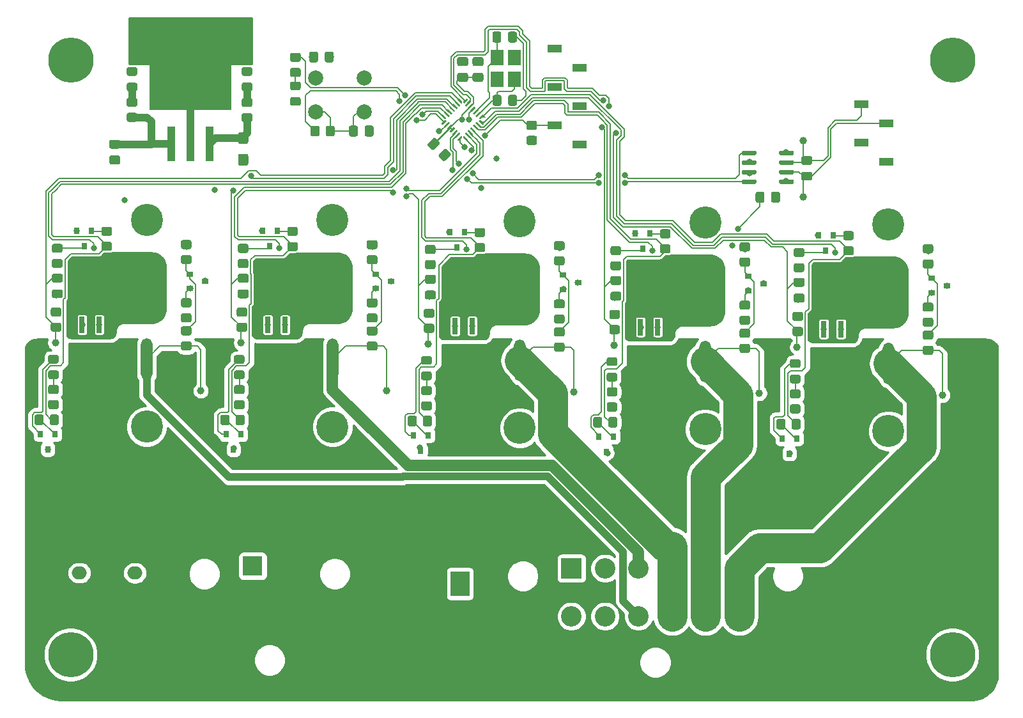
<source format=gbr>
%TF.GenerationSoftware,KiCad,Pcbnew,(5.1.9-0-10_14)*%
%TF.CreationDate,2021-02-15T20:52:16+08:00*%
%TF.ProjectId,pdm,70646d2e-6b69-4636-9164-5f7063625858,rev?*%
%TF.SameCoordinates,Original*%
%TF.FileFunction,Copper,L1,Top*%
%TF.FilePolarity,Positive*%
%FSLAX46Y46*%
G04 Gerber Fmt 4.6, Leading zero omitted, Abs format (unit mm)*
G04 Created by KiCad (PCBNEW (5.1.9-0-10_14)) date 2021-02-15 20:52:16*
%MOMM*%
%LPD*%
G01*
G04 APERTURE LIST*
%TA.AperFunction,SMDPad,CuDef*%
%ADD10R,1.800000X2.100000*%
%TD*%
%TA.AperFunction,SMDPad,CuDef*%
%ADD11R,2.500000X3.300000*%
%TD*%
%TA.AperFunction,ComponentPad*%
%ADD12R,2.715000X2.715000*%
%TD*%
%TA.AperFunction,ComponentPad*%
%ADD13C,2.715000*%
%TD*%
%TA.AperFunction,SMDPad,CuDef*%
%ADD14R,0.800000X0.900000*%
%TD*%
%TA.AperFunction,SMDPad,CuDef*%
%ADD15R,0.900000X0.800000*%
%TD*%
%TA.AperFunction,SMDPad,CuDef*%
%ADD16R,1.900000X1.000000*%
%TD*%
%TA.AperFunction,ComponentPad*%
%ADD17O,2.000000X1.700000*%
%TD*%
%TA.AperFunction,ComponentPad*%
%ADD18C,6.000000*%
%TD*%
%TA.AperFunction,ComponentPad*%
%ADD19C,0.800000*%
%TD*%
%TA.AperFunction,SMDPad,CuDef*%
%ADD20C,1.000000*%
%TD*%
%TA.AperFunction,SMDPad,CuDef*%
%ADD21R,1.100000X4.600000*%
%TD*%
%TA.AperFunction,SMDPad,CuDef*%
%ADD22R,10.800000X9.400000*%
%TD*%
%TA.AperFunction,ComponentPad*%
%ADD23C,4.262000*%
%TD*%
%TA.AperFunction,ComponentPad*%
%ADD24C,2.640000*%
%TD*%
%TA.AperFunction,ComponentPad*%
%ADD25R,2.640000X2.640000*%
%TD*%
%TA.AperFunction,SMDPad,CuDef*%
%ADD26R,0.800000X2.200000*%
%TD*%
%TA.AperFunction,SMDPad,CuDef*%
%ADD27R,5.800000X6.400000*%
%TD*%
%TA.AperFunction,SMDPad,CuDef*%
%ADD28C,0.100000*%
%TD*%
%TA.AperFunction,ComponentPad*%
%ADD29C,2.000000*%
%TD*%
%TA.AperFunction,ViaPad*%
%ADD30C,0.800000*%
%TD*%
%TA.AperFunction,Conductor*%
%ADD31C,0.203200*%
%TD*%
%TA.AperFunction,Conductor*%
%ADD32C,1.000000*%
%TD*%
%TA.AperFunction,Conductor*%
%ADD33C,0.508000*%
%TD*%
%TA.AperFunction,Conductor*%
%ADD34C,1.500000*%
%TD*%
%TA.AperFunction,Conductor*%
%ADD35C,3.000000*%
%TD*%
%TA.AperFunction,Conductor*%
%ADD36C,4.000000*%
%TD*%
%TA.AperFunction,Conductor*%
%ADD37C,0.254000*%
%TD*%
%TA.AperFunction,Conductor*%
%ADD38C,0.100000*%
%TD*%
G04 APERTURE END LIST*
D10*
%TO.P,Y1,4*%
%TO.N,GND*%
X169432000Y-54504000D03*
%TO.P,Y1,3*%
%TO.N,/OSC_N*%
X169432000Y-57404000D03*
%TO.P,Y1,2*%
%TO.N,GND*%
X167132000Y-57404000D03*
%TO.P,Y1,1*%
%TO.N,/OSC_P*%
X167132000Y-54504000D03*
%TD*%
D11*
%TO.P,D1,1*%
%TO.N,+12V*%
X155299999Y-124206000D03*
%TO.P,D1,2*%
%TO.N,GND*%
X162199999Y-124216000D03*
%TD*%
D12*
%TO.P,J4,1*%
%TO.N,GND*%
X176972000Y-122174000D03*
D13*
%TO.P,J4,2*%
X181417000Y-122174000D03*
%TO.P,J4,3*%
%TO.N,/vout2*%
X185862000Y-122174000D03*
%TO.P,J4,4*%
%TO.N,/vout3*%
X190312000Y-122174000D03*
%TO.P,J4,5*%
%TO.N,/vout4*%
X194757000Y-122174000D03*
%TO.P,J4,6*%
%TO.N,/vout5*%
X199202000Y-122174000D03*
%TO.P,J4,7*%
X199202000Y-128524000D03*
%TO.P,J4,8*%
%TO.N,/vout4*%
X194757000Y-128524000D03*
%TO.P,J4,9*%
%TO.N,/vout3*%
X190312000Y-128524000D03*
%TO.P,J4,10*%
%TO.N,/vout1*%
X185862000Y-128524000D03*
%TO.P,J4,11*%
%TO.N,/_P*%
X181417000Y-128524000D03*
%TO.P,J4,12*%
%TO.N,/_N*%
X176972000Y-128524000D03*
%TD*%
%TO.P,R43,2*%
%TO.N,/act2*%
%TA.AperFunction,SMDPad,CuDef*%
G36*
G01*
X132470000Y-102972001D02*
X132470000Y-102071999D01*
G75*
G02*
X132719999Y-101822000I249999J0D01*
G01*
X133420001Y-101822000D01*
G75*
G02*
X133670000Y-102071999I0J-249999D01*
G01*
X133670000Y-102972001D01*
G75*
G02*
X133420001Y-103222000I-249999J0D01*
G01*
X132719999Y-103222000D01*
G75*
G02*
X132470000Y-102972001I0J249999D01*
G01*
G37*
%TD.AperFunction*%
%TO.P,R43,1*%
%TO.N,Net-(Q14-Pad1)*%
%TA.AperFunction,SMDPad,CuDef*%
G36*
G01*
X130470000Y-102972001D02*
X130470000Y-102071999D01*
G75*
G02*
X130719999Y-101822000I249999J0D01*
G01*
X131420001Y-101822000D01*
G75*
G02*
X131670000Y-102071999I0J-249999D01*
G01*
X131670000Y-102972001D01*
G75*
G02*
X131420001Y-103222000I-249999J0D01*
G01*
X130719999Y-103222000D01*
G75*
G02*
X130470000Y-102972001I0J249999D01*
G01*
G37*
%TD.AperFunction*%
%TD*%
%TO.P,R35,2*%
%TO.N,/act1*%
%TA.AperFunction,SMDPad,CuDef*%
G36*
G01*
X107842000Y-102955001D02*
X107842000Y-102054999D01*
G75*
G02*
X108091999Y-101805000I249999J0D01*
G01*
X108792001Y-101805000D01*
G75*
G02*
X109042000Y-102054999I0J-249999D01*
G01*
X109042000Y-102955001D01*
G75*
G02*
X108792001Y-103205000I-249999J0D01*
G01*
X108091999Y-103205000D01*
G75*
G02*
X107842000Y-102955001I0J249999D01*
G01*
G37*
%TD.AperFunction*%
%TO.P,R35,1*%
%TO.N,Net-(Q11-Pad1)*%
%TA.AperFunction,SMDPad,CuDef*%
G36*
G01*
X105842000Y-102955001D02*
X105842000Y-102054999D01*
G75*
G02*
X106091999Y-101805000I249999J0D01*
G01*
X106792001Y-101805000D01*
G75*
G02*
X107042000Y-102054999I0J-249999D01*
G01*
X107042000Y-102955001D01*
G75*
G02*
X106792001Y-103205000I-249999J0D01*
G01*
X106091999Y-103205000D01*
G75*
G02*
X105842000Y-102955001I0J249999D01*
G01*
G37*
%TD.AperFunction*%
%TD*%
%TO.P,R27,2*%
%TO.N,/act5*%
%TA.AperFunction,SMDPad,CuDef*%
G36*
G01*
X206130000Y-103527001D02*
X206130000Y-102626999D01*
G75*
G02*
X206379999Y-102377000I249999J0D01*
G01*
X207080001Y-102377000D01*
G75*
G02*
X207330000Y-102626999I0J-249999D01*
G01*
X207330000Y-103527001D01*
G75*
G02*
X207080001Y-103777000I-249999J0D01*
G01*
X206379999Y-103777000D01*
G75*
G02*
X206130000Y-103527001I0J249999D01*
G01*
G37*
%TD.AperFunction*%
%TO.P,R27,1*%
%TO.N,Net-(Q8-Pad1)*%
%TA.AperFunction,SMDPad,CuDef*%
G36*
G01*
X204130000Y-103527001D02*
X204130000Y-102626999D01*
G75*
G02*
X204379999Y-102377000I249999J0D01*
G01*
X205080001Y-102377000D01*
G75*
G02*
X205330000Y-102626999I0J-249999D01*
G01*
X205330000Y-103527001D01*
G75*
G02*
X205080001Y-103777000I-249999J0D01*
G01*
X204379999Y-103777000D01*
G75*
G02*
X204130000Y-103527001I0J249999D01*
G01*
G37*
%TD.AperFunction*%
%TD*%
%TO.P,R19,2*%
%TO.N,/act4*%
%TA.AperFunction,SMDPad,CuDef*%
G36*
G01*
X181854000Y-103273001D02*
X181854000Y-102372999D01*
G75*
G02*
X182103999Y-102123000I249999J0D01*
G01*
X182804001Y-102123000D01*
G75*
G02*
X183054000Y-102372999I0J-249999D01*
G01*
X183054000Y-103273001D01*
G75*
G02*
X182804001Y-103523000I-249999J0D01*
G01*
X182103999Y-103523000D01*
G75*
G02*
X181854000Y-103273001I0J249999D01*
G01*
G37*
%TD.AperFunction*%
%TO.P,R19,1*%
%TO.N,Net-(Q5-Pad1)*%
%TA.AperFunction,SMDPad,CuDef*%
G36*
G01*
X179854000Y-103273001D02*
X179854000Y-102372999D01*
G75*
G02*
X180103999Y-102123000I249999J0D01*
G01*
X180804001Y-102123000D01*
G75*
G02*
X181054000Y-102372999I0J-249999D01*
G01*
X181054000Y-103273001D01*
G75*
G02*
X180804001Y-103523000I-249999J0D01*
G01*
X180103999Y-103523000D01*
G75*
G02*
X179854000Y-103273001I0J249999D01*
G01*
G37*
%TD.AperFunction*%
%TD*%
%TO.P,R11,2*%
%TO.N,/act3*%
%TA.AperFunction,SMDPad,CuDef*%
G36*
G01*
X157278000Y-103113001D02*
X157278000Y-102212999D01*
G75*
G02*
X157527999Y-101963000I249999J0D01*
G01*
X158228001Y-101963000D01*
G75*
G02*
X158478000Y-102212999I0J-249999D01*
G01*
X158478000Y-103113001D01*
G75*
G02*
X158228001Y-103363000I-249999J0D01*
G01*
X157527999Y-103363000D01*
G75*
G02*
X157278000Y-103113001I0J249999D01*
G01*
G37*
%TD.AperFunction*%
%TO.P,R11,1*%
%TO.N,Net-(Q2-Pad1)*%
%TA.AperFunction,SMDPad,CuDef*%
G36*
G01*
X155278000Y-103113001D02*
X155278000Y-102212999D01*
G75*
G02*
X155527999Y-101963000I249999J0D01*
G01*
X156228001Y-101963000D01*
G75*
G02*
X156478000Y-102212999I0J-249999D01*
G01*
X156478000Y-103113001D01*
G75*
G02*
X156228001Y-103363000I-249999J0D01*
G01*
X155527999Y-103363000D01*
G75*
G02*
X155278000Y-103113001I0J249999D01*
G01*
G37*
%TD.AperFunction*%
%TD*%
D14*
%TO.P,Q14,3*%
%TO.N,GND*%
X132197000Y-106427000D03*
%TO.P,Q14,2*%
%TO.N,Net-(D7-Pad1)*%
X131247000Y-104427000D03*
%TO.P,Q14,1*%
%TO.N,Net-(Q14-Pad1)*%
X133147000Y-104427000D03*
%TD*%
%TO.P,Q11,3*%
%TO.N,GND*%
X107569000Y-106410000D03*
%TO.P,Q11,2*%
%TO.N,Net-(D6-Pad1)*%
X106619000Y-104410000D03*
%TO.P,Q11,1*%
%TO.N,Net-(Q11-Pad1)*%
X108519000Y-104410000D03*
%TD*%
%TO.P,Q8,3*%
%TO.N,GND*%
X205857000Y-106982000D03*
%TO.P,Q8,2*%
%TO.N,Net-(D5-Pad1)*%
X204907000Y-104982000D03*
%TO.P,Q8,1*%
%TO.N,Net-(Q8-Pad1)*%
X206807000Y-104982000D03*
%TD*%
%TO.P,Q5,3*%
%TO.N,GND*%
X181581000Y-106728000D03*
%TO.P,Q5,2*%
%TO.N,Net-(D4-Pad1)*%
X180631000Y-104728000D03*
%TO.P,Q5,1*%
%TO.N,Net-(Q5-Pad1)*%
X182531000Y-104728000D03*
%TD*%
%TO.P,Q2,3*%
%TO.N,GND*%
X157005000Y-106568000D03*
%TO.P,Q2,2*%
%TO.N,Net-(D3-Pad1)*%
X156055000Y-104568000D03*
%TO.P,Q2,1*%
%TO.N,Net-(Q2-Pad1)*%
X157955000Y-104568000D03*
%TD*%
D15*
%TO.P,Q9,3*%
%TO.N,GND*%
X226719000Y-84715001D03*
%TO.P,Q9,2*%
%TO.N,/fuse5*%
X224719000Y-85665001D03*
%TO.P,Q9,1*%
%TO.N,Net-(Q9-Pad1)*%
X224719000Y-83765001D03*
%TD*%
%TO.P,Q6,3*%
%TO.N,GND*%
X202443000Y-84461001D03*
%TO.P,Q6,2*%
%TO.N,/fuse4*%
X200443000Y-85411001D03*
%TO.P,Q6,1*%
%TO.N,Net-(Q6-Pad1)*%
X200443000Y-83511001D03*
%TD*%
%TO.P,Q3,3*%
%TO.N,GND*%
X177867000Y-84301001D03*
%TO.P,Q3,2*%
%TO.N,/fuse3*%
X175867000Y-85251001D03*
%TO.P,Q3,1*%
%TO.N,Net-(Q3-Pad1)*%
X175867000Y-83351001D03*
%TD*%
%TO.P,Q12,3*%
%TO.N,GND*%
X128431000Y-84143001D03*
%TO.P,Q12,2*%
%TO.N,/fuse1*%
X126431000Y-85093001D03*
%TO.P,Q12,1*%
%TO.N,Net-(Q12-Pad1)*%
X126431000Y-83193001D03*
%TD*%
%TO.P,Q15,3*%
%TO.N,GND*%
X153059000Y-84160001D03*
%TO.P,Q15,2*%
%TO.N,/fuse2*%
X151059000Y-85110001D03*
%TO.P,Q15,1*%
%TO.N,Net-(Q15-Pad1)*%
X151059000Y-83210001D03*
%TD*%
D16*
%TO.P,J2,1*%
%TO.N,N/C*%
X174753000Y-53340000D03*
%TO.P,J2,3*%
%TO.N,GND*%
X174753000Y-58420000D03*
%TO.P,J2,5*%
%TO.N,/NRST*%
X174753000Y-63500000D03*
%TO.P,J2,2*%
%TO.N,/SWCLK*%
X178053000Y-55880000D03*
%TO.P,J2,4*%
%TO.N,/SWDIO*%
X178053000Y-60960000D03*
%TO.P,J2,6*%
%TO.N,N/C*%
X178053000Y-66040000D03*
%TD*%
%TO.P,J3,1*%
%TO.N,GND*%
X218693000Y-68326000D03*
%TO.P,J3,3*%
%TO.N,/_P*%
X218693000Y-63246000D03*
%TO.P,J3,2*%
%TO.N,+3V3*%
X215393000Y-65786000D03*
%TO.P,J3,4*%
%TO.N,/_N*%
X215393000Y-60706000D03*
%TD*%
%TO.P,M2,1*%
%TO.N,+12V*%
%TA.AperFunction,ComponentPad*%
G36*
G01*
X111010000Y-119419000D02*
X112510000Y-119419000D01*
G75*
G02*
X112760000Y-119669000I0J-250000D01*
G01*
X112760000Y-120869000D01*
G75*
G02*
X112510000Y-121119000I-250000J0D01*
G01*
X111010000Y-121119000D01*
G75*
G02*
X110760000Y-120869000I0J250000D01*
G01*
X110760000Y-119669000D01*
G75*
G02*
X111010000Y-119419000I250000J0D01*
G01*
G37*
%TD.AperFunction*%
D17*
%TO.P,M2,2*%
%TO.N,GND*%
X111760000Y-122769000D03*
%TD*%
%TO.P,M1,1*%
%TO.N,+12V*%
%TA.AperFunction,ComponentPad*%
G36*
G01*
X118376000Y-119429233D02*
X119876000Y-119429233D01*
G75*
G02*
X120126000Y-119679233I0J-250000D01*
G01*
X120126000Y-120879233D01*
G75*
G02*
X119876000Y-121129233I-250000J0D01*
G01*
X118376000Y-121129233D01*
G75*
G02*
X118126000Y-120879233I0J250000D01*
G01*
X118126000Y-119679233D01*
G75*
G02*
X118376000Y-119429233I250000J0D01*
G01*
G37*
%TD.AperFunction*%
%TO.P,M1,2*%
%TO.N,GND*%
X119126000Y-122779233D03*
%TD*%
D18*
%TO.P,H4,1*%
%TO.N,N/C*%
X227457000Y-133604000D03*
D19*
X229707000Y-133604000D03*
X229047990Y-135194990D03*
X227457000Y-135854000D03*
X225866010Y-135194990D03*
X225207000Y-133604000D03*
X225866010Y-132013010D03*
X227457000Y-131354000D03*
X229047990Y-132013010D03*
%TD*%
D18*
%TO.P,H3,1*%
%TO.N,N/C*%
X227457000Y-54864000D03*
D19*
X229707000Y-54864000D03*
X229047990Y-56454990D03*
X227457000Y-57114000D03*
X225866010Y-56454990D03*
X225207000Y-54864000D03*
X225866010Y-53273010D03*
X227457000Y-52614000D03*
X229047990Y-53273010D03*
%TD*%
D18*
%TO.P,H2,1*%
%TO.N,N/C*%
X110617000Y-133604000D03*
D19*
X112867000Y-133604000D03*
X112207990Y-135194990D03*
X110617000Y-135854000D03*
X109026010Y-135194990D03*
X108367000Y-133604000D03*
X109026010Y-132013010D03*
X110617000Y-131354000D03*
X112207990Y-132013010D03*
%TD*%
D18*
%TO.P,H1,1*%
%TO.N,N/C*%
X110617000Y-54864000D03*
D19*
X112867000Y-54864000D03*
X112207990Y-56454990D03*
X110617000Y-57114000D03*
X109026010Y-56454990D03*
X108367000Y-54864000D03*
X109026010Y-53273010D03*
X110617000Y-52614000D03*
X112207990Y-53273010D03*
%TD*%
D20*
%TO.P,CANL_Test1,1*%
%TO.N,/_N*%
X207645000Y-65532000D03*
%TD*%
D21*
%TO.P,U8,1*%
%TO.N,+12V*%
X123971000Y-65931000D03*
%TO.P,U8,2*%
%TO.N,GND*%
X126511000Y-65931000D03*
%TO.P,U8,3*%
%TO.N,+3V3*%
X129051000Y-65931000D03*
D22*
%TO.P,U8,2*%
%TO.N,GND*%
X126511000Y-56781000D03*
%TD*%
D20*
%TO.P,TP6,1*%
%TO.N,+12V*%
X118745000Y-66040000D03*
%TD*%
%TO.P,R46,1*%
%TO.N,Net-(D9-Pad2)*%
%TA.AperFunction,SMDPad,CuDef*%
G36*
G01*
X133534999Y-59884000D02*
X134435001Y-59884000D01*
G75*
G02*
X134685000Y-60133999I0J-249999D01*
G01*
X134685000Y-60834001D01*
G75*
G02*
X134435001Y-61084000I-249999J0D01*
G01*
X133534999Y-61084000D01*
G75*
G02*
X133285000Y-60834001I0J249999D01*
G01*
X133285000Y-60133999D01*
G75*
G02*
X133534999Y-59884000I249999J0D01*
G01*
G37*
%TD.AperFunction*%
%TO.P,R46,2*%
%TO.N,+3V3*%
%TA.AperFunction,SMDPad,CuDef*%
G36*
G01*
X133534999Y-61884000D02*
X134435001Y-61884000D01*
G75*
G02*
X134685000Y-62133999I0J-249999D01*
G01*
X134685000Y-62834001D01*
G75*
G02*
X134435001Y-63084000I-249999J0D01*
G01*
X133534999Y-63084000D01*
G75*
G02*
X133285000Y-62834001I0J249999D01*
G01*
X133285000Y-62133999D01*
G75*
G02*
X133534999Y-61884000I249999J0D01*
G01*
G37*
%TD.AperFunction*%
%TD*%
%TO.P,R45,1*%
%TO.N,Net-(D8-Pad2)*%
%TA.AperFunction,SMDPad,CuDef*%
G36*
G01*
X118294999Y-59852000D02*
X119195001Y-59852000D01*
G75*
G02*
X119445000Y-60101999I0J-249999D01*
G01*
X119445000Y-60802001D01*
G75*
G02*
X119195001Y-61052000I-249999J0D01*
G01*
X118294999Y-61052000D01*
G75*
G02*
X118045000Y-60802001I0J249999D01*
G01*
X118045000Y-60101999D01*
G75*
G02*
X118294999Y-59852000I249999J0D01*
G01*
G37*
%TD.AperFunction*%
%TO.P,R45,2*%
%TO.N,+12V*%
%TA.AperFunction,SMDPad,CuDef*%
G36*
G01*
X118294999Y-61852000D02*
X119195001Y-61852000D01*
G75*
G02*
X119445000Y-62101999I0J-249999D01*
G01*
X119445000Y-62802001D01*
G75*
G02*
X119195001Y-63052000I-249999J0D01*
G01*
X118294999Y-63052000D01*
G75*
G02*
X118045000Y-62802001I0J249999D01*
G01*
X118045000Y-62101999D01*
G75*
G02*
X118294999Y-61852000I249999J0D01*
G01*
G37*
%TD.AperFunction*%
%TD*%
%TO.P,R38,1*%
%TO.N,Net-(Q13-Pad3)*%
%TA.AperFunction,SMDPad,CuDef*%
G36*
G01*
X133016999Y-79205000D02*
X133917001Y-79205000D01*
G75*
G02*
X134167000Y-79454999I0J-249999D01*
G01*
X134167000Y-80155001D01*
G75*
G02*
X133917001Y-80405000I-249999J0D01*
G01*
X133016999Y-80405000D01*
G75*
G02*
X132767000Y-80155001I0J249999D01*
G01*
X132767000Y-79454999D01*
G75*
G02*
X133016999Y-79205000I249999J0D01*
G01*
G37*
%TD.AperFunction*%
%TO.P,R38,2*%
%TO.N,Net-(R38-Pad2)*%
%TA.AperFunction,SMDPad,CuDef*%
G36*
G01*
X133016999Y-81205000D02*
X133917001Y-81205000D01*
G75*
G02*
X134167000Y-81454999I0J-249999D01*
G01*
X134167000Y-82155001D01*
G75*
G02*
X133917001Y-82405000I-249999J0D01*
G01*
X133016999Y-82405000D01*
G75*
G02*
X132767000Y-82155001I0J249999D01*
G01*
X132767000Y-81454999D01*
G75*
G02*
X133016999Y-81205000I249999J0D01*
G01*
G37*
%TD.AperFunction*%
%TD*%
%TO.P,R37,1*%
%TO.N,/act2*%
%TA.AperFunction,SMDPad,CuDef*%
G36*
G01*
X140466108Y-80157893D02*
X139566106Y-80157893D01*
G75*
G02*
X139316107Y-79907894I0J249999D01*
G01*
X139316107Y-79207892D01*
G75*
G02*
X139566106Y-78957893I249999J0D01*
G01*
X140466108Y-78957893D01*
G75*
G02*
X140716107Y-79207892I0J-249999D01*
G01*
X140716107Y-79907894D01*
G75*
G02*
X140466108Y-80157893I-249999J0D01*
G01*
G37*
%TD.AperFunction*%
%TO.P,R37,2*%
%TO.N,Net-(Q13-Pad1)*%
%TA.AperFunction,SMDPad,CuDef*%
G36*
G01*
X140466108Y-78157893D02*
X139566106Y-78157893D01*
G75*
G02*
X139316107Y-77907894I0J249999D01*
G01*
X139316107Y-77207892D01*
G75*
G02*
X139566106Y-76957893I249999J0D01*
G01*
X140466108Y-76957893D01*
G75*
G02*
X140716107Y-77207892I0J-249999D01*
G01*
X140716107Y-77907894D01*
G75*
G02*
X140466108Y-78157893I-249999J0D01*
G01*
G37*
%TD.AperFunction*%
%TD*%
%TO.P,R30,1*%
%TO.N,Net-(Q10-Pad3)*%
%TA.AperFunction,SMDPad,CuDef*%
G36*
G01*
X108388999Y-79188000D02*
X109289001Y-79188000D01*
G75*
G02*
X109539000Y-79437999I0J-249999D01*
G01*
X109539000Y-80138001D01*
G75*
G02*
X109289001Y-80388000I-249999J0D01*
G01*
X108388999Y-80388000D01*
G75*
G02*
X108139000Y-80138001I0J249999D01*
G01*
X108139000Y-79437999D01*
G75*
G02*
X108388999Y-79188000I249999J0D01*
G01*
G37*
%TD.AperFunction*%
%TO.P,R30,2*%
%TO.N,Net-(R30-Pad2)*%
%TA.AperFunction,SMDPad,CuDef*%
G36*
G01*
X108388999Y-81188000D02*
X109289001Y-81188000D01*
G75*
G02*
X109539000Y-81437999I0J-249999D01*
G01*
X109539000Y-82138001D01*
G75*
G02*
X109289001Y-82388000I-249999J0D01*
G01*
X108388999Y-82388000D01*
G75*
G02*
X108139000Y-82138001I0J249999D01*
G01*
X108139000Y-81437999D01*
G75*
G02*
X108388999Y-81188000I249999J0D01*
G01*
G37*
%TD.AperFunction*%
%TD*%
%TO.P,R29,1*%
%TO.N,/act1*%
%TA.AperFunction,SMDPad,CuDef*%
G36*
G01*
X115838108Y-80140893D02*
X114938106Y-80140893D01*
G75*
G02*
X114688107Y-79890894I0J249999D01*
G01*
X114688107Y-79190892D01*
G75*
G02*
X114938106Y-78940893I249999J0D01*
G01*
X115838108Y-78940893D01*
G75*
G02*
X116088107Y-79190892I0J-249999D01*
G01*
X116088107Y-79890894D01*
G75*
G02*
X115838108Y-80140893I-249999J0D01*
G01*
G37*
%TD.AperFunction*%
%TO.P,R29,2*%
%TO.N,Net-(Q10-Pad1)*%
%TA.AperFunction,SMDPad,CuDef*%
G36*
G01*
X115838108Y-78140893D02*
X114938106Y-78140893D01*
G75*
G02*
X114688107Y-77890894I0J249999D01*
G01*
X114688107Y-77190892D01*
G75*
G02*
X114938106Y-76940893I249999J0D01*
G01*
X115838108Y-76940893D01*
G75*
G02*
X116088107Y-77190892I0J-249999D01*
G01*
X116088107Y-77890894D01*
G75*
G02*
X115838108Y-78140893I-249999J0D01*
G01*
G37*
%TD.AperFunction*%
%TD*%
%TO.P,R22,1*%
%TO.N,Net-(Q7-Pad3)*%
%TA.AperFunction,SMDPad,CuDef*%
G36*
G01*
X206676999Y-79760000D02*
X207577001Y-79760000D01*
G75*
G02*
X207827000Y-80009999I0J-249999D01*
G01*
X207827000Y-80710001D01*
G75*
G02*
X207577001Y-80960000I-249999J0D01*
G01*
X206676999Y-80960000D01*
G75*
G02*
X206427000Y-80710001I0J249999D01*
G01*
X206427000Y-80009999D01*
G75*
G02*
X206676999Y-79760000I249999J0D01*
G01*
G37*
%TD.AperFunction*%
%TO.P,R22,2*%
%TO.N,Net-(R22-Pad2)*%
%TA.AperFunction,SMDPad,CuDef*%
G36*
G01*
X206676999Y-81760000D02*
X207577001Y-81760000D01*
G75*
G02*
X207827000Y-82009999I0J-249999D01*
G01*
X207827000Y-82710001D01*
G75*
G02*
X207577001Y-82960000I-249999J0D01*
G01*
X206676999Y-82960000D01*
G75*
G02*
X206427000Y-82710001I0J249999D01*
G01*
X206427000Y-82009999D01*
G75*
G02*
X206676999Y-81760000I249999J0D01*
G01*
G37*
%TD.AperFunction*%
%TD*%
%TO.P,R21,1*%
%TO.N,/act5*%
%TA.AperFunction,SMDPad,CuDef*%
G36*
G01*
X214126108Y-80712893D02*
X213226106Y-80712893D01*
G75*
G02*
X212976107Y-80462894I0J249999D01*
G01*
X212976107Y-79762892D01*
G75*
G02*
X213226106Y-79512893I249999J0D01*
G01*
X214126108Y-79512893D01*
G75*
G02*
X214376107Y-79762892I0J-249999D01*
G01*
X214376107Y-80462894D01*
G75*
G02*
X214126108Y-80712893I-249999J0D01*
G01*
G37*
%TD.AperFunction*%
%TO.P,R21,2*%
%TO.N,Net-(Q7-Pad1)*%
%TA.AperFunction,SMDPad,CuDef*%
G36*
G01*
X214126108Y-78712893D02*
X213226106Y-78712893D01*
G75*
G02*
X212976107Y-78462894I0J249999D01*
G01*
X212976107Y-77762892D01*
G75*
G02*
X213226106Y-77512893I249999J0D01*
G01*
X214126108Y-77512893D01*
G75*
G02*
X214376107Y-77762892I0J-249999D01*
G01*
X214376107Y-78462894D01*
G75*
G02*
X214126108Y-78712893I-249999J0D01*
G01*
G37*
%TD.AperFunction*%
%TD*%
%TO.P,R14,1*%
%TO.N,Net-(Q4-Pad3)*%
%TA.AperFunction,SMDPad,CuDef*%
G36*
G01*
X182400999Y-79506000D02*
X183301001Y-79506000D01*
G75*
G02*
X183551000Y-79755999I0J-249999D01*
G01*
X183551000Y-80456001D01*
G75*
G02*
X183301001Y-80706000I-249999J0D01*
G01*
X182400999Y-80706000D01*
G75*
G02*
X182151000Y-80456001I0J249999D01*
G01*
X182151000Y-79755999D01*
G75*
G02*
X182400999Y-79506000I249999J0D01*
G01*
G37*
%TD.AperFunction*%
%TO.P,R14,2*%
%TO.N,Net-(R14-Pad2)*%
%TA.AperFunction,SMDPad,CuDef*%
G36*
G01*
X182400999Y-81506000D02*
X183301001Y-81506000D01*
G75*
G02*
X183551000Y-81755999I0J-249999D01*
G01*
X183551000Y-82456001D01*
G75*
G02*
X183301001Y-82706000I-249999J0D01*
G01*
X182400999Y-82706000D01*
G75*
G02*
X182151000Y-82456001I0J249999D01*
G01*
X182151000Y-81755999D01*
G75*
G02*
X182400999Y-81506000I249999J0D01*
G01*
G37*
%TD.AperFunction*%
%TD*%
%TO.P,R13,1*%
%TO.N,/act4*%
%TA.AperFunction,SMDPad,CuDef*%
G36*
G01*
X189850108Y-80458893D02*
X188950106Y-80458893D01*
G75*
G02*
X188700107Y-80208894I0J249999D01*
G01*
X188700107Y-79508892D01*
G75*
G02*
X188950106Y-79258893I249999J0D01*
G01*
X189850108Y-79258893D01*
G75*
G02*
X190100107Y-79508892I0J-249999D01*
G01*
X190100107Y-80208894D01*
G75*
G02*
X189850108Y-80458893I-249999J0D01*
G01*
G37*
%TD.AperFunction*%
%TO.P,R13,2*%
%TO.N,Net-(Q4-Pad1)*%
%TA.AperFunction,SMDPad,CuDef*%
G36*
G01*
X189850108Y-78458893D02*
X188950106Y-78458893D01*
G75*
G02*
X188700107Y-78208894I0J249999D01*
G01*
X188700107Y-77508892D01*
G75*
G02*
X188950106Y-77258893I249999J0D01*
G01*
X189850108Y-77258893D01*
G75*
G02*
X190100107Y-77508892I0J-249999D01*
G01*
X190100107Y-78208894D01*
G75*
G02*
X189850108Y-78458893I-249999J0D01*
G01*
G37*
%TD.AperFunction*%
%TD*%
%TO.P,R6,1*%
%TO.N,Net-(Q1-Pad3)*%
%TA.AperFunction,SMDPad,CuDef*%
G36*
G01*
X157824999Y-79346000D02*
X158725001Y-79346000D01*
G75*
G02*
X158975000Y-79595999I0J-249999D01*
G01*
X158975000Y-80296001D01*
G75*
G02*
X158725001Y-80546000I-249999J0D01*
G01*
X157824999Y-80546000D01*
G75*
G02*
X157575000Y-80296001I0J249999D01*
G01*
X157575000Y-79595999D01*
G75*
G02*
X157824999Y-79346000I249999J0D01*
G01*
G37*
%TD.AperFunction*%
%TO.P,R6,2*%
%TO.N,Net-(R6-Pad2)*%
%TA.AperFunction,SMDPad,CuDef*%
G36*
G01*
X157824999Y-81346000D02*
X158725001Y-81346000D01*
G75*
G02*
X158975000Y-81595999I0J-249999D01*
G01*
X158975000Y-82296001D01*
G75*
G02*
X158725001Y-82546000I-249999J0D01*
G01*
X157824999Y-82546000D01*
G75*
G02*
X157575000Y-82296001I0J249999D01*
G01*
X157575000Y-81595999D01*
G75*
G02*
X157824999Y-81346000I249999J0D01*
G01*
G37*
%TD.AperFunction*%
%TD*%
%TO.P,R5,1*%
%TO.N,/act3*%
%TA.AperFunction,SMDPad,CuDef*%
G36*
G01*
X165274108Y-80298893D02*
X164374106Y-80298893D01*
G75*
G02*
X164124107Y-80048894I0J249999D01*
G01*
X164124107Y-79348892D01*
G75*
G02*
X164374106Y-79098893I249999J0D01*
G01*
X165274108Y-79098893D01*
G75*
G02*
X165524107Y-79348892I0J-249999D01*
G01*
X165524107Y-80048894D01*
G75*
G02*
X165274108Y-80298893I-249999J0D01*
G01*
G37*
%TD.AperFunction*%
%TO.P,R5,2*%
%TO.N,Net-(Q1-Pad1)*%
%TA.AperFunction,SMDPad,CuDef*%
G36*
G01*
X165274108Y-78298893D02*
X164374106Y-78298893D01*
G75*
G02*
X164124107Y-78048894I0J249999D01*
G01*
X164124107Y-77348892D01*
G75*
G02*
X164374106Y-77098893I249999J0D01*
G01*
X165274108Y-77098893D01*
G75*
G02*
X165524107Y-77348892I0J-249999D01*
G01*
X165524107Y-78048894D01*
G75*
G02*
X165274108Y-78298893I-249999J0D01*
G01*
G37*
%TD.AperFunction*%
%TD*%
D14*
%TO.P,Q13,1*%
%TO.N,Net-(Q13-Pad1)*%
X137973000Y-77503000D03*
%TO.P,Q13,2*%
%TO.N,GND*%
X136073000Y-77503000D03*
%TO.P,Q13,3*%
%TO.N,Net-(Q13-Pad3)*%
X137023000Y-79503000D03*
%TD*%
%TO.P,Q10,1*%
%TO.N,Net-(Q10-Pad1)*%
X113345000Y-77486000D03*
%TO.P,Q10,2*%
%TO.N,GND*%
X111445000Y-77486000D03*
%TO.P,Q10,3*%
%TO.N,Net-(Q10-Pad3)*%
X112395000Y-79486000D03*
%TD*%
%TO.P,Q7,1*%
%TO.N,Net-(Q7-Pad1)*%
X211633000Y-78058000D03*
%TO.P,Q7,2*%
%TO.N,GND*%
X209733000Y-78058000D03*
%TO.P,Q7,3*%
%TO.N,Net-(Q7-Pad3)*%
X210683000Y-80058000D03*
%TD*%
%TO.P,Q4,1*%
%TO.N,Net-(Q4-Pad1)*%
X187357000Y-77804000D03*
%TO.P,Q4,2*%
%TO.N,GND*%
X185457000Y-77804000D03*
%TO.P,Q4,3*%
%TO.N,Net-(Q4-Pad3)*%
X186407000Y-79804000D03*
%TD*%
%TO.P,Q1,1*%
%TO.N,Net-(Q1-Pad1)*%
X162781000Y-77644000D03*
%TO.P,Q1,2*%
%TO.N,GND*%
X160881000Y-77644000D03*
%TO.P,Q1,3*%
%TO.N,Net-(Q1-Pad3)*%
X161831000Y-79644000D03*
%TD*%
%TO.P,D9,1*%
%TO.N,GND*%
%TA.AperFunction,SMDPad,CuDef*%
G36*
G01*
X133534999Y-55795001D02*
X134435001Y-55795001D01*
G75*
G02*
X134685000Y-56045000I0J-249999D01*
G01*
X134685000Y-56695002D01*
G75*
G02*
X134435001Y-56945001I-249999J0D01*
G01*
X133534999Y-56945001D01*
G75*
G02*
X133285000Y-56695002I0J249999D01*
G01*
X133285000Y-56045000D01*
G75*
G02*
X133534999Y-55795001I249999J0D01*
G01*
G37*
%TD.AperFunction*%
%TO.P,D9,2*%
%TO.N,Net-(D9-Pad2)*%
%TA.AperFunction,SMDPad,CuDef*%
G36*
G01*
X133534999Y-57845001D02*
X134435001Y-57845001D01*
G75*
G02*
X134685000Y-58095000I0J-249999D01*
G01*
X134685000Y-58745002D01*
G75*
G02*
X134435001Y-58995001I-249999J0D01*
G01*
X133534999Y-58995001D01*
G75*
G02*
X133285000Y-58745002I0J249999D01*
G01*
X133285000Y-58095000D01*
G75*
G02*
X133534999Y-57845001I249999J0D01*
G01*
G37*
%TD.AperFunction*%
%TD*%
%TO.P,D8,1*%
%TO.N,GND*%
%TA.AperFunction,SMDPad,CuDef*%
G36*
G01*
X118294999Y-55804000D02*
X119195001Y-55804000D01*
G75*
G02*
X119445000Y-56053999I0J-249999D01*
G01*
X119445000Y-56704001D01*
G75*
G02*
X119195001Y-56954000I-249999J0D01*
G01*
X118294999Y-56954000D01*
G75*
G02*
X118045000Y-56704001I0J249999D01*
G01*
X118045000Y-56053999D01*
G75*
G02*
X118294999Y-55804000I249999J0D01*
G01*
G37*
%TD.AperFunction*%
%TO.P,D8,2*%
%TO.N,Net-(D8-Pad2)*%
%TA.AperFunction,SMDPad,CuDef*%
G36*
G01*
X118294999Y-57854000D02*
X119195001Y-57854000D01*
G75*
G02*
X119445000Y-58103999I0J-249999D01*
G01*
X119445000Y-58754001D01*
G75*
G02*
X119195001Y-59004000I-249999J0D01*
G01*
X118294999Y-59004000D01*
G75*
G02*
X118045000Y-58754001I0J249999D01*
G01*
X118045000Y-58103999D01*
G75*
G02*
X118294999Y-57854000I249999J0D01*
G01*
G37*
%TD.AperFunction*%
%TD*%
%TO.P,C15,1*%
%TO.N,+3V3*%
%TA.AperFunction,SMDPad,CuDef*%
G36*
G01*
X133051999Y-64409500D02*
X133902001Y-64409500D01*
G75*
G02*
X134152000Y-64659499I0J-249999D01*
G01*
X134152000Y-65734501D01*
G75*
G02*
X133902001Y-65984500I-249999J0D01*
G01*
X133051999Y-65984500D01*
G75*
G02*
X132802000Y-65734501I0J249999D01*
G01*
X132802000Y-64659499D01*
G75*
G02*
X133051999Y-64409500I249999J0D01*
G01*
G37*
%TD.AperFunction*%
%TO.P,C15,2*%
%TO.N,GND*%
%TA.AperFunction,SMDPad,CuDef*%
G36*
G01*
X133051999Y-67284500D02*
X133902001Y-67284500D01*
G75*
G02*
X134152000Y-67534499I0J-249999D01*
G01*
X134152000Y-68609501D01*
G75*
G02*
X133902001Y-68859500I-249999J0D01*
G01*
X133051999Y-68859500D01*
G75*
G02*
X132802000Y-68609501I0J249999D01*
G01*
X132802000Y-67534499D01*
G75*
G02*
X133051999Y-67284500I249999J0D01*
G01*
G37*
%TD.AperFunction*%
%TD*%
%TO.P,C14,1*%
%TO.N,+12V*%
%TA.AperFunction,SMDPad,CuDef*%
G36*
G01*
X115984000Y-65431000D02*
X116934000Y-65431000D01*
G75*
G02*
X117184000Y-65681000I0J-250000D01*
G01*
X117184000Y-66356000D01*
G75*
G02*
X116934000Y-66606000I-250000J0D01*
G01*
X115984000Y-66606000D01*
G75*
G02*
X115734000Y-66356000I0J250000D01*
G01*
X115734000Y-65681000D01*
G75*
G02*
X115984000Y-65431000I250000J0D01*
G01*
G37*
%TD.AperFunction*%
%TO.P,C14,2*%
%TO.N,GND*%
%TA.AperFunction,SMDPad,CuDef*%
G36*
G01*
X115984000Y-67506000D02*
X116934000Y-67506000D01*
G75*
G02*
X117184000Y-67756000I0J-250000D01*
G01*
X117184000Y-68431000D01*
G75*
G02*
X116934000Y-68681000I-250000J0D01*
G01*
X115984000Y-68681000D01*
G75*
G02*
X115734000Y-68431000I0J250000D01*
G01*
X115734000Y-67756000D01*
G75*
G02*
X115984000Y-67506000I250000J0D01*
G01*
G37*
%TD.AperFunction*%
%TD*%
%TO.P,R1,1*%
%TO.N,/_N*%
%TA.AperFunction,SMDPad,CuDef*%
G36*
G01*
X207678000Y-67568500D02*
X208628000Y-67568500D01*
G75*
G02*
X208878000Y-67818500I0J-250000D01*
G01*
X208878000Y-68493500D01*
G75*
G02*
X208628000Y-68743500I-250000J0D01*
G01*
X207678000Y-68743500D01*
G75*
G02*
X207428000Y-68493500I0J250000D01*
G01*
X207428000Y-67818500D01*
G75*
G02*
X207678000Y-67568500I250000J0D01*
G01*
G37*
%TD.AperFunction*%
%TO.P,R1,2*%
%TO.N,/_P*%
%TA.AperFunction,SMDPad,CuDef*%
G36*
G01*
X207678000Y-69643500D02*
X208628000Y-69643500D01*
G75*
G02*
X208878000Y-69893500I0J-250000D01*
G01*
X208878000Y-70568500D01*
G75*
G02*
X208628000Y-70818500I-250000J0D01*
G01*
X207678000Y-70818500D01*
G75*
G02*
X207428000Y-70568500I0J250000D01*
G01*
X207428000Y-69893500D01*
G75*
G02*
X207678000Y-69643500I250000J0D01*
G01*
G37*
%TD.AperFunction*%
%TD*%
%TO.P,C8,1*%
%TO.N,Net-(C8-Pad1)*%
%TA.AperFunction,SMDPad,CuDef*%
G36*
G01*
X147494500Y-64737000D02*
X147494500Y-63787000D01*
G75*
G02*
X147744500Y-63537000I250000J0D01*
G01*
X148419500Y-63537000D01*
G75*
G02*
X148669500Y-63787000I0J-250000D01*
G01*
X148669500Y-64737000D01*
G75*
G02*
X148419500Y-64987000I-250000J0D01*
G01*
X147744500Y-64987000D01*
G75*
G02*
X147494500Y-64737000I0J250000D01*
G01*
G37*
%TD.AperFunction*%
%TO.P,C8,2*%
%TO.N,GND*%
%TA.AperFunction,SMDPad,CuDef*%
G36*
G01*
X149569500Y-64737000D02*
X149569500Y-63787000D01*
G75*
G02*
X149819500Y-63537000I250000J0D01*
G01*
X150494500Y-63537000D01*
G75*
G02*
X150744500Y-63787000I0J-250000D01*
G01*
X150744500Y-64737000D01*
G75*
G02*
X150494500Y-64987000I-250000J0D01*
G01*
X149819500Y-64987000D01*
G75*
G02*
X149569500Y-64737000I0J250000D01*
G01*
G37*
%TD.AperFunction*%
%TD*%
%TO.P,C13,1*%
%TO.N,/sense2*%
%TA.AperFunction,SMDPad,CuDef*%
G36*
G01*
X133002000Y-83164000D02*
X133952000Y-83164000D01*
G75*
G02*
X134202000Y-83414000I0J-250000D01*
G01*
X134202000Y-84089000D01*
G75*
G02*
X133952000Y-84339000I-250000J0D01*
G01*
X133002000Y-84339000D01*
G75*
G02*
X132752000Y-84089000I0J250000D01*
G01*
X132752000Y-83414000D01*
G75*
G02*
X133002000Y-83164000I250000J0D01*
G01*
G37*
%TD.AperFunction*%
%TO.P,C13,2*%
%TO.N,GND*%
%TA.AperFunction,SMDPad,CuDef*%
G36*
G01*
X133002000Y-85239000D02*
X133952000Y-85239000D01*
G75*
G02*
X134202000Y-85489000I0J-250000D01*
G01*
X134202000Y-86164000D01*
G75*
G02*
X133952000Y-86414000I-250000J0D01*
G01*
X133002000Y-86414000D01*
G75*
G02*
X132752000Y-86164000I0J250000D01*
G01*
X132752000Y-85489000D01*
G75*
G02*
X133002000Y-85239000I250000J0D01*
G01*
G37*
%TD.AperFunction*%
%TD*%
%TO.P,C12,1*%
%TO.N,/sense1*%
%TA.AperFunction,SMDPad,CuDef*%
G36*
G01*
X108374000Y-83147000D02*
X109324000Y-83147000D01*
G75*
G02*
X109574000Y-83397000I0J-250000D01*
G01*
X109574000Y-84072000D01*
G75*
G02*
X109324000Y-84322000I-250000J0D01*
G01*
X108374000Y-84322000D01*
G75*
G02*
X108124000Y-84072000I0J250000D01*
G01*
X108124000Y-83397000D01*
G75*
G02*
X108374000Y-83147000I250000J0D01*
G01*
G37*
%TD.AperFunction*%
%TO.P,C12,2*%
%TO.N,GND*%
%TA.AperFunction,SMDPad,CuDef*%
G36*
G01*
X108374000Y-85222000D02*
X109324000Y-85222000D01*
G75*
G02*
X109574000Y-85472000I0J-250000D01*
G01*
X109574000Y-86147000D01*
G75*
G02*
X109324000Y-86397000I-250000J0D01*
G01*
X108374000Y-86397000D01*
G75*
G02*
X108124000Y-86147000I0J250000D01*
G01*
X108124000Y-85472000D01*
G75*
G02*
X108374000Y-85222000I250000J0D01*
G01*
G37*
%TD.AperFunction*%
%TD*%
%TO.P,C11,1*%
%TO.N,/sense5*%
%TA.AperFunction,SMDPad,CuDef*%
G36*
G01*
X206662000Y-83719000D02*
X207612000Y-83719000D01*
G75*
G02*
X207862000Y-83969000I0J-250000D01*
G01*
X207862000Y-84644000D01*
G75*
G02*
X207612000Y-84894000I-250000J0D01*
G01*
X206662000Y-84894000D01*
G75*
G02*
X206412000Y-84644000I0J250000D01*
G01*
X206412000Y-83969000D01*
G75*
G02*
X206662000Y-83719000I250000J0D01*
G01*
G37*
%TD.AperFunction*%
%TO.P,C11,2*%
%TO.N,GND*%
%TA.AperFunction,SMDPad,CuDef*%
G36*
G01*
X206662000Y-85794000D02*
X207612000Y-85794000D01*
G75*
G02*
X207862000Y-86044000I0J-250000D01*
G01*
X207862000Y-86719000D01*
G75*
G02*
X207612000Y-86969000I-250000J0D01*
G01*
X206662000Y-86969000D01*
G75*
G02*
X206412000Y-86719000I0J250000D01*
G01*
X206412000Y-86044000D01*
G75*
G02*
X206662000Y-85794000I250000J0D01*
G01*
G37*
%TD.AperFunction*%
%TD*%
%TO.P,C10,1*%
%TO.N,/sense4*%
%TA.AperFunction,SMDPad,CuDef*%
G36*
G01*
X182386000Y-83465000D02*
X183336000Y-83465000D01*
G75*
G02*
X183586000Y-83715000I0J-250000D01*
G01*
X183586000Y-84390000D01*
G75*
G02*
X183336000Y-84640000I-250000J0D01*
G01*
X182386000Y-84640000D01*
G75*
G02*
X182136000Y-84390000I0J250000D01*
G01*
X182136000Y-83715000D01*
G75*
G02*
X182386000Y-83465000I250000J0D01*
G01*
G37*
%TD.AperFunction*%
%TO.P,C10,2*%
%TO.N,GND*%
%TA.AperFunction,SMDPad,CuDef*%
G36*
G01*
X182386000Y-85540000D02*
X183336000Y-85540000D01*
G75*
G02*
X183586000Y-85790000I0J-250000D01*
G01*
X183586000Y-86465000D01*
G75*
G02*
X183336000Y-86715000I-250000J0D01*
G01*
X182386000Y-86715000D01*
G75*
G02*
X182136000Y-86465000I0J250000D01*
G01*
X182136000Y-85790000D01*
G75*
G02*
X182386000Y-85540000I250000J0D01*
G01*
G37*
%TD.AperFunction*%
%TD*%
%TO.P,C9,1*%
%TO.N,/sense3*%
%TA.AperFunction,SMDPad,CuDef*%
G36*
G01*
X157810000Y-83305000D02*
X158760000Y-83305000D01*
G75*
G02*
X159010000Y-83555000I0J-250000D01*
G01*
X159010000Y-84230000D01*
G75*
G02*
X158760000Y-84480000I-250000J0D01*
G01*
X157810000Y-84480000D01*
G75*
G02*
X157560000Y-84230000I0J250000D01*
G01*
X157560000Y-83555000D01*
G75*
G02*
X157810000Y-83305000I250000J0D01*
G01*
G37*
%TD.AperFunction*%
%TO.P,C9,2*%
%TO.N,GND*%
%TA.AperFunction,SMDPad,CuDef*%
G36*
G01*
X157810000Y-85380000D02*
X158760000Y-85380000D01*
G75*
G02*
X159010000Y-85630000I0J-250000D01*
G01*
X159010000Y-86305000D01*
G75*
G02*
X158760000Y-86555000I-250000J0D01*
G01*
X157810000Y-86555000D01*
G75*
G02*
X157560000Y-86305000I0J250000D01*
G01*
X157560000Y-85630000D01*
G75*
G02*
X157810000Y-85380000I250000J0D01*
G01*
G37*
%TD.AperFunction*%
%TD*%
%TO.P,F2,1*%
%TO.N,/vout4*%
%TA.AperFunction,ComponentPad*%
G36*
G01*
X194703000Y-97566001D02*
X194703000Y-97566001D01*
G75*
G02*
X193922000Y-96785001I0J781000D01*
G01*
X193922000Y-92785001D01*
G75*
G02*
X194703000Y-92004001I781000J0D01*
G01*
X194703000Y-92004001D01*
G75*
G02*
X195484000Y-92785001I0J-781000D01*
G01*
X195484000Y-96785001D01*
G75*
G02*
X194703000Y-97566001I-781000J0D01*
G01*
G37*
%TD.AperFunction*%
%TO.P,F2,2*%
%TO.N,/sheet5F95602F/out*%
%TA.AperFunction,ComponentPad*%
G36*
G01*
X194703000Y-88066001D02*
X194703000Y-88066001D01*
G75*
G02*
X193922000Y-87285001I0J781000D01*
G01*
X193922000Y-83285001D01*
G75*
G02*
X194703000Y-82504001I781000J0D01*
G01*
X194703000Y-82504001D01*
G75*
G02*
X195484000Y-83285001I0J-781000D01*
G01*
X195484000Y-87285001D01*
G75*
G02*
X194703000Y-88066001I-781000J0D01*
G01*
G37*
%TD.AperFunction*%
D23*
%TO.P,F2,3*%
%TO.N,N/C*%
X194703000Y-103735001D03*
%TO.P,F2,4*%
X194703000Y-76335001D03*
%TD*%
%TO.P,F5,1*%
%TO.N,/vout2*%
%TA.AperFunction,ComponentPad*%
G36*
G01*
X145319000Y-97265001D02*
X145319000Y-97265001D01*
G75*
G02*
X144538000Y-96484001I0J781000D01*
G01*
X144538000Y-92484001D01*
G75*
G02*
X145319000Y-91703001I781000J0D01*
G01*
X145319000Y-91703001D01*
G75*
G02*
X146100000Y-92484001I0J-781000D01*
G01*
X146100000Y-96484001D01*
G75*
G02*
X145319000Y-97265001I-781000J0D01*
G01*
G37*
%TD.AperFunction*%
%TO.P,F5,2*%
%TO.N,/sheet5F955EDF/out*%
%TA.AperFunction,ComponentPad*%
G36*
G01*
X145319000Y-87765001D02*
X145319000Y-87765001D01*
G75*
G02*
X144538000Y-86984001I0J781000D01*
G01*
X144538000Y-82984001D01*
G75*
G02*
X145319000Y-82203001I781000J0D01*
G01*
X145319000Y-82203001D01*
G75*
G02*
X146100000Y-82984001I0J-781000D01*
G01*
X146100000Y-86984001D01*
G75*
G02*
X145319000Y-87765001I-781000J0D01*
G01*
G37*
%TD.AperFunction*%
%TO.P,F5,3*%
%TO.N,N/C*%
X145319000Y-103434001D03*
%TO.P,F5,4*%
X145319000Y-76034001D03*
%TD*%
%TO.P,F3,1*%
%TO.N,/vout5*%
%TA.AperFunction,ComponentPad*%
G36*
G01*
X218979000Y-97820001D02*
X218979000Y-97820001D01*
G75*
G02*
X218198000Y-97039001I0J781000D01*
G01*
X218198000Y-93039001D01*
G75*
G02*
X218979000Y-92258001I781000J0D01*
G01*
X218979000Y-92258001D01*
G75*
G02*
X219760000Y-93039001I0J-781000D01*
G01*
X219760000Y-97039001D01*
G75*
G02*
X218979000Y-97820001I-781000J0D01*
G01*
G37*
%TD.AperFunction*%
%TO.P,F3,2*%
%TO.N,/sheet5F9560CD/out*%
%TA.AperFunction,ComponentPad*%
G36*
G01*
X218979000Y-88320001D02*
X218979000Y-88320001D01*
G75*
G02*
X218198000Y-87539001I0J781000D01*
G01*
X218198000Y-83539001D01*
G75*
G02*
X218979000Y-82758001I781000J0D01*
G01*
X218979000Y-82758001D01*
G75*
G02*
X219760000Y-83539001I0J-781000D01*
G01*
X219760000Y-87539001D01*
G75*
G02*
X218979000Y-88320001I-781000J0D01*
G01*
G37*
%TD.AperFunction*%
%TO.P,F3,3*%
%TO.N,N/C*%
X218979000Y-103989001D03*
%TO.P,F3,4*%
X218979000Y-76589001D03*
%TD*%
%TO.P,F4,1*%
%TO.N,/vout1*%
%TA.AperFunction,ComponentPad*%
G36*
G01*
X120691000Y-97248001D02*
X120691000Y-97248001D01*
G75*
G02*
X119910000Y-96467001I0J781000D01*
G01*
X119910000Y-92467001D01*
G75*
G02*
X120691000Y-91686001I781000J0D01*
G01*
X120691000Y-91686001D01*
G75*
G02*
X121472000Y-92467001I0J-781000D01*
G01*
X121472000Y-96467001D01*
G75*
G02*
X120691000Y-97248001I-781000J0D01*
G01*
G37*
%TD.AperFunction*%
%TO.P,F4,2*%
%TO.N,/fuse_block/out*%
%TA.AperFunction,ComponentPad*%
G36*
G01*
X120691000Y-87748001D02*
X120691000Y-87748001D01*
G75*
G02*
X119910000Y-86967001I0J781000D01*
G01*
X119910000Y-82967001D01*
G75*
G02*
X120691000Y-82186001I781000J0D01*
G01*
X120691000Y-82186001D01*
G75*
G02*
X121472000Y-82967001I0J-781000D01*
G01*
X121472000Y-86967001D01*
G75*
G02*
X120691000Y-87748001I-781000J0D01*
G01*
G37*
%TD.AperFunction*%
%TO.P,F4,3*%
%TO.N,N/C*%
X120691000Y-103417001D03*
%TO.P,F4,4*%
X120691000Y-76017001D03*
%TD*%
%TO.P,F1,1*%
%TO.N,/vout3*%
%TA.AperFunction,ComponentPad*%
G36*
G01*
X170127000Y-97406001D02*
X170127000Y-97406001D01*
G75*
G02*
X169346000Y-96625001I0J781000D01*
G01*
X169346000Y-92625001D01*
G75*
G02*
X170127000Y-91844001I781000J0D01*
G01*
X170127000Y-91844001D01*
G75*
G02*
X170908000Y-92625001I0J-781000D01*
G01*
X170908000Y-96625001D01*
G75*
G02*
X170127000Y-97406001I-781000J0D01*
G01*
G37*
%TD.AperFunction*%
%TO.P,F1,2*%
%TO.N,/sheet5F955F69/out*%
%TA.AperFunction,ComponentPad*%
G36*
G01*
X170127000Y-87906001D02*
X170127000Y-87906001D01*
G75*
G02*
X169346000Y-87125001I0J781000D01*
G01*
X169346000Y-83125001D01*
G75*
G02*
X170127000Y-82344001I781000J0D01*
G01*
X170127000Y-82344001D01*
G75*
G02*
X170908000Y-83125001I0J-781000D01*
G01*
X170908000Y-87125001D01*
G75*
G02*
X170127000Y-87906001I-781000J0D01*
G01*
G37*
%TD.AperFunction*%
%TO.P,F1,3*%
%TO.N,N/C*%
X170127000Y-103575001D03*
%TO.P,F1,4*%
X170127000Y-76175001D03*
%TD*%
D24*
%TO.P,J1,4*%
%TO.N,+12V*%
X134742000Y-128224000D03*
%TO.P,J1,3*%
X139192000Y-128224000D03*
D25*
%TO.P,J1,1*%
%TO.N,GND*%
X134742000Y-121874000D03*
D24*
%TO.P,J1,2*%
%TO.N,+12V*%
X139192000Y-121874000D03*
%TD*%
%TO.P,C7,1*%
%TO.N,+3V3*%
%TA.AperFunction,SMDPad,CuDef*%
G36*
G01*
X163035000Y-57737500D02*
X162085000Y-57737500D01*
G75*
G02*
X161835000Y-57487500I0J250000D01*
G01*
X161835000Y-56812500D01*
G75*
G02*
X162085000Y-56562500I250000J0D01*
G01*
X163035000Y-56562500D01*
G75*
G02*
X163285000Y-56812500I0J-250000D01*
G01*
X163285000Y-57487500D01*
G75*
G02*
X163035000Y-57737500I-250000J0D01*
G01*
G37*
%TD.AperFunction*%
%TO.P,C7,2*%
%TO.N,GND*%
%TA.AperFunction,SMDPad,CuDef*%
G36*
G01*
X163035000Y-55662500D02*
X162085000Y-55662500D01*
G75*
G02*
X161835000Y-55412500I0J250000D01*
G01*
X161835000Y-54737500D01*
G75*
G02*
X162085000Y-54487500I250000J0D01*
G01*
X163035000Y-54487500D01*
G75*
G02*
X163285000Y-54737500I0J-250000D01*
G01*
X163285000Y-55412500D01*
G75*
G02*
X163035000Y-55662500I-250000J0D01*
G01*
G37*
%TD.AperFunction*%
%TD*%
%TO.P,C5,1*%
%TO.N,+3V3*%
%TA.AperFunction,SMDPad,CuDef*%
G36*
G01*
X165067000Y-57737500D02*
X164117000Y-57737500D01*
G75*
G02*
X163867000Y-57487500I0J250000D01*
G01*
X163867000Y-56812500D01*
G75*
G02*
X164117000Y-56562500I250000J0D01*
G01*
X165067000Y-56562500D01*
G75*
G02*
X165317000Y-56812500I0J-250000D01*
G01*
X165317000Y-57487500D01*
G75*
G02*
X165067000Y-57737500I-250000J0D01*
G01*
G37*
%TD.AperFunction*%
%TO.P,C5,2*%
%TO.N,GND*%
%TA.AperFunction,SMDPad,CuDef*%
G36*
G01*
X165067000Y-55662500D02*
X164117000Y-55662500D01*
G75*
G02*
X163867000Y-55412500I0J250000D01*
G01*
X163867000Y-54737500D01*
G75*
G02*
X164117000Y-54487500I250000J0D01*
G01*
X165067000Y-54487500D01*
G75*
G02*
X165317000Y-54737500I0J-250000D01*
G01*
X165317000Y-55412500D01*
G75*
G02*
X165067000Y-55662500I-250000J0D01*
G01*
G37*
%TD.AperFunction*%
%TD*%
%TO.P,C4,1*%
%TO.N,+3V3*%
%TA.AperFunction,SMDPad,CuDef*%
G36*
G01*
X157959268Y-65881178D02*
X158631019Y-65209427D01*
G75*
G02*
X158984573Y-65209427I176777J-176777D01*
G01*
X159461870Y-65686724D01*
G75*
G02*
X159461870Y-66040278I-176777J-176777D01*
G01*
X158790119Y-66712029D01*
G75*
G02*
X158436565Y-66712029I-176777J176777D01*
G01*
X157959268Y-66234732D01*
G75*
G02*
X157959268Y-65881178I176777J176777D01*
G01*
G37*
%TD.AperFunction*%
%TO.P,C4,2*%
%TO.N,GND*%
%TA.AperFunction,SMDPad,CuDef*%
G36*
G01*
X159426514Y-67348424D02*
X160098265Y-66676673D01*
G75*
G02*
X160451819Y-66676673I176777J-176777D01*
G01*
X160929116Y-67153970D01*
G75*
G02*
X160929116Y-67507524I-176777J-176777D01*
G01*
X160257365Y-68179275D01*
G75*
G02*
X159903811Y-68179275I-176777J176777D01*
G01*
X159426514Y-67701978D01*
G75*
G02*
X159426514Y-67348424I176777J176777D01*
G01*
G37*
%TD.AperFunction*%
%TD*%
%TO.P,R2,1*%
%TO.N,GND*%
%TA.AperFunction,SMDPad,CuDef*%
G36*
G01*
X172154001Y-66100000D02*
X171253999Y-66100000D01*
G75*
G02*
X171004000Y-65850001I0J249999D01*
G01*
X171004000Y-65149999D01*
G75*
G02*
X171253999Y-64900000I249999J0D01*
G01*
X172154001Y-64900000D01*
G75*
G02*
X172404000Y-65149999I0J-249999D01*
G01*
X172404000Y-65850001D01*
G75*
G02*
X172154001Y-66100000I-249999J0D01*
G01*
G37*
%TD.AperFunction*%
%TO.P,R2,2*%
%TO.N,/NRST*%
%TA.AperFunction,SMDPad,CuDef*%
G36*
G01*
X172154001Y-64100000D02*
X171253999Y-64100000D01*
G75*
G02*
X171004000Y-63850001I0J249999D01*
G01*
X171004000Y-63149999D01*
G75*
G02*
X171253999Y-62900000I249999J0D01*
G01*
X172154001Y-62900000D01*
G75*
G02*
X172404000Y-63149999I0J-249999D01*
G01*
X172404000Y-63850001D01*
G75*
G02*
X172154001Y-64100000I-249999J0D01*
G01*
G37*
%TD.AperFunction*%
%TD*%
D26*
%TO.P,U5,1*%
%TO.N,/sheet5F9560CD/out*%
X213818000Y-90483000D03*
%TO.P,U5,2*%
%TO.N,Net-(R22-Pad2)*%
X212678000Y-90483000D03*
%TO.P,U5,4*%
%TO.N,/sense5*%
X210398000Y-90483000D03*
%TO.P,U5,5*%
%TO.N,/sheet5F9560CD/out*%
X209258000Y-90483000D03*
D27*
%TO.P,U5,3*%
%TO.N,+12V*%
X211538000Y-96783000D03*
%TD*%
D26*
%TO.P,U4,1*%
%TO.N,/sheet5F95602F/out*%
X189542000Y-90229000D03*
%TO.P,U4,2*%
%TO.N,Net-(R14-Pad2)*%
X188402000Y-90229000D03*
%TO.P,U4,4*%
%TO.N,/sense4*%
X186122000Y-90229000D03*
%TO.P,U4,5*%
%TO.N,/sheet5F95602F/out*%
X184982000Y-90229000D03*
D27*
%TO.P,U4,3*%
%TO.N,+12V*%
X187262000Y-96529000D03*
%TD*%
D26*
%TO.P,U6,1*%
%TO.N,/fuse_block/out*%
X115530000Y-89911000D03*
%TO.P,U6,2*%
%TO.N,Net-(R30-Pad2)*%
X114390000Y-89911000D03*
%TO.P,U6,4*%
%TO.N,/sense1*%
X112110000Y-89911000D03*
%TO.P,U6,5*%
%TO.N,/fuse_block/out*%
X110970000Y-89911000D03*
D27*
%TO.P,U6,3*%
%TO.N,+12V*%
X113250000Y-96211000D03*
%TD*%
D26*
%TO.P,U7,1*%
%TO.N,/sheet5F955EDF/out*%
X140158000Y-89928000D03*
%TO.P,U7,2*%
%TO.N,Net-(R38-Pad2)*%
X139018000Y-89928000D03*
%TO.P,U7,4*%
%TO.N,/sense2*%
X136738000Y-89928000D03*
%TO.P,U7,5*%
%TO.N,/sheet5F955EDF/out*%
X135598000Y-89928000D03*
D27*
%TO.P,U7,3*%
%TO.N,+12V*%
X137878000Y-96228000D03*
%TD*%
D20*
%TO.P,Vout_TP3,1*%
%TO.N,/vout5*%
X226144000Y-99220000D03*
%TD*%
%TO.P,TP3,1*%
%TO.N,/sense5*%
X206873000Y-92870001D03*
%TD*%
%TO.P,Vout_TP2,1*%
%TO.N,/vout4*%
X201868000Y-98966000D03*
%TD*%
%TO.P,TP2,1*%
%TO.N,/sense4*%
X182597000Y-92616001D03*
%TD*%
%TO.P,TP1,1*%
%TO.N,/sense3*%
X158021000Y-92456001D03*
%TD*%
%TO.P,Vout_TP4,1*%
%TO.N,/vout1*%
X127856000Y-98648000D03*
%TD*%
%TO.P,TP4,1*%
%TO.N,/sense1*%
X108585000Y-92298001D03*
%TD*%
%TO.P,Vout_TP5,1*%
%TO.N,/vout2*%
X152484000Y-98665000D03*
%TD*%
%TO.P,TP5,1*%
%TO.N,/sense2*%
X133213000Y-92315001D03*
%TD*%
%TO.P,R28,1*%
%TO.N,/fuse5*%
%TA.AperFunction,SMDPad,CuDef*%
G36*
G01*
X223769000Y-86975000D02*
X224669002Y-86975000D01*
G75*
G02*
X224919001Y-87224999I0J-249999D01*
G01*
X224919001Y-87925001D01*
G75*
G02*
X224669002Y-88175000I-249999J0D01*
G01*
X223769000Y-88175000D01*
G75*
G02*
X223519001Y-87925001I0J249999D01*
G01*
X223519001Y-87224999D01*
G75*
G02*
X223769000Y-86975000I249999J0D01*
G01*
G37*
%TD.AperFunction*%
%TO.P,R28,2*%
%TO.N,+3V3*%
%TA.AperFunction,SMDPad,CuDef*%
G36*
G01*
X223769000Y-88975000D02*
X224669002Y-88975000D01*
G75*
G02*
X224919001Y-89224999I0J-249999D01*
G01*
X224919001Y-89925001D01*
G75*
G02*
X224669002Y-90175000I-249999J0D01*
G01*
X223769000Y-90175000D01*
G75*
G02*
X223519001Y-89925001I0J249999D01*
G01*
X223519001Y-89224999D01*
G75*
G02*
X223769000Y-88975000I249999J0D01*
G01*
G37*
%TD.AperFunction*%
%TD*%
%TO.P,R26,1*%
%TO.N,Net-(Q9-Pad1)*%
%TA.AperFunction,SMDPad,CuDef*%
G36*
G01*
X224669001Y-82460000D02*
X223768999Y-82460000D01*
G75*
G02*
X223519000Y-82210001I0J249999D01*
G01*
X223519000Y-81509999D01*
G75*
G02*
X223768999Y-81260000I249999J0D01*
G01*
X224669001Y-81260000D01*
G75*
G02*
X224919000Y-81509999I0J-249999D01*
G01*
X224919000Y-82210001D01*
G75*
G02*
X224669001Y-82460000I-249999J0D01*
G01*
G37*
%TD.AperFunction*%
%TO.P,R26,2*%
%TO.N,GND*%
%TA.AperFunction,SMDPad,CuDef*%
G36*
G01*
X224669001Y-80460000D02*
X223768999Y-80460000D01*
G75*
G02*
X223519000Y-80210001I0J249999D01*
G01*
X223519000Y-79509999D01*
G75*
G02*
X223768999Y-79260000I249999J0D01*
G01*
X224669001Y-79260000D01*
G75*
G02*
X224919000Y-79509999I0J-249999D01*
G01*
X224919000Y-80210001D01*
G75*
G02*
X224669001Y-80460000I-249999J0D01*
G01*
G37*
%TD.AperFunction*%
%TD*%
%TO.P,R25,1*%
%TO.N,Net-(Q9-Pad1)*%
%TA.AperFunction,SMDPad,CuDef*%
G36*
G01*
X223769000Y-90690000D02*
X224669002Y-90690000D01*
G75*
G02*
X224919001Y-90939999I0J-249999D01*
G01*
X224919001Y-91640001D01*
G75*
G02*
X224669002Y-91890000I-249999J0D01*
G01*
X223769000Y-91890000D01*
G75*
G02*
X223519001Y-91640001I0J249999D01*
G01*
X223519001Y-90939999D01*
G75*
G02*
X223769000Y-90690000I249999J0D01*
G01*
G37*
%TD.AperFunction*%
%TO.P,R25,2*%
%TO.N,/vout5*%
%TA.AperFunction,SMDPad,CuDef*%
G36*
G01*
X223769000Y-92690000D02*
X224669002Y-92690000D01*
G75*
G02*
X224919001Y-92939999I0J-249999D01*
G01*
X224919001Y-93640001D01*
G75*
G02*
X224669002Y-93890000I-249999J0D01*
G01*
X223769000Y-93890000D01*
G75*
G02*
X223519001Y-93640001I0J249999D01*
G01*
X223519001Y-92939999D01*
G75*
G02*
X223769000Y-92690000I249999J0D01*
G01*
G37*
%TD.AperFunction*%
%TD*%
%TO.P,R24,1*%
%TO.N,/vout5*%
%TA.AperFunction,SMDPad,CuDef*%
G36*
G01*
X207079001Y-101660000D02*
X206178999Y-101660000D01*
G75*
G02*
X205929000Y-101410001I0J249999D01*
G01*
X205929000Y-100709999D01*
G75*
G02*
X206178999Y-100460000I249999J0D01*
G01*
X207079001Y-100460000D01*
G75*
G02*
X207329000Y-100709999I0J-249999D01*
G01*
X207329000Y-101410001D01*
G75*
G02*
X207079001Y-101660000I-249999J0D01*
G01*
G37*
%TD.AperFunction*%
%TO.P,R24,2*%
%TO.N,Net-(D5-Pad2)*%
%TA.AperFunction,SMDPad,CuDef*%
G36*
G01*
X207079001Y-99660000D02*
X206178999Y-99660000D01*
G75*
G02*
X205929000Y-99410001I0J249999D01*
G01*
X205929000Y-98709999D01*
G75*
G02*
X206178999Y-98460000I249999J0D01*
G01*
X207079001Y-98460000D01*
G75*
G02*
X207329000Y-98709999I0J-249999D01*
G01*
X207329000Y-99410001D01*
G75*
G02*
X207079001Y-99660000I-249999J0D01*
G01*
G37*
%TD.AperFunction*%
%TD*%
%TO.P,R23,1*%
%TO.N,GND*%
%TA.AperFunction,SMDPad,CuDef*%
G36*
G01*
X206516999Y-88206000D02*
X207417001Y-88206000D01*
G75*
G02*
X207667000Y-88455999I0J-249999D01*
G01*
X207667000Y-89156001D01*
G75*
G02*
X207417001Y-89406000I-249999J0D01*
G01*
X206516999Y-89406000D01*
G75*
G02*
X206267000Y-89156001I0J249999D01*
G01*
X206267000Y-88455999D01*
G75*
G02*
X206516999Y-88206000I249999J0D01*
G01*
G37*
%TD.AperFunction*%
%TO.P,R23,2*%
%TO.N,/sense5*%
%TA.AperFunction,SMDPad,CuDef*%
G36*
G01*
X206516999Y-90206000D02*
X207417001Y-90206000D01*
G75*
G02*
X207667000Y-90455999I0J-249999D01*
G01*
X207667000Y-91156001D01*
G75*
G02*
X207417001Y-91406000I-249999J0D01*
G01*
X206516999Y-91406000D01*
G75*
G02*
X206267000Y-91156001I0J249999D01*
G01*
X206267000Y-90455999D01*
G75*
G02*
X206516999Y-90206000I249999J0D01*
G01*
G37*
%TD.AperFunction*%
%TD*%
%TO.P,R20,1*%
%TO.N,/fuse4*%
%TA.AperFunction,SMDPad,CuDef*%
G36*
G01*
X199493000Y-86721000D02*
X200393002Y-86721000D01*
G75*
G02*
X200643001Y-86970999I0J-249999D01*
G01*
X200643001Y-87671001D01*
G75*
G02*
X200393002Y-87921000I-249999J0D01*
G01*
X199493000Y-87921000D01*
G75*
G02*
X199243001Y-87671001I0J249999D01*
G01*
X199243001Y-86970999D01*
G75*
G02*
X199493000Y-86721000I249999J0D01*
G01*
G37*
%TD.AperFunction*%
%TO.P,R20,2*%
%TO.N,+3V3*%
%TA.AperFunction,SMDPad,CuDef*%
G36*
G01*
X199493000Y-88721000D02*
X200393002Y-88721000D01*
G75*
G02*
X200643001Y-88970999I0J-249999D01*
G01*
X200643001Y-89671001D01*
G75*
G02*
X200393002Y-89921000I-249999J0D01*
G01*
X199493000Y-89921000D01*
G75*
G02*
X199243001Y-89671001I0J249999D01*
G01*
X199243001Y-88970999D01*
G75*
G02*
X199493000Y-88721000I249999J0D01*
G01*
G37*
%TD.AperFunction*%
%TD*%
%TO.P,R18,1*%
%TO.N,Net-(Q6-Pad1)*%
%TA.AperFunction,SMDPad,CuDef*%
G36*
G01*
X200393001Y-82206000D02*
X199492999Y-82206000D01*
G75*
G02*
X199243000Y-81956001I0J249999D01*
G01*
X199243000Y-81255999D01*
G75*
G02*
X199492999Y-81006000I249999J0D01*
G01*
X200393001Y-81006000D01*
G75*
G02*
X200643000Y-81255999I0J-249999D01*
G01*
X200643000Y-81956001D01*
G75*
G02*
X200393001Y-82206000I-249999J0D01*
G01*
G37*
%TD.AperFunction*%
%TO.P,R18,2*%
%TO.N,GND*%
%TA.AperFunction,SMDPad,CuDef*%
G36*
G01*
X200393001Y-80206000D02*
X199492999Y-80206000D01*
G75*
G02*
X199243000Y-79956001I0J249999D01*
G01*
X199243000Y-79255999D01*
G75*
G02*
X199492999Y-79006000I249999J0D01*
G01*
X200393001Y-79006000D01*
G75*
G02*
X200643000Y-79255999I0J-249999D01*
G01*
X200643000Y-79956001D01*
G75*
G02*
X200393001Y-80206000I-249999J0D01*
G01*
G37*
%TD.AperFunction*%
%TD*%
%TO.P,R17,1*%
%TO.N,Net-(Q6-Pad1)*%
%TA.AperFunction,SMDPad,CuDef*%
G36*
G01*
X199493000Y-90436000D02*
X200393002Y-90436000D01*
G75*
G02*
X200643001Y-90685999I0J-249999D01*
G01*
X200643001Y-91386001D01*
G75*
G02*
X200393002Y-91636000I-249999J0D01*
G01*
X199493000Y-91636000D01*
G75*
G02*
X199243001Y-91386001I0J249999D01*
G01*
X199243001Y-90685999D01*
G75*
G02*
X199493000Y-90436000I249999J0D01*
G01*
G37*
%TD.AperFunction*%
%TO.P,R17,2*%
%TO.N,/vout4*%
%TA.AperFunction,SMDPad,CuDef*%
G36*
G01*
X199493000Y-92436000D02*
X200393002Y-92436000D01*
G75*
G02*
X200643001Y-92685999I0J-249999D01*
G01*
X200643001Y-93386001D01*
G75*
G02*
X200393002Y-93636000I-249999J0D01*
G01*
X199493000Y-93636000D01*
G75*
G02*
X199243001Y-93386001I0J249999D01*
G01*
X199243001Y-92685999D01*
G75*
G02*
X199493000Y-92436000I249999J0D01*
G01*
G37*
%TD.AperFunction*%
%TD*%
%TO.P,R16,1*%
%TO.N,/vout4*%
%TA.AperFunction,SMDPad,CuDef*%
G36*
G01*
X182803001Y-101406000D02*
X181902999Y-101406000D01*
G75*
G02*
X181653000Y-101156001I0J249999D01*
G01*
X181653000Y-100455999D01*
G75*
G02*
X181902999Y-100206000I249999J0D01*
G01*
X182803001Y-100206000D01*
G75*
G02*
X183053000Y-100455999I0J-249999D01*
G01*
X183053000Y-101156001D01*
G75*
G02*
X182803001Y-101406000I-249999J0D01*
G01*
G37*
%TD.AperFunction*%
%TO.P,R16,2*%
%TO.N,Net-(D4-Pad2)*%
%TA.AperFunction,SMDPad,CuDef*%
G36*
G01*
X182803001Y-99406000D02*
X181902999Y-99406000D01*
G75*
G02*
X181653000Y-99156001I0J249999D01*
G01*
X181653000Y-98455999D01*
G75*
G02*
X181902999Y-98206000I249999J0D01*
G01*
X182803001Y-98206000D01*
G75*
G02*
X183053000Y-98455999I0J-249999D01*
G01*
X183053000Y-99156001D01*
G75*
G02*
X182803001Y-99406000I-249999J0D01*
G01*
G37*
%TD.AperFunction*%
%TD*%
%TO.P,R15,1*%
%TO.N,GND*%
%TA.AperFunction,SMDPad,CuDef*%
G36*
G01*
X182240999Y-87952000D02*
X183141001Y-87952000D01*
G75*
G02*
X183391000Y-88201999I0J-249999D01*
G01*
X183391000Y-88902001D01*
G75*
G02*
X183141001Y-89152000I-249999J0D01*
G01*
X182240999Y-89152000D01*
G75*
G02*
X181991000Y-88902001I0J249999D01*
G01*
X181991000Y-88201999D01*
G75*
G02*
X182240999Y-87952000I249999J0D01*
G01*
G37*
%TD.AperFunction*%
%TO.P,R15,2*%
%TO.N,/sense4*%
%TA.AperFunction,SMDPad,CuDef*%
G36*
G01*
X182240999Y-89952000D02*
X183141001Y-89952000D01*
G75*
G02*
X183391000Y-90201999I0J-249999D01*
G01*
X183391000Y-90902001D01*
G75*
G02*
X183141001Y-91152000I-249999J0D01*
G01*
X182240999Y-91152000D01*
G75*
G02*
X181991000Y-90902001I0J249999D01*
G01*
X181991000Y-90201999D01*
G75*
G02*
X182240999Y-89952000I249999J0D01*
G01*
G37*
%TD.AperFunction*%
%TD*%
%TO.P,R36,1*%
%TO.N,/fuse1*%
%TA.AperFunction,SMDPad,CuDef*%
G36*
G01*
X125481000Y-86403000D02*
X126381002Y-86403000D01*
G75*
G02*
X126631001Y-86652999I0J-249999D01*
G01*
X126631001Y-87353001D01*
G75*
G02*
X126381002Y-87603000I-249999J0D01*
G01*
X125481000Y-87603000D01*
G75*
G02*
X125231001Y-87353001I0J249999D01*
G01*
X125231001Y-86652999D01*
G75*
G02*
X125481000Y-86403000I249999J0D01*
G01*
G37*
%TD.AperFunction*%
%TO.P,R36,2*%
%TO.N,+3V3*%
%TA.AperFunction,SMDPad,CuDef*%
G36*
G01*
X125481000Y-88403000D02*
X126381002Y-88403000D01*
G75*
G02*
X126631001Y-88652999I0J-249999D01*
G01*
X126631001Y-89353001D01*
G75*
G02*
X126381002Y-89603000I-249999J0D01*
G01*
X125481000Y-89603000D01*
G75*
G02*
X125231001Y-89353001I0J249999D01*
G01*
X125231001Y-88652999D01*
G75*
G02*
X125481000Y-88403000I249999J0D01*
G01*
G37*
%TD.AperFunction*%
%TD*%
%TO.P,R34,1*%
%TO.N,Net-(Q12-Pad1)*%
%TA.AperFunction,SMDPad,CuDef*%
G36*
G01*
X126381001Y-81888000D02*
X125480999Y-81888000D01*
G75*
G02*
X125231000Y-81638001I0J249999D01*
G01*
X125231000Y-80937999D01*
G75*
G02*
X125480999Y-80688000I249999J0D01*
G01*
X126381001Y-80688000D01*
G75*
G02*
X126631000Y-80937999I0J-249999D01*
G01*
X126631000Y-81638001D01*
G75*
G02*
X126381001Y-81888000I-249999J0D01*
G01*
G37*
%TD.AperFunction*%
%TO.P,R34,2*%
%TO.N,GND*%
%TA.AperFunction,SMDPad,CuDef*%
G36*
G01*
X126381001Y-79888000D02*
X125480999Y-79888000D01*
G75*
G02*
X125231000Y-79638001I0J249999D01*
G01*
X125231000Y-78937999D01*
G75*
G02*
X125480999Y-78688000I249999J0D01*
G01*
X126381001Y-78688000D01*
G75*
G02*
X126631000Y-78937999I0J-249999D01*
G01*
X126631000Y-79638001D01*
G75*
G02*
X126381001Y-79888000I-249999J0D01*
G01*
G37*
%TD.AperFunction*%
%TD*%
%TO.P,R33,1*%
%TO.N,Net-(Q12-Pad1)*%
%TA.AperFunction,SMDPad,CuDef*%
G36*
G01*
X125481000Y-90118000D02*
X126381002Y-90118000D01*
G75*
G02*
X126631001Y-90367999I0J-249999D01*
G01*
X126631001Y-91068001D01*
G75*
G02*
X126381002Y-91318000I-249999J0D01*
G01*
X125481000Y-91318000D01*
G75*
G02*
X125231001Y-91068001I0J249999D01*
G01*
X125231001Y-90367999D01*
G75*
G02*
X125481000Y-90118000I249999J0D01*
G01*
G37*
%TD.AperFunction*%
%TO.P,R33,2*%
%TO.N,/vout1*%
%TA.AperFunction,SMDPad,CuDef*%
G36*
G01*
X125481000Y-92118000D02*
X126381002Y-92118000D01*
G75*
G02*
X126631001Y-92367999I0J-249999D01*
G01*
X126631001Y-93068001D01*
G75*
G02*
X126381002Y-93318000I-249999J0D01*
G01*
X125481000Y-93318000D01*
G75*
G02*
X125231001Y-93068001I0J249999D01*
G01*
X125231001Y-92367999D01*
G75*
G02*
X125481000Y-92118000I249999J0D01*
G01*
G37*
%TD.AperFunction*%
%TD*%
%TO.P,R32,1*%
%TO.N,/vout1*%
%TA.AperFunction,SMDPad,CuDef*%
G36*
G01*
X108791001Y-101088000D02*
X107890999Y-101088000D01*
G75*
G02*
X107641000Y-100838001I0J249999D01*
G01*
X107641000Y-100137999D01*
G75*
G02*
X107890999Y-99888000I249999J0D01*
G01*
X108791001Y-99888000D01*
G75*
G02*
X109041000Y-100137999I0J-249999D01*
G01*
X109041000Y-100838001D01*
G75*
G02*
X108791001Y-101088000I-249999J0D01*
G01*
G37*
%TD.AperFunction*%
%TO.P,R32,2*%
%TO.N,Net-(D6-Pad2)*%
%TA.AperFunction,SMDPad,CuDef*%
G36*
G01*
X108791001Y-99088000D02*
X107890999Y-99088000D01*
G75*
G02*
X107641000Y-98838001I0J249999D01*
G01*
X107641000Y-98137999D01*
G75*
G02*
X107890999Y-97888000I249999J0D01*
G01*
X108791001Y-97888000D01*
G75*
G02*
X109041000Y-98137999I0J-249999D01*
G01*
X109041000Y-98838001D01*
G75*
G02*
X108791001Y-99088000I-249999J0D01*
G01*
G37*
%TD.AperFunction*%
%TD*%
%TO.P,R31,1*%
%TO.N,GND*%
%TA.AperFunction,SMDPad,CuDef*%
G36*
G01*
X108228999Y-87634000D02*
X109129001Y-87634000D01*
G75*
G02*
X109379000Y-87883999I0J-249999D01*
G01*
X109379000Y-88584001D01*
G75*
G02*
X109129001Y-88834000I-249999J0D01*
G01*
X108228999Y-88834000D01*
G75*
G02*
X107979000Y-88584001I0J249999D01*
G01*
X107979000Y-87883999D01*
G75*
G02*
X108228999Y-87634000I249999J0D01*
G01*
G37*
%TD.AperFunction*%
%TO.P,R31,2*%
%TO.N,/sense1*%
%TA.AperFunction,SMDPad,CuDef*%
G36*
G01*
X108228999Y-89634000D02*
X109129001Y-89634000D01*
G75*
G02*
X109379000Y-89883999I0J-249999D01*
G01*
X109379000Y-90584001D01*
G75*
G02*
X109129001Y-90834000I-249999J0D01*
G01*
X108228999Y-90834000D01*
G75*
G02*
X107979000Y-90584001I0J249999D01*
G01*
X107979000Y-89883999D01*
G75*
G02*
X108228999Y-89634000I249999J0D01*
G01*
G37*
%TD.AperFunction*%
%TD*%
%TO.P,R44,1*%
%TO.N,/fuse2*%
%TA.AperFunction,SMDPad,CuDef*%
G36*
G01*
X150109000Y-86420000D02*
X151009002Y-86420000D01*
G75*
G02*
X151259001Y-86669999I0J-249999D01*
G01*
X151259001Y-87370001D01*
G75*
G02*
X151009002Y-87620000I-249999J0D01*
G01*
X150109000Y-87620000D01*
G75*
G02*
X149859001Y-87370001I0J249999D01*
G01*
X149859001Y-86669999D01*
G75*
G02*
X150109000Y-86420000I249999J0D01*
G01*
G37*
%TD.AperFunction*%
%TO.P,R44,2*%
%TO.N,+3V3*%
%TA.AperFunction,SMDPad,CuDef*%
G36*
G01*
X150109000Y-88420000D02*
X151009002Y-88420000D01*
G75*
G02*
X151259001Y-88669999I0J-249999D01*
G01*
X151259001Y-89370001D01*
G75*
G02*
X151009002Y-89620000I-249999J0D01*
G01*
X150109000Y-89620000D01*
G75*
G02*
X149859001Y-89370001I0J249999D01*
G01*
X149859001Y-88669999D01*
G75*
G02*
X150109000Y-88420000I249999J0D01*
G01*
G37*
%TD.AperFunction*%
%TD*%
%TO.P,R42,1*%
%TO.N,Net-(Q15-Pad1)*%
%TA.AperFunction,SMDPad,CuDef*%
G36*
G01*
X151009001Y-81905000D02*
X150108999Y-81905000D01*
G75*
G02*
X149859000Y-81655001I0J249999D01*
G01*
X149859000Y-80954999D01*
G75*
G02*
X150108999Y-80705000I249999J0D01*
G01*
X151009001Y-80705000D01*
G75*
G02*
X151259000Y-80954999I0J-249999D01*
G01*
X151259000Y-81655001D01*
G75*
G02*
X151009001Y-81905000I-249999J0D01*
G01*
G37*
%TD.AperFunction*%
%TO.P,R42,2*%
%TO.N,GND*%
%TA.AperFunction,SMDPad,CuDef*%
G36*
G01*
X151009001Y-79905000D02*
X150108999Y-79905000D01*
G75*
G02*
X149859000Y-79655001I0J249999D01*
G01*
X149859000Y-78954999D01*
G75*
G02*
X150108999Y-78705000I249999J0D01*
G01*
X151009001Y-78705000D01*
G75*
G02*
X151259000Y-78954999I0J-249999D01*
G01*
X151259000Y-79655001D01*
G75*
G02*
X151009001Y-79905000I-249999J0D01*
G01*
G37*
%TD.AperFunction*%
%TD*%
%TO.P,R41,1*%
%TO.N,Net-(Q15-Pad1)*%
%TA.AperFunction,SMDPad,CuDef*%
G36*
G01*
X150109000Y-90135000D02*
X151009002Y-90135000D01*
G75*
G02*
X151259001Y-90384999I0J-249999D01*
G01*
X151259001Y-91085001D01*
G75*
G02*
X151009002Y-91335000I-249999J0D01*
G01*
X150109000Y-91335000D01*
G75*
G02*
X149859001Y-91085001I0J249999D01*
G01*
X149859001Y-90384999D01*
G75*
G02*
X150109000Y-90135000I249999J0D01*
G01*
G37*
%TD.AperFunction*%
%TO.P,R41,2*%
%TO.N,/vout2*%
%TA.AperFunction,SMDPad,CuDef*%
G36*
G01*
X150109000Y-92135000D02*
X151009002Y-92135000D01*
G75*
G02*
X151259001Y-92384999I0J-249999D01*
G01*
X151259001Y-93085001D01*
G75*
G02*
X151009002Y-93335000I-249999J0D01*
G01*
X150109000Y-93335000D01*
G75*
G02*
X149859001Y-93085001I0J249999D01*
G01*
X149859001Y-92384999D01*
G75*
G02*
X150109000Y-92135000I249999J0D01*
G01*
G37*
%TD.AperFunction*%
%TD*%
%TO.P,R40,1*%
%TO.N,/vout2*%
%TA.AperFunction,SMDPad,CuDef*%
G36*
G01*
X133419001Y-101105000D02*
X132518999Y-101105000D01*
G75*
G02*
X132269000Y-100855001I0J249999D01*
G01*
X132269000Y-100154999D01*
G75*
G02*
X132518999Y-99905000I249999J0D01*
G01*
X133419001Y-99905000D01*
G75*
G02*
X133669000Y-100154999I0J-249999D01*
G01*
X133669000Y-100855001D01*
G75*
G02*
X133419001Y-101105000I-249999J0D01*
G01*
G37*
%TD.AperFunction*%
%TO.P,R40,2*%
%TO.N,Net-(D7-Pad2)*%
%TA.AperFunction,SMDPad,CuDef*%
G36*
G01*
X133419001Y-99105000D02*
X132518999Y-99105000D01*
G75*
G02*
X132269000Y-98855001I0J249999D01*
G01*
X132269000Y-98154999D01*
G75*
G02*
X132518999Y-97905000I249999J0D01*
G01*
X133419001Y-97905000D01*
G75*
G02*
X133669000Y-98154999I0J-249999D01*
G01*
X133669000Y-98855001D01*
G75*
G02*
X133419001Y-99105000I-249999J0D01*
G01*
G37*
%TD.AperFunction*%
%TD*%
%TO.P,R39,1*%
%TO.N,GND*%
%TA.AperFunction,SMDPad,CuDef*%
G36*
G01*
X132856999Y-87651000D02*
X133757001Y-87651000D01*
G75*
G02*
X134007000Y-87900999I0J-249999D01*
G01*
X134007000Y-88601001D01*
G75*
G02*
X133757001Y-88851000I-249999J0D01*
G01*
X132856999Y-88851000D01*
G75*
G02*
X132607000Y-88601001I0J249999D01*
G01*
X132607000Y-87900999D01*
G75*
G02*
X132856999Y-87651000I249999J0D01*
G01*
G37*
%TD.AperFunction*%
%TO.P,R39,2*%
%TO.N,/sense2*%
%TA.AperFunction,SMDPad,CuDef*%
G36*
G01*
X132856999Y-89651000D02*
X133757001Y-89651000D01*
G75*
G02*
X134007000Y-89900999I0J-249999D01*
G01*
X134007000Y-90601001D01*
G75*
G02*
X133757001Y-90851000I-249999J0D01*
G01*
X132856999Y-90851000D01*
G75*
G02*
X132607000Y-90601001I0J249999D01*
G01*
X132607000Y-89900999D01*
G75*
G02*
X132856999Y-89651000I249999J0D01*
G01*
G37*
%TD.AperFunction*%
%TD*%
%TO.P,D5,1*%
%TO.N,Net-(D5-Pad1)*%
%TA.AperFunction,SMDPad,CuDef*%
G36*
G01*
X206168999Y-94476000D02*
X207069001Y-94476000D01*
G75*
G02*
X207319000Y-94725999I0J-249999D01*
G01*
X207319000Y-95376001D01*
G75*
G02*
X207069001Y-95626000I-249999J0D01*
G01*
X206168999Y-95626000D01*
G75*
G02*
X205919000Y-95376001I0J249999D01*
G01*
X205919000Y-94725999D01*
G75*
G02*
X206168999Y-94476000I249999J0D01*
G01*
G37*
%TD.AperFunction*%
%TO.P,D5,2*%
%TO.N,Net-(D5-Pad2)*%
%TA.AperFunction,SMDPad,CuDef*%
G36*
G01*
X206168999Y-96526000D02*
X207069001Y-96526000D01*
G75*
G02*
X207319000Y-96775999I0J-249999D01*
G01*
X207319000Y-97426001D01*
G75*
G02*
X207069001Y-97676000I-249999J0D01*
G01*
X206168999Y-97676000D01*
G75*
G02*
X205919000Y-97426001I0J249999D01*
G01*
X205919000Y-96775999D01*
G75*
G02*
X206168999Y-96526000I249999J0D01*
G01*
G37*
%TD.AperFunction*%
%TD*%
%TO.P,D4,1*%
%TO.N,Net-(D4-Pad1)*%
%TA.AperFunction,SMDPad,CuDef*%
G36*
G01*
X181892999Y-94222000D02*
X182793001Y-94222000D01*
G75*
G02*
X183043000Y-94471999I0J-249999D01*
G01*
X183043000Y-95122001D01*
G75*
G02*
X182793001Y-95372000I-249999J0D01*
G01*
X181892999Y-95372000D01*
G75*
G02*
X181643000Y-95122001I0J249999D01*
G01*
X181643000Y-94471999D01*
G75*
G02*
X181892999Y-94222000I249999J0D01*
G01*
G37*
%TD.AperFunction*%
%TO.P,D4,2*%
%TO.N,Net-(D4-Pad2)*%
%TA.AperFunction,SMDPad,CuDef*%
G36*
G01*
X181892999Y-96272000D02*
X182793001Y-96272000D01*
G75*
G02*
X183043000Y-96521999I0J-249999D01*
G01*
X183043000Y-97172001D01*
G75*
G02*
X182793001Y-97422000I-249999J0D01*
G01*
X181892999Y-97422000D01*
G75*
G02*
X181643000Y-97172001I0J249999D01*
G01*
X181643000Y-96521999D01*
G75*
G02*
X181892999Y-96272000I249999J0D01*
G01*
G37*
%TD.AperFunction*%
%TD*%
%TO.P,D6,1*%
%TO.N,Net-(D6-Pad1)*%
%TA.AperFunction,SMDPad,CuDef*%
G36*
G01*
X107880999Y-93904000D02*
X108781001Y-93904000D01*
G75*
G02*
X109031000Y-94153999I0J-249999D01*
G01*
X109031000Y-94804001D01*
G75*
G02*
X108781001Y-95054000I-249999J0D01*
G01*
X107880999Y-95054000D01*
G75*
G02*
X107631000Y-94804001I0J249999D01*
G01*
X107631000Y-94153999D01*
G75*
G02*
X107880999Y-93904000I249999J0D01*
G01*
G37*
%TD.AperFunction*%
%TO.P,D6,2*%
%TO.N,Net-(D6-Pad2)*%
%TA.AperFunction,SMDPad,CuDef*%
G36*
G01*
X107880999Y-95954000D02*
X108781001Y-95954000D01*
G75*
G02*
X109031000Y-96203999I0J-249999D01*
G01*
X109031000Y-96854001D01*
G75*
G02*
X108781001Y-97104000I-249999J0D01*
G01*
X107880999Y-97104000D01*
G75*
G02*
X107631000Y-96854001I0J249999D01*
G01*
X107631000Y-96203999D01*
G75*
G02*
X107880999Y-95954000I249999J0D01*
G01*
G37*
%TD.AperFunction*%
%TD*%
%TO.P,D7,1*%
%TO.N,Net-(D7-Pad1)*%
%TA.AperFunction,SMDPad,CuDef*%
G36*
G01*
X132508999Y-93921000D02*
X133409001Y-93921000D01*
G75*
G02*
X133659000Y-94170999I0J-249999D01*
G01*
X133659000Y-94821001D01*
G75*
G02*
X133409001Y-95071000I-249999J0D01*
G01*
X132508999Y-95071000D01*
G75*
G02*
X132259000Y-94821001I0J249999D01*
G01*
X132259000Y-94170999D01*
G75*
G02*
X132508999Y-93921000I249999J0D01*
G01*
G37*
%TD.AperFunction*%
%TO.P,D7,2*%
%TO.N,Net-(D7-Pad2)*%
%TA.AperFunction,SMDPad,CuDef*%
G36*
G01*
X132508999Y-95971000D02*
X133409001Y-95971000D01*
G75*
G02*
X133659000Y-96220999I0J-249999D01*
G01*
X133659000Y-96871001D01*
G75*
G02*
X133409001Y-97121000I-249999J0D01*
G01*
X132508999Y-97121000D01*
G75*
G02*
X132259000Y-96871001I0J249999D01*
G01*
X132259000Y-96220999D01*
G75*
G02*
X132508999Y-95971000I249999J0D01*
G01*
G37*
%TD.AperFunction*%
%TD*%
D27*
%TO.P,U3,3*%
%TO.N,+12V*%
X162686000Y-96369000D03*
D26*
%TO.P,U3,5*%
%TO.N,/sheet5F955F69/out*%
X160406000Y-90069000D03*
%TO.P,U3,4*%
%TO.N,/sense3*%
X161546000Y-90069000D03*
%TO.P,U3,2*%
%TO.N,Net-(R6-Pad2)*%
X163826000Y-90069000D03*
%TO.P,U3,1*%
%TO.N,/sheet5F955F69/out*%
X164966000Y-90069000D03*
%TD*%
%TA.AperFunction,SMDPad,CuDef*%
D28*
%TO.P,U2,1*%
%TO.N,/act5*%
G36*
X164974060Y-62620814D02*
G01*
X164966280Y-62624973D01*
X164957838Y-62627533D01*
X164949059Y-62628398D01*
X164760064Y-62628398D01*
X164751285Y-62627533D01*
X164742843Y-62624973D01*
X164735063Y-62620814D01*
X164728244Y-62615218D01*
X164709605Y-62596578D01*
X164704009Y-62589759D01*
X164699849Y-62581979D01*
X164697289Y-62573537D01*
X164696424Y-62564758D01*
X164697289Y-62555980D01*
X164699849Y-62547538D01*
X164704009Y-62539758D01*
X164709605Y-62532939D01*
X165179831Y-62062713D01*
X165186650Y-62057117D01*
X165194430Y-62052957D01*
X165202872Y-62050397D01*
X165211650Y-62049532D01*
X165220429Y-62050397D01*
X165228871Y-62052957D01*
X165236651Y-62057117D01*
X165243470Y-62062713D01*
X165356607Y-62175850D01*
X165362203Y-62182669D01*
X165366363Y-62190449D01*
X165368923Y-62198891D01*
X165369788Y-62207670D01*
X165368923Y-62216448D01*
X165366363Y-62224890D01*
X165362203Y-62232670D01*
X165356607Y-62239489D01*
X164980879Y-62615218D01*
X164974060Y-62620814D01*
G37*
%TD.AperFunction*%
%TO.P,U2,2*%
%TO.N,/OSC_N*%
%TA.AperFunction,SMDPad,CuDef*%
G36*
G01*
X164902291Y-61721534D02*
X164990679Y-61809922D01*
G75*
G02*
X164990679Y-61898310I-44194J-44194D01*
G01*
X164460349Y-62428640D01*
G75*
G02*
X164371961Y-62428640I-44194J44194D01*
G01*
X164283573Y-62340252D01*
G75*
G02*
X164283573Y-62251864I44194J44194D01*
G01*
X164813903Y-61721534D01*
G75*
G02*
X164902291Y-61721534I44194J-44194D01*
G01*
G37*
%TD.AperFunction*%
%TO.P,U2,3*%
%TO.N,/OSC_P*%
%TA.AperFunction,SMDPad,CuDef*%
G36*
G01*
X164548738Y-61367981D02*
X164637126Y-61456369D01*
G75*
G02*
X164637126Y-61544757I-44194J-44194D01*
G01*
X164106796Y-62075087D01*
G75*
G02*
X164018408Y-62075087I-44194J44194D01*
G01*
X163930020Y-61986699D01*
G75*
G02*
X163930020Y-61898311I44194J44194D01*
G01*
X164460350Y-61367981D01*
G75*
G02*
X164548738Y-61367981I44194J-44194D01*
G01*
G37*
%TD.AperFunction*%
%TO.P,U2,4*%
%TO.N,/NRST*%
%TA.AperFunction,SMDPad,CuDef*%
G36*
G01*
X164195184Y-61014428D02*
X164283572Y-61102816D01*
G75*
G02*
X164283572Y-61191204I-44194J-44194D01*
G01*
X163753242Y-61721534D01*
G75*
G02*
X163664854Y-61721534I-44194J44194D01*
G01*
X163576466Y-61633146D01*
G75*
G02*
X163576466Y-61544758I44194J44194D01*
G01*
X164106796Y-61014428D01*
G75*
G02*
X164195184Y-61014428I44194J-44194D01*
G01*
G37*
%TD.AperFunction*%
%TO.P,U2,5*%
%TO.N,+3V3*%
%TA.AperFunction,SMDPad,CuDef*%
G36*
G01*
X163841631Y-60660874D02*
X163930019Y-60749262D01*
G75*
G02*
X163930019Y-60837650I-44194J-44194D01*
G01*
X163399689Y-61367980D01*
G75*
G02*
X163311301Y-61367980I-44194J44194D01*
G01*
X163222913Y-61279592D01*
G75*
G02*
X163222913Y-61191204I44194J44194D01*
G01*
X163753243Y-60660874D01*
G75*
G02*
X163841631Y-60660874I44194J-44194D01*
G01*
G37*
%TD.AperFunction*%
%TO.P,U2,6*%
%TO.N,/sense4*%
%TA.AperFunction,SMDPad,CuDef*%
G36*
G01*
X163488078Y-60307321D02*
X163576466Y-60395709D01*
G75*
G02*
X163576466Y-60484097I-44194J-44194D01*
G01*
X163046136Y-61014427D01*
G75*
G02*
X162957748Y-61014427I-44194J44194D01*
G01*
X162869360Y-60926039D01*
G75*
G02*
X162869360Y-60837651I44194J44194D01*
G01*
X163399690Y-60307321D01*
G75*
G02*
X163488078Y-60307321I44194J-44194D01*
G01*
G37*
%TD.AperFunction*%
%TA.AperFunction,SMDPad,CuDef*%
%TO.P,U2,7*%
%TO.N,/sense5*%
G36*
X162758242Y-60593991D02*
G01*
X162750462Y-60598151D01*
X162742020Y-60600711D01*
X162733242Y-60601576D01*
X162724463Y-60600711D01*
X162716021Y-60598151D01*
X162708241Y-60593991D01*
X162701422Y-60588395D01*
X162682782Y-60569756D01*
X162677186Y-60562937D01*
X162673027Y-60555157D01*
X162670467Y-60546715D01*
X162669602Y-60537936D01*
X162669602Y-60348941D01*
X162670467Y-60340162D01*
X162673027Y-60331720D01*
X162677186Y-60323940D01*
X162682782Y-60317121D01*
X163058511Y-59941393D01*
X163065330Y-59935797D01*
X163073110Y-59931637D01*
X163081552Y-59929077D01*
X163090330Y-59928212D01*
X163099109Y-59929077D01*
X163107551Y-59931637D01*
X163115331Y-59935797D01*
X163122150Y-59941393D01*
X163235287Y-60054530D01*
X163240883Y-60061349D01*
X163245043Y-60069129D01*
X163247603Y-60077571D01*
X163248468Y-60086350D01*
X163247603Y-60095128D01*
X163245043Y-60103570D01*
X163240883Y-60111350D01*
X163235287Y-60118169D01*
X162765061Y-60588395D01*
X162758242Y-60593991D01*
G37*
%TD.AperFunction*%
%TA.AperFunction,SMDPad,CuDef*%
%TO.P,U2,8*%
%TO.N,/sense1*%
G36*
X162411759Y-60593991D02*
G01*
X162403979Y-60598151D01*
X162395537Y-60600711D01*
X162386758Y-60601576D01*
X162377980Y-60600711D01*
X162369538Y-60598151D01*
X162361758Y-60593991D01*
X162354939Y-60588395D01*
X161884713Y-60118169D01*
X161879117Y-60111350D01*
X161874957Y-60103570D01*
X161872397Y-60095128D01*
X161871532Y-60086350D01*
X161872397Y-60077571D01*
X161874957Y-60069129D01*
X161879117Y-60061349D01*
X161884713Y-60054530D01*
X161997850Y-59941393D01*
X162004669Y-59935797D01*
X162012449Y-59931637D01*
X162020891Y-59929077D01*
X162029670Y-59928212D01*
X162038448Y-59929077D01*
X162046890Y-59931637D01*
X162054670Y-59935797D01*
X162061489Y-59941393D01*
X162437218Y-60317121D01*
X162442814Y-60323940D01*
X162446973Y-60331720D01*
X162449533Y-60340162D01*
X162450398Y-60348941D01*
X162450398Y-60537936D01*
X162449533Y-60546715D01*
X162446973Y-60555157D01*
X162442814Y-60562937D01*
X162437218Y-60569756D01*
X162418578Y-60588395D01*
X162411759Y-60593991D01*
G37*
%TD.AperFunction*%
%TO.P,U2,9*%
%TO.N,/sense2*%
%TA.AperFunction,SMDPad,CuDef*%
G36*
G01*
X161720310Y-60307321D02*
X162250640Y-60837651D01*
G75*
G02*
X162250640Y-60926039I-44194J-44194D01*
G01*
X162162252Y-61014427D01*
G75*
G02*
X162073864Y-61014427I-44194J44194D01*
G01*
X161543534Y-60484097D01*
G75*
G02*
X161543534Y-60395709I44194J44194D01*
G01*
X161631922Y-60307321D01*
G75*
G02*
X161720310Y-60307321I44194J-44194D01*
G01*
G37*
%TD.AperFunction*%
%TO.P,U2,10*%
%TO.N,/sense3*%
%TA.AperFunction,SMDPad,CuDef*%
G36*
G01*
X161366757Y-60660874D02*
X161897087Y-61191204D01*
G75*
G02*
X161897087Y-61279592I-44194J-44194D01*
G01*
X161808699Y-61367980D01*
G75*
G02*
X161720311Y-61367980I-44194J44194D01*
G01*
X161189981Y-60837650D01*
G75*
G02*
X161189981Y-60749262I44194J44194D01*
G01*
X161278369Y-60660874D01*
G75*
G02*
X161366757Y-60660874I44194J-44194D01*
G01*
G37*
%TD.AperFunction*%
%TO.P,U2,11*%
%TO.N,/fuse1*%
%TA.AperFunction,SMDPad,CuDef*%
G36*
G01*
X161013204Y-61014428D02*
X161543534Y-61544758D01*
G75*
G02*
X161543534Y-61633146I-44194J-44194D01*
G01*
X161455146Y-61721534D01*
G75*
G02*
X161366758Y-61721534I-44194J44194D01*
G01*
X160836428Y-61191204D01*
G75*
G02*
X160836428Y-61102816I44194J44194D01*
G01*
X160924816Y-61014428D01*
G75*
G02*
X161013204Y-61014428I44194J-44194D01*
G01*
G37*
%TD.AperFunction*%
%TO.P,U2,12*%
%TO.N,/act1*%
%TA.AperFunction,SMDPad,CuDef*%
G36*
G01*
X160659650Y-61367981D02*
X161189980Y-61898311D01*
G75*
G02*
X161189980Y-61986699I-44194J-44194D01*
G01*
X161101592Y-62075087D01*
G75*
G02*
X161013204Y-62075087I-44194J44194D01*
G01*
X160482874Y-61544757D01*
G75*
G02*
X160482874Y-61456369I44194J44194D01*
G01*
X160571262Y-61367981D01*
G75*
G02*
X160659650Y-61367981I44194J-44194D01*
G01*
G37*
%TD.AperFunction*%
%TO.P,U2,13*%
%TO.N,/fuse2*%
%TA.AperFunction,SMDPad,CuDef*%
G36*
G01*
X160306097Y-61721534D02*
X160836427Y-62251864D01*
G75*
G02*
X160836427Y-62340252I-44194J-44194D01*
G01*
X160748039Y-62428640D01*
G75*
G02*
X160659651Y-62428640I-44194J44194D01*
G01*
X160129321Y-61898310D01*
G75*
G02*
X160129321Y-61809922I44194J44194D01*
G01*
X160217709Y-61721534D01*
G75*
G02*
X160306097Y-61721534I44194J-44194D01*
G01*
G37*
%TD.AperFunction*%
%TA.AperFunction,SMDPad,CuDef*%
%TO.P,U2,14*%
%TO.N,/LED_DEBUG*%
G36*
X160384937Y-62620814D02*
G01*
X160377157Y-62624973D01*
X160368715Y-62627533D01*
X160359936Y-62628398D01*
X160170941Y-62628398D01*
X160162162Y-62627533D01*
X160153720Y-62624973D01*
X160145940Y-62620814D01*
X160139121Y-62615218D01*
X159763393Y-62239489D01*
X159757797Y-62232670D01*
X159753637Y-62224890D01*
X159751077Y-62216448D01*
X159750212Y-62207670D01*
X159751077Y-62198891D01*
X159753637Y-62190449D01*
X159757797Y-62182669D01*
X159763393Y-62175850D01*
X159876530Y-62062713D01*
X159883349Y-62057117D01*
X159891129Y-62052957D01*
X159899571Y-62050397D01*
X159908350Y-62049532D01*
X159917128Y-62050397D01*
X159925570Y-62052957D01*
X159933350Y-62057117D01*
X159940169Y-62062713D01*
X160410395Y-62532939D01*
X160415991Y-62539758D01*
X160420151Y-62547538D01*
X160422711Y-62555980D01*
X160423576Y-62564758D01*
X160422711Y-62573537D01*
X160420151Y-62581979D01*
X160415991Y-62589759D01*
X160410395Y-62596578D01*
X160391756Y-62615218D01*
X160384937Y-62620814D01*
G37*
%TD.AperFunction*%
%TA.AperFunction,SMDPad,CuDef*%
%TO.P,U2,15*%
%TO.N,/DEBUG_BUTTON*%
G36*
X159933350Y-63418883D02*
G01*
X159925570Y-63423043D01*
X159917128Y-63425603D01*
X159908350Y-63426468D01*
X159899571Y-63425603D01*
X159891129Y-63423043D01*
X159883349Y-63418883D01*
X159876530Y-63413287D01*
X159763393Y-63300150D01*
X159757797Y-63293331D01*
X159753637Y-63285551D01*
X159751077Y-63277109D01*
X159750212Y-63268330D01*
X159751077Y-63259552D01*
X159753637Y-63251110D01*
X159757797Y-63243330D01*
X159763393Y-63236511D01*
X160139121Y-62860782D01*
X160145940Y-62855186D01*
X160153720Y-62851027D01*
X160162162Y-62848467D01*
X160170941Y-62847602D01*
X160359936Y-62847602D01*
X160368715Y-62848467D01*
X160377157Y-62851027D01*
X160384937Y-62855186D01*
X160391756Y-62860782D01*
X160410395Y-62879422D01*
X160415991Y-62886241D01*
X160420151Y-62894021D01*
X160422711Y-62902463D01*
X160423576Y-62911242D01*
X160422711Y-62920020D01*
X160420151Y-62928462D01*
X160415991Y-62936242D01*
X160410395Y-62943061D01*
X159940169Y-63413287D01*
X159933350Y-63418883D01*
G37*
%TD.AperFunction*%
%TO.P,U2,16*%
%TO.N,GND*%
%TA.AperFunction,SMDPad,CuDef*%
G36*
G01*
X160748039Y-63047360D02*
X160836427Y-63135748D01*
G75*
G02*
X160836427Y-63224136I-44194J-44194D01*
G01*
X160306097Y-63754466D01*
G75*
G02*
X160217709Y-63754466I-44194J44194D01*
G01*
X160129321Y-63666078D01*
G75*
G02*
X160129321Y-63577690I44194J44194D01*
G01*
X160659651Y-63047360D01*
G75*
G02*
X160748039Y-63047360I44194J-44194D01*
G01*
G37*
%TD.AperFunction*%
%TO.P,U2,17*%
%TO.N,+3V3*%
%TA.AperFunction,SMDPad,CuDef*%
G36*
G01*
X161101592Y-63400913D02*
X161189980Y-63489301D01*
G75*
G02*
X161189980Y-63577689I-44194J-44194D01*
G01*
X160659650Y-64108019D01*
G75*
G02*
X160571262Y-64108019I-44194J44194D01*
G01*
X160482874Y-64019631D01*
G75*
G02*
X160482874Y-63931243I44194J44194D01*
G01*
X161013204Y-63400913D01*
G75*
G02*
X161101592Y-63400913I44194J-44194D01*
G01*
G37*
%TD.AperFunction*%
%TO.P,U2,18*%
%TA.AperFunction,SMDPad,CuDef*%
G36*
G01*
X161455146Y-63754466D02*
X161543534Y-63842854D01*
G75*
G02*
X161543534Y-63931242I-44194J-44194D01*
G01*
X161013204Y-64461572D01*
G75*
G02*
X160924816Y-64461572I-44194J44194D01*
G01*
X160836428Y-64373184D01*
G75*
G02*
X160836428Y-64284796I44194J44194D01*
G01*
X161366758Y-63754466D01*
G75*
G02*
X161455146Y-63754466I44194J-44194D01*
G01*
G37*
%TD.AperFunction*%
%TO.P,U2,19*%
%TO.N,/canrx*%
%TA.AperFunction,SMDPad,CuDef*%
G36*
G01*
X161808699Y-64108020D02*
X161897087Y-64196408D01*
G75*
G02*
X161897087Y-64284796I-44194J-44194D01*
G01*
X161366757Y-64815126D01*
G75*
G02*
X161278369Y-64815126I-44194J44194D01*
G01*
X161189981Y-64726738D01*
G75*
G02*
X161189981Y-64638350I44194J44194D01*
G01*
X161720311Y-64108020D01*
G75*
G02*
X161808699Y-64108020I44194J-44194D01*
G01*
G37*
%TD.AperFunction*%
%TO.P,U2,20*%
%TO.N,/cantx*%
%TA.AperFunction,SMDPad,CuDef*%
G36*
G01*
X162162252Y-64461573D02*
X162250640Y-64549961D01*
G75*
G02*
X162250640Y-64638349I-44194J-44194D01*
G01*
X161720310Y-65168679D01*
G75*
G02*
X161631922Y-65168679I-44194J44194D01*
G01*
X161543534Y-65080291D01*
G75*
G02*
X161543534Y-64991903I44194J44194D01*
G01*
X162073864Y-64461573D01*
G75*
G02*
X162162252Y-64461573I44194J-44194D01*
G01*
G37*
%TD.AperFunction*%
%TA.AperFunction,SMDPad,CuDef*%
%TO.P,U2,21*%
%TO.N,/SWDIO*%
G36*
X162054670Y-65540203D02*
G01*
X162046890Y-65544363D01*
X162038448Y-65546923D01*
X162029670Y-65547788D01*
X162020891Y-65546923D01*
X162012449Y-65544363D01*
X162004669Y-65540203D01*
X161997850Y-65534607D01*
X161884713Y-65421470D01*
X161879117Y-65414651D01*
X161874957Y-65406871D01*
X161872397Y-65398429D01*
X161871532Y-65389650D01*
X161872397Y-65380872D01*
X161874957Y-65372430D01*
X161879117Y-65364650D01*
X161884713Y-65357831D01*
X162354939Y-64887605D01*
X162361758Y-64882009D01*
X162369538Y-64877849D01*
X162377980Y-64875289D01*
X162386758Y-64874424D01*
X162395537Y-64875289D01*
X162403979Y-64877849D01*
X162411759Y-64882009D01*
X162418578Y-64887605D01*
X162437218Y-64906244D01*
X162442814Y-64913063D01*
X162446973Y-64920843D01*
X162449533Y-64929285D01*
X162450398Y-64938064D01*
X162450398Y-65127059D01*
X162449533Y-65135838D01*
X162446973Y-65144280D01*
X162442814Y-65152060D01*
X162437218Y-65158879D01*
X162061489Y-65534607D01*
X162054670Y-65540203D01*
G37*
%TD.AperFunction*%
%TA.AperFunction,SMDPad,CuDef*%
%TO.P,U2,22*%
%TO.N,/SWCLK*%
G36*
X163115331Y-65540203D02*
G01*
X163107551Y-65544363D01*
X163099109Y-65546923D01*
X163090330Y-65547788D01*
X163081552Y-65546923D01*
X163073110Y-65544363D01*
X163065330Y-65540203D01*
X163058511Y-65534607D01*
X162682782Y-65158879D01*
X162677186Y-65152060D01*
X162673027Y-65144280D01*
X162670467Y-65135838D01*
X162669602Y-65127059D01*
X162669602Y-64938064D01*
X162670467Y-64929285D01*
X162673027Y-64920843D01*
X162677186Y-64913063D01*
X162682782Y-64906244D01*
X162701422Y-64887605D01*
X162708241Y-64882009D01*
X162716021Y-64877849D01*
X162724463Y-64875289D01*
X162733242Y-64874424D01*
X162742020Y-64875289D01*
X162750462Y-64877849D01*
X162758242Y-64882009D01*
X162765061Y-64887605D01*
X163235287Y-65357831D01*
X163240883Y-65364650D01*
X163245043Y-65372430D01*
X163247603Y-65380872D01*
X163248468Y-65389650D01*
X163247603Y-65398429D01*
X163245043Y-65406871D01*
X163240883Y-65414651D01*
X163235287Y-65421470D01*
X163122150Y-65534607D01*
X163115331Y-65540203D01*
G37*
%TD.AperFunction*%
%TO.P,U2,23*%
%TO.N,/act2*%
%TA.AperFunction,SMDPad,CuDef*%
G36*
G01*
X163046136Y-64461573D02*
X163576466Y-64991903D01*
G75*
G02*
X163576466Y-65080291I-44194J-44194D01*
G01*
X163488078Y-65168679D01*
G75*
G02*
X163399690Y-65168679I-44194J44194D01*
G01*
X162869360Y-64638349D01*
G75*
G02*
X162869360Y-64549961I44194J44194D01*
G01*
X162957748Y-64461573D01*
G75*
G02*
X163046136Y-64461573I44194J-44194D01*
G01*
G37*
%TD.AperFunction*%
%TO.P,U2,24*%
%TO.N,/fuse3*%
%TA.AperFunction,SMDPad,CuDef*%
G36*
G01*
X163399689Y-64108020D02*
X163930019Y-64638350D01*
G75*
G02*
X163930019Y-64726738I-44194J-44194D01*
G01*
X163841631Y-64815126D01*
G75*
G02*
X163753243Y-64815126I-44194J44194D01*
G01*
X163222913Y-64284796D01*
G75*
G02*
X163222913Y-64196408I44194J44194D01*
G01*
X163311301Y-64108020D01*
G75*
G02*
X163399689Y-64108020I44194J-44194D01*
G01*
G37*
%TD.AperFunction*%
%TO.P,U2,25*%
%TO.N,/act3*%
%TA.AperFunction,SMDPad,CuDef*%
G36*
G01*
X163753242Y-63754466D02*
X164283572Y-64284796D01*
G75*
G02*
X164283572Y-64373184I-44194J-44194D01*
G01*
X164195184Y-64461572D01*
G75*
G02*
X164106796Y-64461572I-44194J44194D01*
G01*
X163576466Y-63931242D01*
G75*
G02*
X163576466Y-63842854I44194J44194D01*
G01*
X163664854Y-63754466D01*
G75*
G02*
X163753242Y-63754466I44194J-44194D01*
G01*
G37*
%TD.AperFunction*%
%TO.P,U2,26*%
%TO.N,/fuse4*%
%TA.AperFunction,SMDPad,CuDef*%
G36*
G01*
X164106796Y-63400913D02*
X164637126Y-63931243D01*
G75*
G02*
X164637126Y-64019631I-44194J-44194D01*
G01*
X164548738Y-64108019D01*
G75*
G02*
X164460350Y-64108019I-44194J44194D01*
G01*
X163930020Y-63577689D01*
G75*
G02*
X163930020Y-63489301I44194J44194D01*
G01*
X164018408Y-63400913D01*
G75*
G02*
X164106796Y-63400913I44194J-44194D01*
G01*
G37*
%TD.AperFunction*%
%TO.P,U2,27*%
%TO.N,/act4*%
%TA.AperFunction,SMDPad,CuDef*%
G36*
G01*
X164460349Y-63047360D02*
X164990679Y-63577690D01*
G75*
G02*
X164990679Y-63666078I-44194J-44194D01*
G01*
X164902291Y-63754466D01*
G75*
G02*
X164813903Y-63754466I-44194J44194D01*
G01*
X164283573Y-63224136D01*
G75*
G02*
X164283573Y-63135748I44194J44194D01*
G01*
X164371961Y-63047360D01*
G75*
G02*
X164460349Y-63047360I44194J-44194D01*
G01*
G37*
%TD.AperFunction*%
%TA.AperFunction,SMDPad,CuDef*%
%TO.P,U2,28*%
%TO.N,/fuse5*%
G36*
X165236651Y-63418883D02*
G01*
X165228871Y-63423043D01*
X165220429Y-63425603D01*
X165211650Y-63426468D01*
X165202872Y-63425603D01*
X165194430Y-63423043D01*
X165186650Y-63418883D01*
X165179831Y-63413287D01*
X164709605Y-62943061D01*
X164704009Y-62936242D01*
X164699849Y-62928462D01*
X164697289Y-62920020D01*
X164696424Y-62911242D01*
X164697289Y-62902463D01*
X164699849Y-62894021D01*
X164704009Y-62886241D01*
X164709605Y-62879422D01*
X164728244Y-62860782D01*
X164735063Y-62855186D01*
X164742843Y-62851027D01*
X164751285Y-62848467D01*
X164760064Y-62847602D01*
X164949059Y-62847602D01*
X164957838Y-62848467D01*
X164966280Y-62851027D01*
X164974060Y-62855186D01*
X164980879Y-62860782D01*
X165356607Y-63236511D01*
X165362203Y-63243330D01*
X165366363Y-63251110D01*
X165368923Y-63259552D01*
X165369788Y-63268330D01*
X165368923Y-63277109D01*
X165366363Y-63285551D01*
X165362203Y-63293331D01*
X165356607Y-63300150D01*
X165243470Y-63413287D01*
X165236651Y-63418883D01*
G37*
%TD.AperFunction*%
%TD*%
%TO.P,U1,1*%
%TO.N,/cantx*%
%TA.AperFunction,SMDPad,CuDef*%
G36*
G01*
X199540000Y-67300001D02*
X199540000Y-67000001D01*
G75*
G02*
X199690000Y-66850001I150000J0D01*
G01*
X201340000Y-66850001D01*
G75*
G02*
X201490000Y-67000001I0J-150000D01*
G01*
X201490000Y-67300001D01*
G75*
G02*
X201340000Y-67450001I-150000J0D01*
G01*
X199690000Y-67450001D01*
G75*
G02*
X199540000Y-67300001I0J150000D01*
G01*
G37*
%TD.AperFunction*%
%TO.P,U1,2*%
%TO.N,GND*%
%TA.AperFunction,SMDPad,CuDef*%
G36*
G01*
X199540000Y-68570001D02*
X199540000Y-68270001D01*
G75*
G02*
X199690000Y-68120001I150000J0D01*
G01*
X201340000Y-68120001D01*
G75*
G02*
X201490000Y-68270001I0J-150000D01*
G01*
X201490000Y-68570001D01*
G75*
G02*
X201340000Y-68720001I-150000J0D01*
G01*
X199690000Y-68720001D01*
G75*
G02*
X199540000Y-68570001I0J150000D01*
G01*
G37*
%TD.AperFunction*%
%TO.P,U1,3*%
%TO.N,+3V3*%
%TA.AperFunction,SMDPad,CuDef*%
G36*
G01*
X199540000Y-69840001D02*
X199540000Y-69540001D01*
G75*
G02*
X199690000Y-69390001I150000J0D01*
G01*
X201340000Y-69390001D01*
G75*
G02*
X201490000Y-69540001I0J-150000D01*
G01*
X201490000Y-69840001D01*
G75*
G02*
X201340000Y-69990001I-150000J0D01*
G01*
X199690000Y-69990001D01*
G75*
G02*
X199540000Y-69840001I0J150000D01*
G01*
G37*
%TD.AperFunction*%
%TO.P,U1,4*%
%TO.N,/canrx*%
%TA.AperFunction,SMDPad,CuDef*%
G36*
G01*
X199540000Y-71110001D02*
X199540000Y-70810001D01*
G75*
G02*
X199690000Y-70660001I150000J0D01*
G01*
X201340000Y-70660001D01*
G75*
G02*
X201490000Y-70810001I0J-150000D01*
G01*
X201490000Y-71110001D01*
G75*
G02*
X201340000Y-71260001I-150000J0D01*
G01*
X199690000Y-71260001D01*
G75*
G02*
X199540000Y-71110001I0J150000D01*
G01*
G37*
%TD.AperFunction*%
%TO.P,U1,5*%
%TO.N,GND*%
%TA.AperFunction,SMDPad,CuDef*%
G36*
G01*
X204490000Y-71110001D02*
X204490000Y-70810001D01*
G75*
G02*
X204640000Y-70660001I150000J0D01*
G01*
X206290000Y-70660001D01*
G75*
G02*
X206440000Y-70810001I0J-150000D01*
G01*
X206440000Y-71110001D01*
G75*
G02*
X206290000Y-71260001I-150000J0D01*
G01*
X204640000Y-71260001D01*
G75*
G02*
X204490000Y-71110001I0J150000D01*
G01*
G37*
%TD.AperFunction*%
%TO.P,U1,6*%
%TO.N,/_P*%
%TA.AperFunction,SMDPad,CuDef*%
G36*
G01*
X204490000Y-69840001D02*
X204490000Y-69540001D01*
G75*
G02*
X204640000Y-69390001I150000J0D01*
G01*
X206290000Y-69390001D01*
G75*
G02*
X206440000Y-69540001I0J-150000D01*
G01*
X206440000Y-69840001D01*
G75*
G02*
X206290000Y-69990001I-150000J0D01*
G01*
X204640000Y-69990001D01*
G75*
G02*
X204490000Y-69840001I0J150000D01*
G01*
G37*
%TD.AperFunction*%
%TO.P,U1,7*%
%TO.N,/_N*%
%TA.AperFunction,SMDPad,CuDef*%
G36*
G01*
X204490000Y-68570001D02*
X204490000Y-68270001D01*
G75*
G02*
X204640000Y-68120001I150000J0D01*
G01*
X206290000Y-68120001D01*
G75*
G02*
X206440000Y-68270001I0J-150000D01*
G01*
X206440000Y-68570001D01*
G75*
G02*
X206290000Y-68720001I-150000J0D01*
G01*
X204640000Y-68720001D01*
G75*
G02*
X204490000Y-68570001I0J150000D01*
G01*
G37*
%TD.AperFunction*%
%TO.P,U1,8*%
%TO.N,GND*%
%TA.AperFunction,SMDPad,CuDef*%
G36*
G01*
X204490000Y-67300001D02*
X204490000Y-67000001D01*
G75*
G02*
X204640000Y-66850001I150000J0D01*
G01*
X206290000Y-66850001D01*
G75*
G02*
X206440000Y-67000001I0J-150000D01*
G01*
X206440000Y-67300001D01*
G75*
G02*
X206290000Y-67450001I-150000J0D01*
G01*
X204640000Y-67450001D01*
G75*
G02*
X204490000Y-67300001I0J150000D01*
G01*
G37*
%TD.AperFunction*%
%TD*%
D20*
%TO.P,Vout_TP1,1*%
%TO.N,/vout3*%
X177292000Y-98806000D03*
%TD*%
D29*
%TO.P,SW1,2*%
%TO.N,+3V3*%
X149558501Y-57224000D03*
%TO.P,SW1,1*%
%TO.N,Net-(C8-Pad1)*%
X149558501Y-61724000D03*
%TO.P,SW1,2*%
%TO.N,+3V3*%
X143058501Y-57224000D03*
%TO.P,SW1,1*%
%TO.N,Net-(C8-Pad1)*%
X143058501Y-61724000D03*
%TD*%
%TO.P,R12,1*%
%TO.N,/fuse3*%
%TA.AperFunction,SMDPad,CuDef*%
G36*
G01*
X174917000Y-86561000D02*
X175817002Y-86561000D01*
G75*
G02*
X176067001Y-86810999I0J-249999D01*
G01*
X176067001Y-87511001D01*
G75*
G02*
X175817002Y-87761000I-249999J0D01*
G01*
X174917000Y-87761000D01*
G75*
G02*
X174667001Y-87511001I0J249999D01*
G01*
X174667001Y-86810999D01*
G75*
G02*
X174917000Y-86561000I249999J0D01*
G01*
G37*
%TD.AperFunction*%
%TO.P,R12,2*%
%TO.N,+3V3*%
%TA.AperFunction,SMDPad,CuDef*%
G36*
G01*
X174917000Y-88561000D02*
X175817002Y-88561000D01*
G75*
G02*
X176067001Y-88810999I0J-249999D01*
G01*
X176067001Y-89511001D01*
G75*
G02*
X175817002Y-89761000I-249999J0D01*
G01*
X174917000Y-89761000D01*
G75*
G02*
X174667001Y-89511001I0J249999D01*
G01*
X174667001Y-88810999D01*
G75*
G02*
X174917000Y-88561000I249999J0D01*
G01*
G37*
%TD.AperFunction*%
%TD*%
%TO.P,R10,1*%
%TO.N,Net-(Q3-Pad1)*%
%TA.AperFunction,SMDPad,CuDef*%
G36*
G01*
X175817001Y-82046000D02*
X174916999Y-82046000D01*
G75*
G02*
X174667000Y-81796001I0J249999D01*
G01*
X174667000Y-81095999D01*
G75*
G02*
X174916999Y-80846000I249999J0D01*
G01*
X175817001Y-80846000D01*
G75*
G02*
X176067000Y-81095999I0J-249999D01*
G01*
X176067000Y-81796001D01*
G75*
G02*
X175817001Y-82046000I-249999J0D01*
G01*
G37*
%TD.AperFunction*%
%TO.P,R10,2*%
%TO.N,GND*%
%TA.AperFunction,SMDPad,CuDef*%
G36*
G01*
X175817001Y-80046000D02*
X174916999Y-80046000D01*
G75*
G02*
X174667000Y-79796001I0J249999D01*
G01*
X174667000Y-79095999D01*
G75*
G02*
X174916999Y-78846000I249999J0D01*
G01*
X175817001Y-78846000D01*
G75*
G02*
X176067000Y-79095999I0J-249999D01*
G01*
X176067000Y-79796001D01*
G75*
G02*
X175817001Y-80046000I-249999J0D01*
G01*
G37*
%TD.AperFunction*%
%TD*%
%TO.P,R9,1*%
%TO.N,Net-(Q3-Pad1)*%
%TA.AperFunction,SMDPad,CuDef*%
G36*
G01*
X174917000Y-90276000D02*
X175817002Y-90276000D01*
G75*
G02*
X176067001Y-90525999I0J-249999D01*
G01*
X176067001Y-91226001D01*
G75*
G02*
X175817002Y-91476000I-249999J0D01*
G01*
X174917000Y-91476000D01*
G75*
G02*
X174667001Y-91226001I0J249999D01*
G01*
X174667001Y-90525999D01*
G75*
G02*
X174917000Y-90276000I249999J0D01*
G01*
G37*
%TD.AperFunction*%
%TO.P,R9,2*%
%TO.N,/vout3*%
%TA.AperFunction,SMDPad,CuDef*%
G36*
G01*
X174917000Y-92276000D02*
X175817002Y-92276000D01*
G75*
G02*
X176067001Y-92525999I0J-249999D01*
G01*
X176067001Y-93226001D01*
G75*
G02*
X175817002Y-93476000I-249999J0D01*
G01*
X174917000Y-93476000D01*
G75*
G02*
X174667001Y-93226001I0J249999D01*
G01*
X174667001Y-92525999D01*
G75*
G02*
X174917000Y-92276000I249999J0D01*
G01*
G37*
%TD.AperFunction*%
%TD*%
%TO.P,R8,2*%
%TO.N,Net-(D3-Pad2)*%
%TA.AperFunction,SMDPad,CuDef*%
G36*
G01*
X158227001Y-99246000D02*
X157326999Y-99246000D01*
G75*
G02*
X157077000Y-98996001I0J249999D01*
G01*
X157077000Y-98295999D01*
G75*
G02*
X157326999Y-98046000I249999J0D01*
G01*
X158227001Y-98046000D01*
G75*
G02*
X158477000Y-98295999I0J-249999D01*
G01*
X158477000Y-98996001D01*
G75*
G02*
X158227001Y-99246000I-249999J0D01*
G01*
G37*
%TD.AperFunction*%
%TO.P,R8,1*%
%TO.N,/vout3*%
%TA.AperFunction,SMDPad,CuDef*%
G36*
G01*
X158227001Y-101246000D02*
X157326999Y-101246000D01*
G75*
G02*
X157077000Y-100996001I0J249999D01*
G01*
X157077000Y-100295999D01*
G75*
G02*
X157326999Y-100046000I249999J0D01*
G01*
X158227001Y-100046000D01*
G75*
G02*
X158477000Y-100295999I0J-249999D01*
G01*
X158477000Y-100996001D01*
G75*
G02*
X158227001Y-101246000I-249999J0D01*
G01*
G37*
%TD.AperFunction*%
%TD*%
%TO.P,R7,1*%
%TO.N,GND*%
%TA.AperFunction,SMDPad,CuDef*%
G36*
G01*
X157664999Y-87792000D02*
X158565001Y-87792000D01*
G75*
G02*
X158815000Y-88041999I0J-249999D01*
G01*
X158815000Y-88742001D01*
G75*
G02*
X158565001Y-88992000I-249999J0D01*
G01*
X157664999Y-88992000D01*
G75*
G02*
X157415000Y-88742001I0J249999D01*
G01*
X157415000Y-88041999D01*
G75*
G02*
X157664999Y-87792000I249999J0D01*
G01*
G37*
%TD.AperFunction*%
%TO.P,R7,2*%
%TO.N,/sense3*%
%TA.AperFunction,SMDPad,CuDef*%
G36*
G01*
X157664999Y-89792000D02*
X158565001Y-89792000D01*
G75*
G02*
X158815000Y-90041999I0J-249999D01*
G01*
X158815000Y-90742001D01*
G75*
G02*
X158565001Y-90992000I-249999J0D01*
G01*
X157664999Y-90992000D01*
G75*
G02*
X157415000Y-90742001I0J249999D01*
G01*
X157415000Y-90041999D01*
G75*
G02*
X157664999Y-89792000I249999J0D01*
G01*
G37*
%TD.AperFunction*%
%TD*%
%TO.P,R4,1*%
%TO.N,Net-(D2-Pad2)*%
%TA.AperFunction,SMDPad,CuDef*%
G36*
G01*
X140848501Y-57099001D02*
X139948499Y-57099001D01*
G75*
G02*
X139698500Y-56849002I0J249999D01*
G01*
X139698500Y-56149000D01*
G75*
G02*
X139948499Y-55899001I249999J0D01*
G01*
X140848501Y-55899001D01*
G75*
G02*
X141098500Y-56149000I0J-249999D01*
G01*
X141098500Y-56849002D01*
G75*
G02*
X140848501Y-57099001I-249999J0D01*
G01*
G37*
%TD.AperFunction*%
%TO.P,R4,2*%
%TO.N,/LED_DEBUG*%
%TA.AperFunction,SMDPad,CuDef*%
G36*
G01*
X140848501Y-55099001D02*
X139948499Y-55099001D01*
G75*
G02*
X139698500Y-54849002I0J249999D01*
G01*
X139698500Y-54149000D01*
G75*
G02*
X139948499Y-53899001I249999J0D01*
G01*
X140848501Y-53899001D01*
G75*
G02*
X141098500Y-54149000I0J-249999D01*
G01*
X141098500Y-54849002D01*
G75*
G02*
X140848501Y-55099001I-249999J0D01*
G01*
G37*
%TD.AperFunction*%
%TD*%
%TO.P,R3,1*%
%TO.N,/DEBUG_BUTTON*%
%TA.AperFunction,SMDPad,CuDef*%
G36*
G01*
X142402000Y-64712001D02*
X142402000Y-63811999D01*
G75*
G02*
X142651999Y-63562000I249999J0D01*
G01*
X143352001Y-63562000D01*
G75*
G02*
X143602000Y-63811999I0J-249999D01*
G01*
X143602000Y-64712001D01*
G75*
G02*
X143352001Y-64962000I-249999J0D01*
G01*
X142651999Y-64962000D01*
G75*
G02*
X142402000Y-64712001I0J249999D01*
G01*
G37*
%TD.AperFunction*%
%TO.P,R3,2*%
%TO.N,Net-(C8-Pad1)*%
%TA.AperFunction,SMDPad,CuDef*%
G36*
G01*
X144402000Y-64712001D02*
X144402000Y-63811999D01*
G75*
G02*
X144651999Y-63562000I249999J0D01*
G01*
X145352001Y-63562000D01*
G75*
G02*
X145602000Y-63811999I0J-249999D01*
G01*
X145602000Y-64712001D01*
G75*
G02*
X145352001Y-64962000I-249999J0D01*
G01*
X144651999Y-64962000D01*
G75*
G02*
X144402000Y-64712001I0J249999D01*
G01*
G37*
%TD.AperFunction*%
%TD*%
%TO.P,D3,2*%
%TO.N,Net-(D3-Pad2)*%
%TA.AperFunction,SMDPad,CuDef*%
G36*
G01*
X157316999Y-96112000D02*
X158217001Y-96112000D01*
G75*
G02*
X158467000Y-96361999I0J-249999D01*
G01*
X158467000Y-97012001D01*
G75*
G02*
X158217001Y-97262000I-249999J0D01*
G01*
X157316999Y-97262000D01*
G75*
G02*
X157067000Y-97012001I0J249999D01*
G01*
X157067000Y-96361999D01*
G75*
G02*
X157316999Y-96112000I249999J0D01*
G01*
G37*
%TD.AperFunction*%
%TO.P,D3,1*%
%TO.N,Net-(D3-Pad1)*%
%TA.AperFunction,SMDPad,CuDef*%
G36*
G01*
X157316999Y-94062000D02*
X158217001Y-94062000D01*
G75*
G02*
X158467000Y-94311999I0J-249999D01*
G01*
X158467000Y-94962001D01*
G75*
G02*
X158217001Y-95212000I-249999J0D01*
G01*
X157316999Y-95212000D01*
G75*
G02*
X157067000Y-94962001I0J249999D01*
G01*
X157067000Y-94311999D01*
G75*
G02*
X157316999Y-94062000I249999J0D01*
G01*
G37*
%TD.AperFunction*%
%TD*%
%TO.P,D2,1*%
%TO.N,GND*%
%TA.AperFunction,SMDPad,CuDef*%
G36*
G01*
X140848503Y-60909000D02*
X139948501Y-60909000D01*
G75*
G02*
X139698502Y-60659001I0J249999D01*
G01*
X139698502Y-60008999D01*
G75*
G02*
X139948501Y-59759000I249999J0D01*
G01*
X140848503Y-59759000D01*
G75*
G02*
X141098502Y-60008999I0J-249999D01*
G01*
X141098502Y-60659001D01*
G75*
G02*
X140848503Y-60909000I-249999J0D01*
G01*
G37*
%TD.AperFunction*%
%TO.P,D2,2*%
%TO.N,Net-(D2-Pad2)*%
%TA.AperFunction,SMDPad,CuDef*%
G36*
G01*
X140848503Y-58859000D02*
X139948501Y-58859000D01*
G75*
G02*
X139698502Y-58609001I0J249999D01*
G01*
X139698502Y-57958999D01*
G75*
G02*
X139948501Y-57709000I249999J0D01*
G01*
X140848503Y-57709000D01*
G75*
G02*
X141098502Y-57958999I0J-249999D01*
G01*
X141098502Y-58609001D01*
G75*
G02*
X140848503Y-58859000I-249999J0D01*
G01*
G37*
%TD.AperFunction*%
%TD*%
D20*
%TO.P,CANH_TP1,1*%
%TO.N,/_P*%
X207645002Y-73025000D03*
%TD*%
%TO.P,C6,1*%
%TO.N,+3V3*%
%TA.AperFunction,SMDPad,CuDef*%
G36*
G01*
X145469500Y-53980999D02*
X145469500Y-54930999D01*
G75*
G02*
X145219500Y-55180999I-250000J0D01*
G01*
X144544500Y-55180999D01*
G75*
G02*
X144294500Y-54930999I0J250000D01*
G01*
X144294500Y-53980999D01*
G75*
G02*
X144544500Y-53730999I250000J0D01*
G01*
X145219500Y-53730999D01*
G75*
G02*
X145469500Y-53980999I0J-250000D01*
G01*
G37*
%TD.AperFunction*%
%TO.P,C6,2*%
%TO.N,GND*%
%TA.AperFunction,SMDPad,CuDef*%
G36*
G01*
X143394500Y-53980999D02*
X143394500Y-54930999D01*
G75*
G02*
X143144500Y-55180999I-250000J0D01*
G01*
X142469500Y-55180999D01*
G75*
G02*
X142219500Y-54930999I0J250000D01*
G01*
X142219500Y-53980999D01*
G75*
G02*
X142469500Y-53730999I250000J0D01*
G01*
X143144500Y-53730999D01*
G75*
G02*
X143394500Y-53980999I0J-250000D01*
G01*
G37*
%TD.AperFunction*%
%TD*%
%TO.P,C3,1*%
%TO.N,Net-(C2-Pad1)*%
%TA.AperFunction,SMDPad,CuDef*%
G36*
G01*
X169773000Y-59723000D02*
X169773000Y-60673000D01*
G75*
G02*
X169523000Y-60923000I-250000J0D01*
G01*
X168848000Y-60923000D01*
G75*
G02*
X168598000Y-60673000I0J250000D01*
G01*
X168598000Y-59723000D01*
G75*
G02*
X168848000Y-59473000I250000J0D01*
G01*
X169523000Y-59473000D01*
G75*
G02*
X169773000Y-59723000I0J-250000D01*
G01*
G37*
%TD.AperFunction*%
%TO.P,C3,2*%
%TO.N,/OSC_N*%
%TA.AperFunction,SMDPad,CuDef*%
G36*
G01*
X167698000Y-59723000D02*
X167698000Y-60673000D01*
G75*
G02*
X167448000Y-60923000I-250000J0D01*
G01*
X166773000Y-60923000D01*
G75*
G02*
X166523000Y-60673000I0J250000D01*
G01*
X166523000Y-59723000D01*
G75*
G02*
X166773000Y-59473000I250000J0D01*
G01*
X167448000Y-59473000D01*
G75*
G02*
X167698000Y-59723000I0J-250000D01*
G01*
G37*
%TD.AperFunction*%
%TD*%
%TO.P,C2,1*%
%TO.N,Net-(C2-Pad1)*%
%TA.AperFunction,SMDPad,CuDef*%
G36*
G01*
X169751500Y-51341000D02*
X169751500Y-52291000D01*
G75*
G02*
X169501500Y-52541000I-250000J0D01*
G01*
X168826500Y-52541000D01*
G75*
G02*
X168576500Y-52291000I0J250000D01*
G01*
X168576500Y-51341000D01*
G75*
G02*
X168826500Y-51091000I250000J0D01*
G01*
X169501500Y-51091000D01*
G75*
G02*
X169751500Y-51341000I0J-250000D01*
G01*
G37*
%TD.AperFunction*%
%TO.P,C2,2*%
%TO.N,/OSC_P*%
%TA.AperFunction,SMDPad,CuDef*%
G36*
G01*
X167676500Y-51341000D02*
X167676500Y-52291000D01*
G75*
G02*
X167426500Y-52541000I-250000J0D01*
G01*
X166751500Y-52541000D01*
G75*
G02*
X166501500Y-52291000I0J250000D01*
G01*
X166501500Y-51341000D01*
G75*
G02*
X166751500Y-51091000I250000J0D01*
G01*
X167426500Y-51091000D01*
G75*
G02*
X167676500Y-51341000I0J-250000D01*
G01*
G37*
%TD.AperFunction*%
%TD*%
%TO.P,C1,1*%
%TO.N,+3V3*%
%TA.AperFunction,SMDPad,CuDef*%
G36*
G01*
X201365001Y-73499999D02*
X201365001Y-72549999D01*
G75*
G02*
X201615001Y-72299999I250000J0D01*
G01*
X202290001Y-72299999D01*
G75*
G02*
X202540001Y-72549999I0J-250000D01*
G01*
X202540001Y-73499999D01*
G75*
G02*
X202290001Y-73749999I-250000J0D01*
G01*
X201615001Y-73749999D01*
G75*
G02*
X201365001Y-73499999I0J250000D01*
G01*
G37*
%TD.AperFunction*%
%TO.P,C1,2*%
%TO.N,GND*%
%TA.AperFunction,SMDPad,CuDef*%
G36*
G01*
X203440001Y-73499999D02*
X203440001Y-72549999D01*
G75*
G02*
X203690001Y-72299999I250000J0D01*
G01*
X204365001Y-72299999D01*
G75*
G02*
X204615001Y-72549999I0J-250000D01*
G01*
X204615001Y-73499999D01*
G75*
G02*
X204365001Y-73749999I-250000J0D01*
G01*
X203690001Y-73749999D01*
G75*
G02*
X203440001Y-73499999I0J250000D01*
G01*
G37*
%TD.AperFunction*%
%TD*%
D30*
%TO.N,GND*%
X129667000Y-54356000D03*
X128397000Y-54356000D03*
X128397000Y-53086000D03*
X129667000Y-53086000D03*
X130937000Y-53086000D03*
X130937000Y-54356000D03*
X130937000Y-55626000D03*
X129667000Y-55626000D03*
X128397000Y-55626000D03*
X124587000Y-55626000D03*
X124587000Y-54356000D03*
X124587000Y-53086000D03*
X123317000Y-53086001D03*
X123317000Y-54356000D03*
X123317000Y-55626000D03*
X122047000Y-55626000D03*
X122047000Y-54356000D03*
X122047000Y-53086000D03*
X124587000Y-59182000D03*
X123317001Y-59182000D03*
X122047000Y-59182000D03*
X122047000Y-57911999D03*
X123317000Y-57912000D03*
X124587000Y-57912000D03*
X130937000Y-57912000D03*
X129667000Y-57912000D03*
X128397001Y-57912000D03*
X128397000Y-59182000D03*
X129667000Y-59182000D03*
X130937000Y-59182000D03*
X128397000Y-60452000D03*
X129667000Y-60452000D03*
X130937000Y-60452000D03*
X124587000Y-60452000D03*
X123317000Y-60452000D03*
X122047000Y-60452000D03*
X204216001Y-73025001D03*
X142557500Y-54483000D03*
X140271500Y-60325000D03*
X108679000Y-86011500D03*
X108806000Y-88043500D03*
X125951000Y-79598000D03*
X149987000Y-64262000D03*
X126474000Y-65931000D03*
X118745000Y-56388000D03*
X133985000Y-56388000D03*
X126511000Y-56781000D03*
X111379000Y-77470000D03*
X133307000Y-86028500D03*
X133434000Y-88060500D03*
X150579000Y-79615000D03*
X136007000Y-77487000D03*
X158115000Y-86169500D03*
X158242000Y-88201500D03*
X175387000Y-79756000D03*
X160815000Y-77628000D03*
X182691000Y-86329500D03*
X182818000Y-88361500D03*
X199963000Y-79916000D03*
X185391000Y-77788000D03*
X206967000Y-86583500D03*
X207094000Y-88615500D03*
X224239000Y-80170000D03*
X209667000Y-78042000D03*
X218567000Y-68326000D03*
X205359000Y-67056000D03*
X205359000Y-70866000D03*
X174625000Y-58420000D03*
X160177815Y-67427974D03*
X200533000Y-68326000D03*
X159385000Y-64262000D03*
X126492000Y-51054000D03*
X125222000Y-51054000D03*
X123952000Y-51054000D03*
X122682000Y-51054000D03*
X121412000Y-51054000D03*
X120142000Y-51054000D03*
X127762000Y-51054000D03*
X129032000Y-51054000D03*
X130302000Y-51054000D03*
X131572000Y-51054000D03*
X132842000Y-51054000D03*
X132842000Y-52324000D03*
X132842000Y-53594000D03*
X132842000Y-54864000D03*
X120142000Y-54864000D03*
X120142000Y-53594000D03*
X120142000Y-52324000D03*
X118872000Y-54864000D03*
X118872000Y-53594000D03*
X118872000Y-52324000D03*
X118872000Y-51054000D03*
X118872000Y-49784000D03*
X120142000Y-49784000D03*
X121412000Y-49784000D03*
X122682000Y-49784000D03*
X123952000Y-49784000D03*
X125222000Y-49784000D03*
X126492000Y-49784000D03*
X127762000Y-49784000D03*
X129032000Y-49784000D03*
X130302000Y-49784000D03*
X131572000Y-49784000D03*
X132842000Y-49784000D03*
X134112000Y-49784000D03*
X134112000Y-51054000D03*
X134112000Y-52324000D03*
X134112000Y-53594000D03*
X134112000Y-54864000D03*
X116459000Y-68072000D03*
X133477000Y-68072000D03*
X156845000Y-106172000D03*
X107569000Y-106426000D03*
X202438000Y-84455000D03*
X177800000Y-84328000D03*
X153035000Y-84201000D03*
X128397000Y-84074000D03*
X132207000Y-106299000D03*
X181737000Y-106934000D03*
X205867000Y-106934000D03*
X226719000Y-84715001D03*
X162200000Y-124216000D03*
X167132000Y-57404000D03*
X169418000Y-54610000D03*
X164592000Y-55118000D03*
X162560000Y-55118000D03*
X171646573Y-65603746D03*
%TO.N,+12V*%
X110871000Y-94742000D03*
X112141000Y-94742000D03*
X112141000Y-99060000D03*
X110871000Y-99060000D03*
X110871000Y-97536000D03*
X112141000Y-97536000D03*
X115697000Y-97536000D03*
X114427000Y-97536000D03*
X114427000Y-99060000D03*
X115697000Y-99060000D03*
X115697000Y-94742000D03*
X114427000Y-94742000D03*
X114427000Y-93472000D03*
X112141000Y-93472000D03*
X110871000Y-93472000D03*
X115697000Y-93472000D03*
X110109000Y-102108000D03*
X111379000Y-102108000D03*
X112649000Y-102108000D03*
X113919000Y-102108000D03*
X115189000Y-102108000D03*
X116459000Y-102108000D03*
X115189000Y-100838000D03*
X113919000Y-100838000D03*
X112649000Y-100838000D03*
X111379000Y-100838000D03*
X110109000Y-100838000D03*
X112649000Y-103378000D03*
X110109000Y-103378000D03*
X111379000Y-103378000D03*
X113919000Y-103378000D03*
X115189000Y-103378000D03*
X116459000Y-103378000D03*
X115189000Y-104648000D03*
X113919000Y-104648000D03*
X112649000Y-104648000D03*
X111379000Y-104648000D03*
X110109000Y-104648000D03*
X135499000Y-94759000D03*
X136769000Y-94759000D03*
X136769000Y-99077000D03*
X135499000Y-99077000D03*
X135499000Y-97553000D03*
X136769000Y-97553000D03*
X140325000Y-97553000D03*
X139055000Y-97553000D03*
X139055000Y-99077000D03*
X140325000Y-99077000D03*
X140325000Y-94759000D03*
X139055000Y-94759000D03*
X139055000Y-93489000D03*
X136769000Y-93489000D03*
X135499000Y-93489000D03*
X140325000Y-93489000D03*
X134737000Y-102125000D03*
X136007000Y-102125000D03*
X137277000Y-102125000D03*
X138547000Y-102125000D03*
X139817000Y-102125000D03*
X141087000Y-102125000D03*
X141087000Y-100855000D03*
X139817000Y-100855000D03*
X138547000Y-100855000D03*
X137277000Y-100855000D03*
X136007000Y-100855000D03*
X134737000Y-100855000D03*
X137277000Y-103395000D03*
X134737000Y-103395000D03*
X136007000Y-103395000D03*
X138547000Y-103395000D03*
X139817000Y-103395000D03*
X141087000Y-103395000D03*
X141087000Y-104665000D03*
X139817000Y-104665000D03*
X138547000Y-104665000D03*
X137277000Y-104665000D03*
X136007000Y-104665000D03*
X134737000Y-104665000D03*
X160307000Y-94900000D03*
X161577000Y-94900000D03*
X161577000Y-99218000D03*
X160307000Y-99218000D03*
X160307000Y-97694000D03*
X161577000Y-97694000D03*
X165133000Y-97694000D03*
X163863000Y-97694000D03*
X163863000Y-99218000D03*
X165133000Y-99218000D03*
X165133000Y-94900000D03*
X163863000Y-94900000D03*
X163863000Y-93630000D03*
X161577000Y-93630000D03*
X160307000Y-93630000D03*
X165133000Y-93630000D03*
X159545000Y-102266000D03*
X160815000Y-102266000D03*
X162085000Y-102266000D03*
X163355000Y-102266000D03*
X164625000Y-102266000D03*
X165895000Y-102266000D03*
X165895000Y-100996000D03*
X164625000Y-100996000D03*
X163355000Y-100996000D03*
X162085000Y-100996000D03*
X160815000Y-100996000D03*
X159545000Y-100996000D03*
X162085000Y-103536000D03*
X159545000Y-103536000D03*
X160815000Y-103536000D03*
X163355000Y-103536000D03*
X164625000Y-103536000D03*
X165895000Y-103536000D03*
X165895000Y-104806000D03*
X164625000Y-104806000D03*
X163355000Y-104806000D03*
X162085000Y-104806000D03*
X160815000Y-104806000D03*
X159545000Y-104806000D03*
X184883000Y-95060000D03*
X186153000Y-95060000D03*
X186153000Y-99378000D03*
X184883000Y-99378000D03*
X184883000Y-97854000D03*
X186153000Y-97854000D03*
X189709000Y-97854000D03*
X188439000Y-97854000D03*
X188439000Y-99378000D03*
X189709000Y-99378000D03*
X189709000Y-95060000D03*
X188439000Y-95060000D03*
X188439000Y-93790000D03*
X186153000Y-93790000D03*
X184883000Y-93790000D03*
X189709000Y-93790000D03*
X184121000Y-102426000D03*
X185391000Y-102426000D03*
X186661000Y-102426000D03*
X187931000Y-102426000D03*
X189201000Y-102426000D03*
X190471000Y-102426000D03*
X190471000Y-101156000D03*
X189201000Y-101156000D03*
X187931000Y-101156000D03*
X186661000Y-101156000D03*
X185391000Y-101156000D03*
X184121000Y-101156000D03*
X186661000Y-103696000D03*
X184121000Y-103696000D03*
X185391000Y-103696000D03*
X187931000Y-103696000D03*
X189201000Y-103696000D03*
X190471000Y-103696000D03*
X190471000Y-104966000D03*
X189201000Y-104966000D03*
X187931000Y-104966000D03*
X186661000Y-104966000D03*
X185391000Y-104966000D03*
X184121000Y-104966000D03*
X209159000Y-95314000D03*
X210429000Y-95314000D03*
X210429000Y-99632000D03*
X209159000Y-99632000D03*
X209159000Y-98108000D03*
X210429000Y-98108000D03*
X213985000Y-98108000D03*
X212715000Y-98108000D03*
X212715000Y-99632000D03*
X213985000Y-99632000D03*
X213985000Y-95314000D03*
X212715000Y-95314000D03*
X212715000Y-94044000D03*
X210429000Y-94044000D03*
X209159000Y-94044000D03*
X213985000Y-94044000D03*
X208397000Y-102680000D03*
X209667000Y-102680000D03*
X210937000Y-102680000D03*
X212207000Y-102680000D03*
X213477000Y-102680000D03*
X214747000Y-102680000D03*
X214747000Y-101410000D03*
X213477000Y-101410000D03*
X212207000Y-101410000D03*
X210937000Y-101410000D03*
X209667000Y-101410000D03*
X208397000Y-101410000D03*
X210937000Y-103950000D03*
X208397000Y-103950000D03*
X209667000Y-103950000D03*
X212207000Y-103950000D03*
X213477000Y-103950000D03*
X214747000Y-103950000D03*
X214747000Y-105220000D03*
X213477000Y-105220000D03*
X212207000Y-105220000D03*
X210937000Y-105220000D03*
X209667000Y-105220000D03*
X208397000Y-105220000D03*
X116459000Y-104648000D03*
X116459000Y-100838000D03*
X118766501Y-66018499D03*
X117729000Y-73406000D03*
%TO.N,+3V3*%
X145097500Y-54483000D03*
X129051000Y-65931000D03*
X133985000Y-62484000D03*
X199009000Y-77196370D03*
X198247000Y-79405990D03*
X129667000Y-72031180D03*
X162433000Y-62738000D03*
X167005000Y-67906810D03*
X164973000Y-71821600D03*
X133304000Y-65197000D03*
X125857000Y-89154000D03*
X150749000Y-89154000D03*
X175133000Y-89154000D03*
X200025000Y-89154000D03*
X224409000Y-89662000D03*
X201952501Y-73024999D03*
X200533000Y-69850000D03*
X215265000Y-65786000D03*
%TO.N,/NRST*%
X163433003Y-62738000D03*
X165543005Y-64832581D03*
%TO.N,/SWCLK*%
X163718980Y-66802000D03*
X177927000Y-55880000D03*
%TO.N,/SWDIO*%
X162819130Y-66365797D03*
X178058000Y-60960000D03*
%TO.N,/canrx*%
X184044650Y-71120000D03*
X180625400Y-71120000D03*
X163183107Y-70600107D03*
X161239669Y-69418669D03*
%TO.N,/cantx*%
X162005549Y-68580000D03*
X163890215Y-69892999D03*
X180625400Y-70119997D03*
X184044650Y-70119997D03*
%TO.N,/sense5*%
X206966999Y-90838000D03*
X210429000Y-90488000D03*
X181956059Y-60994942D03*
X182835020Y-64516000D03*
%TO.N,/sense4*%
X182690999Y-90584000D03*
X186153000Y-90234000D03*
X181194059Y-60232941D03*
X181013698Y-63768912D03*
%TO.N,/sense3*%
X158114999Y-90424000D03*
X161577000Y-90074000D03*
X155067000Y-72898000D03*
X153365669Y-69418669D03*
%TO.N,/sense2*%
X133306999Y-90283000D03*
X136769000Y-89933000D03*
X132187780Y-72116781D03*
X134493000Y-70224770D03*
%TO.N,/sense1*%
X108678999Y-90266000D03*
X112141000Y-89916000D03*
%TO.N,/act2*%
X153360686Y-72411833D03*
X155067000Y-71897997D03*
%TO.N,/_P*%
X218698000Y-63246000D03*
%TO.N,/_N*%
X215388000Y-60706000D03*
%TO.N,/fuse5*%
X211953000Y-80328000D03*
X224719000Y-85665001D03*
%TO.N,/fuse4*%
X187677000Y-80074000D03*
X200406000Y-85344000D03*
%TO.N,/fuse3*%
X163101000Y-79914000D03*
X175895000Y-85217000D03*
%TO.N,/fuse1*%
X113665000Y-79756000D03*
X126481001Y-85090000D03*
%TO.N,/fuse2*%
X138293000Y-79773000D03*
X151059000Y-85110001D03*
%TO.N,/DEBUG_BUTTON*%
X154208522Y-60245738D03*
X156470392Y-62819419D03*
%TO.N,/vout2*%
X133096000Y-100584000D03*
%TO.N,/vout1*%
X108204000Y-100584000D03*
%TO.N,/vout3*%
X157734000Y-100584000D03*
%TO.N,/vout4*%
X182372000Y-100838000D03*
%TO.N,/vout5*%
X206502000Y-101092000D03*
%TO.N,/LED_DEBUG*%
X157244307Y-62060907D03*
X154915630Y-59538630D03*
%TO.N,Net-(R22-Pad2)*%
X207127000Y-82360000D03*
X212678000Y-90483000D03*
%TO.N,Net-(R6-Pad2)*%
X158275000Y-81946000D03*
X163826000Y-90069000D03*
%TO.N,Net-(R14-Pad2)*%
X182851000Y-82106000D03*
X188402000Y-90229000D03*
%TO.N,Net-(R30-Pad2)*%
X108839000Y-81788000D03*
X114390000Y-89911000D03*
%TO.N,Net-(R38-Pad2)*%
X133467000Y-81805000D03*
X139018000Y-89928000D03*
%TD*%
D31*
%TO.N,GND*%
X204027500Y-73024999D02*
X204216001Y-73025001D01*
X142584500Y-54455998D02*
X142557500Y-54483000D01*
X142806999Y-54455999D02*
X142584500Y-54455998D01*
X140280500Y-60334000D02*
X140271500Y-60325000D01*
X140398501Y-60334000D02*
X140280500Y-60334000D01*
X108679002Y-86029000D02*
X108679000Y-86011500D01*
X108679000Y-88170500D02*
X108806000Y-88043500D01*
X108678999Y-88234000D02*
X108679000Y-88170500D01*
X125931000Y-79578000D02*
X125951000Y-79598000D01*
X125931000Y-79288000D02*
X125931000Y-79578000D01*
X150157000Y-64262000D02*
X149987000Y-64262000D01*
D32*
X126511000Y-65931000D02*
X126474000Y-65931000D01*
X126511000Y-65894000D02*
X126511000Y-56781000D01*
X126474000Y-65931000D02*
X126511000Y-65894000D01*
X118745000Y-56379000D02*
X118745000Y-56388000D01*
X133985000Y-56370001D02*
X133985000Y-56388000D01*
D31*
X111395000Y-77486000D02*
X111379000Y-77470000D01*
X111445000Y-77486000D02*
X111395000Y-77486000D01*
X133307002Y-86046000D02*
X133307000Y-86028500D01*
X133307000Y-88187500D02*
X133434000Y-88060500D01*
X133306999Y-88251000D02*
X133307000Y-88187500D01*
X150559000Y-79595000D02*
X150579000Y-79615000D01*
X150559000Y-79305000D02*
X150559000Y-79595000D01*
X136023000Y-77503000D02*
X136007000Y-77487000D01*
X136073000Y-77503000D02*
X136023000Y-77503000D01*
X158115002Y-86187000D02*
X158115000Y-86169500D01*
X158115000Y-88328500D02*
X158242000Y-88201500D01*
X158114999Y-88392000D02*
X158115000Y-88328500D01*
X175367000Y-79736000D02*
X175387000Y-79756000D01*
X175367000Y-79446000D02*
X175367000Y-79736000D01*
X160831000Y-77644000D02*
X160815000Y-77628000D01*
X160881000Y-77644000D02*
X160831000Y-77644000D01*
X182691002Y-86347000D02*
X182691000Y-86329500D01*
X182691000Y-88488500D02*
X182818000Y-88361500D01*
X182690999Y-88552000D02*
X182691000Y-88488500D01*
X199943000Y-79896000D02*
X199963000Y-79916000D01*
X199943000Y-79606000D02*
X199943000Y-79896000D01*
X185407000Y-77804000D02*
X185391000Y-77788000D01*
X185457000Y-77804000D02*
X185407000Y-77804000D01*
X206967002Y-86601000D02*
X206967000Y-86583500D01*
X206967000Y-88742500D02*
X207094000Y-88615500D01*
X206966999Y-88806000D02*
X206967000Y-88742500D01*
X224219000Y-80150000D02*
X224239000Y-80170000D01*
X224219000Y-79860000D02*
X224219000Y-80150000D01*
X209683000Y-78058000D02*
X209667000Y-78042000D01*
X209733000Y-78058000D02*
X209683000Y-78058000D01*
X218698000Y-68326000D02*
X218567000Y-68326000D01*
X205453001Y-67150001D02*
X205359000Y-67056000D01*
X205465000Y-67150001D02*
X205453001Y-67150001D01*
X205453001Y-70960001D02*
X205359000Y-70866000D01*
X205465000Y-70960001D02*
X205453001Y-70960001D01*
X174748000Y-58420000D02*
X174625000Y-58420000D01*
X200515000Y-68344000D02*
X200533000Y-68326000D01*
X200515000Y-68420001D02*
X200515000Y-68344000D01*
X159621787Y-64262000D02*
X159385000Y-64262000D01*
X160482874Y-63400913D02*
X159621787Y-64262000D01*
D32*
X116459000Y-68093500D02*
X116459000Y-68072000D01*
D31*
X157015000Y-106002000D02*
X156845000Y-106172000D01*
X157015000Y-105988000D02*
X157015000Y-106002000D01*
X107569000Y-106410000D02*
X107569000Y-106426000D01*
X202443000Y-84460000D02*
X202438000Y-84455000D01*
X202443000Y-84461001D02*
X202443000Y-84460000D01*
X177826999Y-84301001D02*
X177800000Y-84328000D01*
X177867000Y-84301001D02*
X177826999Y-84301001D01*
X153059000Y-84177000D02*
X153035000Y-84201000D01*
X153059000Y-84160001D02*
X153059000Y-84177000D01*
X128431000Y-84108000D02*
X128397000Y-84074000D01*
X128431000Y-84143001D02*
X128431000Y-84108000D01*
X132197000Y-106309000D02*
X132207000Y-106299000D01*
X132197000Y-106427000D02*
X132197000Y-106309000D01*
X181581000Y-106778000D02*
X181737000Y-106934000D01*
X181581000Y-106728000D02*
X181581000Y-106778000D01*
X205857000Y-106944000D02*
X205867000Y-106934000D01*
X205857000Y-106982000D02*
X205857000Y-106944000D01*
X226815999Y-84715001D02*
X226822000Y-84709000D01*
X226719000Y-84715001D02*
X226815999Y-84715001D01*
D32*
X162200000Y-124216000D02*
X162200000Y-124481000D01*
D31*
X169432000Y-54596000D02*
X169418000Y-54610000D01*
X169432000Y-54504000D02*
X169432000Y-54596000D01*
X164592000Y-55075000D02*
X164592000Y-55118000D01*
X162560000Y-55075000D02*
X162560000Y-55118000D01*
X171704000Y-65546319D02*
X171646573Y-65603746D01*
X171704000Y-65500000D02*
X171704000Y-65546319D01*
D33*
%TO.N,+12V*%
X113250000Y-96173000D02*
X113250000Y-96211000D01*
D32*
X121372500Y-65931000D02*
X121285000Y-66018500D01*
X123971000Y-65931000D02*
X121372500Y-65931000D01*
X121285000Y-66018500D02*
X121285001Y-62992000D01*
X120745000Y-62452000D02*
X118745000Y-62452000D01*
X121285001Y-62992000D02*
X120745000Y-62452000D01*
D33*
X137878000Y-96190000D02*
X137878000Y-96228000D01*
X162686000Y-96331000D02*
X162686000Y-96369000D01*
X187262000Y-96491000D02*
X187262000Y-96529000D01*
X211538000Y-96745000D02*
X211538000Y-96783000D01*
D32*
X118766501Y-66018499D02*
X118745000Y-66040000D01*
X121285000Y-66018499D02*
X118766501Y-66018499D01*
X118766500Y-66018500D02*
X118766501Y-66018499D01*
X116459000Y-66018500D02*
X118766500Y-66018500D01*
D31*
%TO.N,+3V3*%
X145070499Y-54455999D02*
X145097500Y-54483000D01*
X144882000Y-54456000D02*
X145070499Y-54455999D01*
D32*
X129785000Y-65197000D02*
X129051000Y-65931000D01*
X131445000Y-65197000D02*
X129785000Y-65197000D01*
X133985000Y-62484000D02*
X133985000Y-64516000D01*
X133304000Y-65197000D02*
X131445000Y-65197000D01*
X133985000Y-64516000D02*
X133304000Y-65197000D01*
D31*
X161189980Y-64108019D02*
X160836427Y-63754466D01*
X161189981Y-64108019D02*
X161189980Y-64108019D01*
X158806941Y-65960728D02*
X158710569Y-65960728D01*
X160836427Y-63931242D02*
X158806941Y-65960728D01*
X160836427Y-63754466D02*
X160836427Y-63931242D01*
X162433000Y-62157893D02*
X162433000Y-62738000D01*
X163576466Y-61014427D02*
X162433000Y-62157893D01*
X161933297Y-62738000D02*
X162433000Y-62738000D01*
X158710569Y-65960728D02*
X161933297Y-62738000D01*
X201952501Y-74252869D02*
X199009000Y-77196370D01*
X201952501Y-73024999D02*
X201952501Y-74252869D01*
D32*
X133477000Y-65197000D02*
X133304000Y-65197000D01*
D31*
X125931001Y-89079999D02*
X125857000Y-89154000D01*
X125931001Y-89003000D02*
X125931001Y-89079999D01*
X150615000Y-89020000D02*
X150749000Y-89154000D01*
X150559001Y-89020000D02*
X150615000Y-89020000D01*
X175140000Y-89161000D02*
X175133000Y-89154000D01*
X175367001Y-89161000D02*
X175140000Y-89161000D01*
X199943001Y-89235999D02*
X200025000Y-89154000D01*
X199943001Y-89321000D02*
X199943001Y-89235999D01*
X224322000Y-89575000D02*
X224409000Y-89662000D01*
X224219001Y-89575000D02*
X224322000Y-89575000D01*
X200515000Y-69832000D02*
X200533000Y-69850000D01*
X200515000Y-69690001D02*
X200515000Y-69832000D01*
X215393000Y-65786000D02*
X215265000Y-65786000D01*
X163953288Y-60637605D02*
X163576466Y-61014427D01*
X162820130Y-59032790D02*
X163210315Y-59032790D01*
X162306000Y-57150000D02*
X161798000Y-57658000D01*
X161798000Y-58010660D02*
X162820130Y-59032790D01*
X161798000Y-57658000D02*
X161798000Y-58010660D01*
X163953288Y-59775763D02*
X163953288Y-60637605D01*
X163210315Y-59032790D02*
X163953288Y-59775763D01*
X162560000Y-57150000D02*
X162306000Y-57150000D01*
X162560000Y-57150000D02*
X164592000Y-57150000D01*
%TO.N,/NRST*%
X163433003Y-61864997D02*
X163433003Y-62738000D01*
X163930019Y-61367981D02*
X163433003Y-61864997D01*
X174753000Y-63500000D02*
X171704000Y-63500000D01*
X170530038Y-62837450D02*
X171192588Y-63500000D01*
X171192588Y-63500000D02*
X171704000Y-63500000D01*
X165543005Y-64832581D02*
X166668419Y-63707167D01*
X166670833Y-63707167D02*
X167540550Y-62837450D01*
X166668419Y-63707167D02*
X166670833Y-63707167D01*
X167540550Y-62837450D02*
X170530038Y-62837450D01*
%TO.N,/SWCLK*%
X162911786Y-65211106D02*
X162911786Y-65248786D01*
X162911786Y-65248786D02*
X164017370Y-66354370D01*
X164017370Y-66503610D02*
X163718980Y-66802000D01*
X164017370Y-66354370D02*
X164017370Y-66503610D01*
X178058000Y-55880000D02*
X177927000Y-55880000D01*
%TO.N,/SWDIO*%
X162208214Y-65754881D02*
X162819130Y-66365797D01*
X162208214Y-65211106D02*
X162208214Y-65754881D01*
%TO.N,/canrx*%
X184204649Y-70960001D02*
X184044650Y-71120000D01*
X200515000Y-70960001D02*
X184204649Y-70960001D01*
X163703000Y-71120000D02*
X163183107Y-70600107D01*
X180625400Y-71120000D02*
X163703000Y-71120000D01*
X161303949Y-69354389D02*
X161239669Y-69418669D01*
X160909000Y-65199895D02*
X160909000Y-66707311D01*
X160909000Y-66707311D02*
X161303949Y-67102260D01*
X161543534Y-64565361D02*
X160909000Y-65199895D01*
X161303949Y-67102260D02*
X161303949Y-69354389D01*
X161543534Y-64461573D02*
X161543534Y-64565361D01*
%TO.N,/cantx*%
X161569922Y-65142291D02*
X161536828Y-65142291D01*
X161897087Y-64815126D02*
X161569922Y-65142291D01*
X161536828Y-65142291D02*
X161312210Y-65366909D01*
X161312210Y-66540297D02*
X161707159Y-66935245D01*
X161312210Y-65366909D02*
X161312210Y-66540297D01*
X161707159Y-68281610D02*
X162005549Y-68580000D01*
X161707159Y-66935245D02*
X161707159Y-68281610D01*
X163890215Y-69892999D02*
X164714006Y-70716790D01*
X180028607Y-70716790D02*
X180625400Y-70119997D01*
X164714006Y-70716790D02*
X180028607Y-70716790D01*
X184481444Y-70556791D02*
X184044650Y-70119997D01*
X199194501Y-70035501D02*
X198673211Y-70556791D01*
X198673211Y-70556791D02*
X184481444Y-70556791D01*
X199540000Y-67150001D02*
X199194501Y-67495501D01*
X199194501Y-67495501D02*
X199194501Y-70035501D01*
X200515000Y-67150001D02*
X199540000Y-67150001D01*
%TO.N,/sense5*%
X206967002Y-90806000D02*
X206966999Y-90838000D01*
X210424000Y-90483000D02*
X210429000Y-90488000D01*
X210398000Y-90483000D02*
X210424000Y-90483000D01*
X207137000Y-84306500D02*
X206450500Y-84306500D01*
X206450500Y-84306500D02*
X205603000Y-85154000D01*
X206873000Y-90931999D02*
X206966999Y-90838000D01*
X206873000Y-92870001D02*
X206873000Y-90931999D01*
X205603000Y-89442000D02*
X206967000Y-90806000D01*
X205603000Y-80254000D02*
X205603000Y-89442000D01*
X197074311Y-78704390D02*
X202509390Y-78704390D01*
X195978281Y-79800420D02*
X197074311Y-78704390D01*
X192921731Y-79800420D02*
X195978281Y-79800420D01*
X190078595Y-76957283D02*
X192921731Y-79800420D01*
X202509390Y-78704390D02*
X203421021Y-79616021D01*
X182753000Y-64516000D02*
X182536630Y-64732370D01*
X182536630Y-64732370D02*
X182536630Y-75706288D01*
X203421021Y-79616021D02*
X204965021Y-79616021D01*
X183787625Y-76957283D02*
X190078595Y-76957283D01*
X182536630Y-75706288D02*
X183787625Y-76957283D01*
X204965021Y-79616021D02*
X205603000Y-80254000D01*
X182835020Y-64516000D02*
X182753000Y-64516000D01*
X181530828Y-59531340D02*
X181956059Y-59956571D01*
X173394704Y-57215189D02*
X176111296Y-57215189D01*
X173018420Y-58629580D02*
X173098189Y-58549811D01*
X181956059Y-59956571D02*
X181956059Y-60994942D01*
X173098189Y-58549811D02*
X173098189Y-57511704D01*
X171721804Y-58629580D02*
X173018420Y-58629580D01*
X170490509Y-50979686D02*
X170490509Y-51414560D01*
X176547804Y-58629580D02*
X179738932Y-58629580D01*
X171440021Y-58347797D02*
X171721804Y-58629580D01*
X171440021Y-52364070D02*
X171440021Y-58347797D01*
X169897003Y-50386181D02*
X170490509Y-50979686D01*
X179738932Y-58629580D02*
X180640692Y-59531340D01*
X161689497Y-53782680D02*
X165357096Y-53782680D01*
X165959595Y-50386180D02*
X169897003Y-50386181D01*
X165527189Y-50818586D02*
X165959595Y-50386180D01*
X176425210Y-58506986D02*
X176547804Y-58629580D01*
X170490509Y-51414560D02*
X171440021Y-52364070D01*
X160991581Y-54480596D02*
X161689497Y-53782680D01*
X165357096Y-53782680D02*
X165527189Y-53612587D01*
X165527189Y-53612587D02*
X165527189Y-50818586D01*
X180640692Y-59531340D02*
X181530828Y-59531340D01*
X176425210Y-57529103D02*
X176425210Y-58506986D01*
X173098189Y-57511704D02*
X173394704Y-57215189D01*
X160991581Y-58344689D02*
X160991581Y-54480596D01*
X176111296Y-57215189D02*
X176425210Y-57529103D01*
X162911786Y-60264894D02*
X160991581Y-58344689D01*
%TO.N,/sense4*%
X182691002Y-90552000D02*
X182690999Y-90584000D01*
X186148000Y-90229000D02*
X186153000Y-90234000D01*
X186122000Y-90229000D02*
X186148000Y-90229000D01*
X182597000Y-90677999D02*
X182690999Y-90584000D01*
X182597000Y-92616001D02*
X182597000Y-90677999D01*
X181327000Y-76044000D02*
X181327000Y-64082214D01*
X181327000Y-64082214D02*
X181013698Y-63768912D01*
X181327000Y-76044000D02*
X181327000Y-75692000D01*
X182174500Y-84052500D02*
X181327000Y-84900000D01*
X182861000Y-84052500D02*
X182174500Y-84052500D01*
X181327000Y-89188000D02*
X182691000Y-90552000D01*
X181327000Y-89188000D02*
X181327000Y-77596225D01*
X181327000Y-77596225D02*
X181327000Y-76044000D01*
X163550078Y-60333709D02*
X163550078Y-59942778D01*
X163222913Y-60660874D02*
X163550078Y-60333709D01*
X163550078Y-60229920D02*
X163550078Y-59942778D01*
X163222913Y-60557085D02*
X163550078Y-60229920D01*
X163222913Y-60660874D02*
X163222913Y-60557085D01*
X180772069Y-60232941D02*
X181194059Y-60232941D01*
X179571919Y-59032790D02*
X180772069Y-60232941D01*
X176380790Y-59032790D02*
X179571919Y-59032790D01*
X173501399Y-58908601D02*
X173501399Y-57678719D01*
X176022000Y-58674000D02*
X176380790Y-59032790D01*
X165524110Y-54185890D02*
X165930399Y-53779601D01*
X173561719Y-57618399D02*
X175944281Y-57618399D01*
X173501399Y-57678719D02*
X173561719Y-57618399D01*
X173377210Y-59032790D02*
X173501399Y-58908601D01*
X163043300Y-59436000D02*
X162653116Y-59436000D01*
X171036811Y-52531085D02*
X171036811Y-58514811D01*
X170087299Y-51581574D02*
X171036811Y-52531085D01*
X170087299Y-51146701D02*
X170087299Y-51581574D01*
X176022000Y-57696118D02*
X176022000Y-58674000D01*
X169729988Y-50789390D02*
X170087299Y-51146701D01*
X175944281Y-57618399D02*
X176022000Y-57696118D01*
X161394791Y-58177675D02*
X161394791Y-54647611D01*
X163550078Y-59942778D02*
X163043300Y-59436000D01*
X161856512Y-54185890D02*
X165524110Y-54185890D01*
X165930399Y-50985601D02*
X166126610Y-50789390D01*
X166126610Y-50789390D02*
X169729988Y-50789390D01*
X171554790Y-59032790D02*
X173377210Y-59032790D01*
X161394791Y-54647611D02*
X161856512Y-54185890D01*
X165930399Y-53779601D02*
X165930399Y-50985601D01*
X162653116Y-59436000D02*
X161394791Y-58177675D01*
X171036811Y-58514811D02*
X171554790Y-59032790D01*
%TO.N,/sense3*%
X156751000Y-89028000D02*
X156751000Y-77436225D01*
X158115002Y-90392000D02*
X158114999Y-90424000D01*
X161572000Y-90069000D02*
X161577000Y-90074000D01*
X161546000Y-90069000D02*
X161572000Y-90069000D01*
X158285000Y-83892500D02*
X157598500Y-83892500D01*
X157598500Y-83892500D02*
X156751000Y-84740000D01*
X156751000Y-89028000D02*
X158115000Y-90392000D01*
X158021000Y-90517999D02*
X158114999Y-90424000D01*
X158021000Y-92456001D02*
X158021000Y-90517999D01*
X156582574Y-60004349D02*
X153797000Y-62789923D01*
X160429666Y-60004349D02*
X156582574Y-60004349D01*
X161439745Y-61014427D02*
X160429666Y-60004349D01*
X161543534Y-61014427D02*
X161439745Y-61014427D01*
X156751000Y-76360000D02*
X156751000Y-75692000D01*
X156751000Y-77436225D02*
X156751000Y-76360000D01*
X153797000Y-69342000D02*
X153720331Y-69418669D01*
X153720331Y-69418669D02*
X153365669Y-69418669D01*
X153797000Y-62789923D02*
X153797000Y-69342000D01*
X155933790Y-72539210D02*
X155425790Y-72539210D01*
X156751000Y-73356420D02*
X155933790Y-72539210D01*
X155425790Y-72539210D02*
X155067000Y-72898000D01*
X156751000Y-76360000D02*
X156751000Y-73356420D01*
%TO.N,/sense2*%
X131943000Y-88887000D02*
X131943000Y-77295225D01*
X133307002Y-90251000D02*
X133306999Y-90283000D01*
X136764000Y-89928000D02*
X136769000Y-89933000D01*
X136738000Y-89928000D02*
X136764000Y-89928000D01*
X133477000Y-83751500D02*
X132790500Y-83751500D01*
X132790500Y-83751500D02*
X131943000Y-84599000D01*
X131943000Y-88887000D02*
X133307000Y-90251000D01*
X133213000Y-90376999D02*
X133306999Y-90283000D01*
X133213000Y-92315001D02*
X133213000Y-90376999D01*
X131943000Y-77295225D02*
X131943000Y-75438000D01*
X131943000Y-72361561D02*
X132187780Y-72116781D01*
X131943000Y-75438000D02*
X131943000Y-72361561D01*
X134493000Y-70358000D02*
X134493000Y-70224770D01*
X152664068Y-69081900D02*
X152664068Y-70029157D01*
X134658160Y-70523160D02*
X134493000Y-70358000D01*
X152664068Y-70029157D02*
X152170065Y-70523160D01*
X153393790Y-62622908D02*
X153393790Y-68352178D01*
X152170065Y-70523160D02*
X134658160Y-70523160D01*
X156415559Y-59601139D02*
X153393790Y-62622908D01*
X152973485Y-68772485D02*
X152664068Y-69081900D01*
X153393790Y-68352178D02*
X152973485Y-68772485D01*
X160837352Y-59601139D02*
X156415559Y-59601139D01*
X161897087Y-60660874D02*
X160837352Y-59601139D01*
%TO.N,/sense1*%
X108679002Y-90234000D02*
X108678999Y-90266000D01*
X112136000Y-89911000D02*
X112141000Y-89916000D01*
X112110000Y-89911000D02*
X112136000Y-89911000D01*
X108849000Y-83734500D02*
X108162500Y-83734500D01*
X108162500Y-83734500D02*
X107315000Y-84582000D01*
X107315000Y-88870000D02*
X108679000Y-90234000D01*
X108585000Y-90359999D02*
X108678999Y-90266000D01*
X108585000Y-92298001D02*
X108585000Y-90359999D01*
X107315000Y-84582000D02*
X107315000Y-85090000D01*
X107315000Y-85090000D02*
X107315000Y-88870000D01*
X107315000Y-85090000D02*
X107315000Y-75946000D01*
X107315000Y-75946000D02*
X107315000Y-75438000D01*
X161141249Y-59197929D02*
X162208214Y-60264894D01*
X156248544Y-59197929D02*
X161141249Y-59197929D01*
X152260858Y-68914886D02*
X152990580Y-68185164D01*
X152260858Y-69862142D02*
X152260858Y-68914886D01*
X135778950Y-70119950D02*
X152003050Y-70119950D01*
X152990580Y-68185164D02*
X152990580Y-62455893D01*
X135182169Y-69523169D02*
X135778950Y-70119950D01*
X134156231Y-69523169D02*
X135182169Y-69523169D01*
X152990580Y-62455893D02*
X156248544Y-59197929D01*
X109057390Y-70523160D02*
X133156240Y-70523160D01*
X107315001Y-72265550D02*
X109057390Y-70523160D01*
X133156240Y-70523160D02*
X134156231Y-69523169D01*
X152003050Y-70119950D02*
X152260858Y-69862142D01*
X107315000Y-75946000D02*
X107315001Y-72265550D01*
%TO.N,/act5*%
X208915000Y-81280000D02*
X212509000Y-81280000D01*
X208915000Y-81280000D02*
X208407000Y-81788000D01*
X208407000Y-87789122D02*
X208407000Y-81788000D01*
X212509000Y-81280000D02*
X213676107Y-80112893D01*
X207968610Y-88227512D02*
X208407000Y-87789122D01*
X206859000Y-103402000D02*
X206883000Y-103378000D01*
X206817000Y-103402000D02*
X206859000Y-103402000D01*
X207968610Y-94684610D02*
X207968610Y-95553268D01*
X207968610Y-95553268D02*
X207509878Y-96012000D01*
X207968610Y-94684610D02*
X207968610Y-88227512D01*
X207509878Y-96012000D02*
X205994000Y-96012000D01*
X205617390Y-101964390D02*
X206730000Y-103077000D01*
X205617390Y-96388610D02*
X205617390Y-101964390D01*
X205994000Y-96012000D02*
X205617390Y-96388610D01*
X169861978Y-61224610D02*
X166328057Y-61224610D01*
X183343050Y-65616564D02*
X183939831Y-65019784D01*
X183939831Y-65019784D02*
X183939831Y-63970926D01*
X183343050Y-75372260D02*
X183343050Y-65616564D01*
X165033106Y-62386214D02*
X165556638Y-62386214D01*
X165166453Y-62386214D02*
X165033106Y-62386214D01*
X213676107Y-80112893D02*
X213676107Y-80019107D01*
X184121653Y-76150863D02*
X183343050Y-75372260D01*
X171650587Y-59436000D02*
X169861978Y-61224610D01*
X166328057Y-61224610D02*
X165166453Y-62386214D01*
X193255762Y-78994000D02*
X190412625Y-76150863D01*
X196740281Y-77897970D02*
X195644251Y-78994000D01*
X179404904Y-59436000D02*
X171650587Y-59436000D01*
X183939831Y-63970926D02*
X179404904Y-59436000D01*
X190412625Y-76150863D02*
X184121653Y-76150863D01*
X195644251Y-78994000D02*
X193255762Y-78994000D01*
X202843420Y-77897970D02*
X196740281Y-77897970D01*
X203755050Y-78809601D02*
X202843420Y-77897970D01*
X212466601Y-78809601D02*
X203755050Y-78809601D01*
X213676107Y-80019107D02*
X212466601Y-78809601D01*
%TO.N,/act4*%
X182071000Y-102823000D02*
X182454000Y-102823000D01*
X182937098Y-95758000D02*
X181610000Y-95758000D01*
X189400107Y-80220893D02*
X188722000Y-80899000D01*
X181610000Y-95758000D02*
X181341390Y-96026610D01*
X183692610Y-95002488D02*
X182937098Y-95758000D01*
X181341390Y-102093390D02*
X182071000Y-102823000D01*
X181341390Y-96026610D02*
X181341390Y-102093390D01*
X183887610Y-81288390D02*
X183887610Y-86693488D01*
X188722000Y-80899000D02*
X184277000Y-80899000D01*
X183887610Y-86693488D02*
X183692610Y-86888488D01*
X184277000Y-80899000D02*
X183887610Y-81288390D01*
X183692610Y-86888488D02*
X183692610Y-95002488D01*
X189400107Y-79858893D02*
X189400107Y-80220893D01*
X170196008Y-62031030D02*
X167052270Y-62031030D01*
X171485517Y-60741517D02*
X171485517Y-60741521D01*
X167052270Y-62031030D02*
X165355222Y-63728078D01*
X171984615Y-60242420D02*
X171485517Y-60741517D01*
X176001645Y-60242421D02*
X171984615Y-60242420D01*
X176501399Y-61701281D02*
X176501399Y-60742175D01*
X165355222Y-63728078D02*
X164964291Y-63728078D01*
X180590057Y-61761601D02*
X176561719Y-61761601D01*
X189400107Y-79765107D02*
X188190601Y-78555601D01*
X176501399Y-60742175D02*
X176001645Y-60242421D01*
X176561719Y-61761601D02*
X176501399Y-61701281D01*
X184815719Y-78555601D02*
X182133420Y-75873302D01*
X182133420Y-63304966D02*
X180590057Y-61761601D01*
X182133420Y-75873302D02*
X182133420Y-63304966D01*
X164964291Y-63728078D02*
X164637126Y-63400913D01*
X188190601Y-78555601D02*
X184815719Y-78555601D01*
X171485517Y-60741521D02*
X170196008Y-62031030D01*
X189400107Y-79858893D02*
X189400107Y-79765107D01*
%TO.N,/act3*%
X160239719Y-78395601D02*
X160234118Y-78390000D01*
X163614601Y-78395601D02*
X160239719Y-78395601D01*
X164824107Y-79605107D02*
X163614601Y-78395601D01*
X164824107Y-79698893D02*
X164824107Y-79605107D01*
X160234118Y-78390000D02*
X159545000Y-78390000D01*
X157767000Y-78390000D02*
X157557420Y-78180420D01*
X157557420Y-77329580D02*
X157557420Y-78180420D01*
X157767000Y-78390000D02*
X159545000Y-78390000D01*
X157557420Y-77329580D02*
X157557420Y-75995580D01*
X157557420Y-75995580D02*
X157557420Y-75596000D01*
X159385000Y-82042000D02*
X159385000Y-86460098D01*
X160811399Y-80615601D02*
X159385000Y-82042000D01*
X163907399Y-80615601D02*
X160811399Y-80615601D01*
X159385000Y-86460098D02*
X159116610Y-86728488D01*
X164824107Y-79698893D02*
X163907399Y-80615601D01*
X157088512Y-95513610D02*
X158711610Y-95513610D01*
X156765390Y-95836732D02*
X157088512Y-95513610D01*
X158711610Y-95513610D02*
X159116610Y-95108610D01*
X157878000Y-102663000D02*
X156765390Y-101550390D01*
X159116610Y-86728488D02*
X159116610Y-95108610D01*
X156765390Y-101550390D02*
X156765390Y-95836732D01*
X157557420Y-73610420D02*
X157557420Y-75995580D01*
X159848580Y-72942420D02*
X158225420Y-72942420D01*
X165227001Y-67563999D02*
X159848580Y-72942420D01*
X165227001Y-65508791D02*
X165227001Y-67563999D01*
X158225420Y-72942420D02*
X157557420Y-73610420D01*
X163930019Y-64211808D02*
X165227001Y-65508791D01*
X163930019Y-64108019D02*
X163930019Y-64211808D01*
%TO.N,/act2*%
X135431719Y-78254601D02*
X135426118Y-78249000D01*
X138806601Y-78254601D02*
X135431719Y-78254601D01*
X140016107Y-79464107D02*
X138806601Y-78254601D01*
X140016107Y-79557893D02*
X140016107Y-79464107D01*
X135426118Y-78249000D02*
X134737000Y-78249000D01*
X132959000Y-78249000D02*
X132749420Y-78039420D01*
X132749420Y-77188580D02*
X132749420Y-78039420D01*
X132959000Y-78249000D02*
X134737000Y-78249000D01*
X132749420Y-76234420D02*
X132749420Y-75455000D01*
X132749420Y-77188580D02*
X132749420Y-76234420D01*
X133731000Y-72136000D02*
X132749420Y-73117580D01*
X132749420Y-74964420D02*
X132749420Y-76234420D01*
X132749420Y-73117580D02*
X132749420Y-74964420D01*
X132749420Y-74641580D02*
X132749420Y-74964420D01*
X153084853Y-72136000D02*
X153360686Y-72411833D01*
X152019000Y-72136000D02*
X153084853Y-72136000D01*
X152019000Y-72136000D02*
X133731000Y-72136000D01*
X134503610Y-83185512D02*
X134503610Y-87111390D01*
X134468610Y-83150512D02*
X134503610Y-83185512D01*
X134468610Y-81304390D02*
X134468610Y-83150512D01*
X135001000Y-80772000D02*
X134468610Y-81304390D01*
X138802000Y-80772000D02*
X135001000Y-80772000D01*
X134503610Y-87111390D02*
X134308610Y-87306390D01*
X140016107Y-79557893D02*
X138802000Y-80772000D01*
X133874610Y-95372610D02*
X134308610Y-94938610D01*
X132577292Y-95372610D02*
X133874610Y-95372610D01*
X131957390Y-101409390D02*
X131957390Y-95992512D01*
X131957390Y-95992512D02*
X132577292Y-95372610D01*
X133070000Y-102522000D02*
X131957390Y-101409390D01*
X134308610Y-94938610D02*
X134308610Y-87306390D01*
X155305003Y-72136000D02*
X155067000Y-71897997D01*
X164420581Y-67229971D02*
X159514552Y-72136000D01*
X159514552Y-72136000D02*
X155305003Y-72136000D01*
X164420581Y-66012793D02*
X164420581Y-67229971D01*
X163222913Y-64815126D02*
X164420581Y-66012793D01*
%TO.N,/act1*%
X110803719Y-78237601D02*
X110798118Y-78232000D01*
X114178601Y-78237601D02*
X110803719Y-78237601D01*
X115388107Y-79447107D02*
X114178601Y-78237601D01*
X115388107Y-79540893D02*
X115388107Y-79447107D01*
X110798118Y-78232000D02*
X110109000Y-78232000D01*
X108331000Y-78232000D02*
X108121420Y-78022420D01*
X108121420Y-77171580D02*
X108121420Y-78022420D01*
X108331000Y-78232000D02*
X110109000Y-78232000D01*
X108121420Y-75901580D02*
X108121420Y-75438000D01*
X108121420Y-77171580D02*
X108121420Y-75901580D01*
X160732639Y-61721534D02*
X159821895Y-60810790D01*
X160836427Y-61721534D02*
X160732639Y-61721534D01*
X159821895Y-60810790D02*
X156931985Y-60810790D01*
X156916583Y-60810790D02*
X154656089Y-63071284D01*
X156931985Y-60810790D02*
X156916583Y-60810790D01*
X108121420Y-73869580D02*
X108121420Y-74123580D01*
X108121420Y-74123580D02*
X108121420Y-75901580D01*
X108121420Y-72599580D02*
X108585000Y-72136000D01*
X108121420Y-74123580D02*
X108121420Y-72599580D01*
X108585000Y-72136000D02*
X108458000Y-72263000D01*
X154656089Y-69690687D02*
X153017196Y-71329580D01*
X154656089Y-68834000D02*
X154656089Y-69690687D01*
X109391420Y-71329580D02*
X108585000Y-72136000D01*
X153017196Y-71329580D02*
X109391420Y-71329580D01*
X154656089Y-63071284D02*
X154656089Y-68834000D01*
X108529000Y-102830000D02*
X108545000Y-102830000D01*
X108545000Y-102830000D02*
X108585000Y-102870000D01*
X107329390Y-101812292D02*
X108022098Y-102505000D01*
X107329390Y-95975512D02*
X107329390Y-101812292D01*
X107949292Y-95355610D02*
X107329390Y-95975512D01*
X109273610Y-95355610D02*
X107949292Y-95355610D01*
X109680610Y-86570488D02*
X109680610Y-94948610D01*
X109875610Y-86375488D02*
X109680610Y-86570488D01*
X109875610Y-82062610D02*
X109875610Y-86375488D01*
X114411000Y-80518000D02*
X110617000Y-80518000D01*
X109855000Y-82042000D02*
X109875610Y-82062610D01*
X108022098Y-102505000D02*
X108442000Y-102505000D01*
X110617000Y-80518000D02*
X109855000Y-81280000D01*
X109680610Y-94948610D02*
X109273610Y-95355610D01*
X109855000Y-81280000D02*
X109855000Y-82042000D01*
X115388107Y-79540893D02*
X114411000Y-80518000D01*
%TO.N,Net-(D6-Pad2)*%
X108341000Y-96539000D02*
X108331000Y-96529000D01*
X108341000Y-98488000D02*
X108341000Y-96539000D01*
%TO.N,Net-(D7-Pad2)*%
X132969000Y-96556000D02*
X132959000Y-96546000D01*
X132969000Y-98505000D02*
X132969000Y-96556000D01*
D32*
%TO.N,Net-(D8-Pad2)*%
X118745000Y-58429000D02*
X118745000Y-60452000D01*
D31*
%TO.N,/_P*%
X207119999Y-69689997D02*
X207645001Y-70215000D01*
X205464999Y-69690000D02*
X207119999Y-69689997D01*
X207645002Y-73025000D02*
X207645001Y-70215000D01*
X207645002Y-70738998D02*
X208153000Y-70231000D01*
X207645002Y-73025000D02*
X207645002Y-70738998D01*
X218698000Y-63246000D02*
X212112210Y-63246000D01*
X212112210Y-63246000D02*
X211350210Y-64008000D01*
X208850225Y-70231000D02*
X208153000Y-70231000D01*
X211350210Y-67731015D02*
X208850225Y-70231000D01*
X211350210Y-64008000D02*
X211350210Y-67731015D01*
X218693000Y-63246000D02*
X218698000Y-63246000D01*
%TO.N,/_N*%
X207440002Y-68419999D02*
X207645000Y-68215001D01*
X205465002Y-68420000D02*
X207440002Y-68419999D01*
X207645000Y-68215001D02*
X207645000Y-66040000D01*
X207645000Y-67648000D02*
X208153000Y-68156000D01*
X207645000Y-65532000D02*
X207645000Y-67648000D01*
X210355000Y-68156000D02*
X208153000Y-68156000D01*
X211945195Y-62842790D02*
X210947000Y-63840985D01*
X210947000Y-63840985D02*
X210947000Y-67564000D01*
X214757000Y-62842790D02*
X211945195Y-62842790D01*
X215388000Y-62211790D02*
X214757000Y-62842790D01*
X210947000Y-67564000D02*
X210355000Y-68156000D01*
X215388000Y-60706000D02*
X215388000Y-62211790D01*
X215393000Y-60706000D02*
X215388000Y-60706000D01*
%TO.N,/OSC_N*%
X168984000Y-57584000D02*
X169030000Y-57584000D01*
X166514213Y-60198000D02*
X164637126Y-62075087D01*
X167110500Y-60198000D02*
X166514213Y-60198000D01*
X169047750Y-59044250D02*
X169432000Y-58660000D01*
X167269750Y-59044250D02*
X169047750Y-59044250D01*
X167110500Y-59203500D02*
X167269750Y-59044250D01*
X169432000Y-58660000D02*
X169432000Y-57404000D01*
X167110500Y-60198000D02*
X167110500Y-59203500D01*
%TO.N,/OSC_P*%
X167132000Y-51859000D02*
X167089000Y-51816000D01*
X167132000Y-54504000D02*
X167132000Y-51859000D01*
X166116000Y-59182000D02*
X166116000Y-59889107D01*
X166116000Y-59889107D02*
X164283573Y-61721534D01*
X165930399Y-58996399D02*
X166116000Y-59182000D01*
X165930399Y-55705601D02*
X165930399Y-58996399D01*
X167132000Y-54504000D02*
X165930399Y-55705601D01*
%TO.N,Net-(Q2-Pad1)*%
X157783000Y-104568000D02*
X155878000Y-102663000D01*
X157955000Y-104568000D02*
X157783000Y-104568000D01*
%TO.N,Net-(Q4-Pad1)*%
X187411893Y-77858893D02*
X187357000Y-77804000D01*
X189400107Y-77858893D02*
X187411893Y-77858893D01*
%TO.N,/fuse5*%
X224219001Y-87514001D02*
X224219000Y-87514000D01*
X224219001Y-87575000D02*
X224219001Y-87514001D01*
X224219000Y-87575000D02*
X224219000Y-87514000D01*
X224219001Y-87575000D02*
X224073000Y-87575000D01*
X224219001Y-86165000D02*
X224719000Y-85665001D01*
X224219001Y-87575000D02*
X224219001Y-86165000D01*
X211403496Y-79212811D02*
X211953000Y-79762315D01*
X203588035Y-79212811D02*
X211403496Y-79212811D01*
X196907295Y-78301180D02*
X202676405Y-78301180D01*
X195811266Y-79397210D02*
X196907295Y-78301180D01*
X193088746Y-79397210D02*
X195811266Y-79397210D01*
X190245610Y-76554073D02*
X193088746Y-79397210D01*
X182939840Y-75539274D02*
X183954639Y-76554073D01*
X211953000Y-79762315D02*
X211953000Y-80328000D01*
X165033106Y-63089786D02*
X165423290Y-63089786D01*
X179237890Y-59839210D02*
X183536621Y-64137941D01*
X182939840Y-65449550D02*
X182939840Y-75539274D01*
X183954639Y-76554073D02*
X190245610Y-76554073D01*
X183536621Y-64852769D02*
X182939840Y-65449550D01*
X183536621Y-64137941D02*
X183536621Y-64852769D01*
X170028993Y-61627820D02*
X171817600Y-59839211D01*
X171817600Y-59839211D02*
X179237890Y-59839210D01*
X202676405Y-78301180D02*
X203588035Y-79212811D01*
X166885256Y-61627820D02*
X170028993Y-61627820D01*
X165423290Y-63089786D02*
X166885256Y-61627820D01*
%TO.N,/fuse4*%
X199943001Y-87260001D02*
X199943000Y-87260000D01*
X199943001Y-87321000D02*
X199943001Y-87260001D01*
X199943000Y-87321000D02*
X199943000Y-87260000D01*
X199943001Y-87321000D02*
X199797000Y-87321000D01*
X200443000Y-85381000D02*
X200406000Y-85344000D01*
X200443000Y-85411001D02*
X200443000Y-85381000D01*
X199943001Y-85911000D02*
X200443000Y-85411001D01*
X199943001Y-87321000D02*
X199943001Y-85911000D01*
X165522237Y-64131288D02*
X164660395Y-64131288D01*
X167219285Y-62434240D02*
X165522237Y-64131288D01*
X170363023Y-62434240D02*
X167219285Y-62434240D01*
X171888726Y-60908536D02*
X170363023Y-62434240D01*
X176098189Y-60909189D02*
X175834630Y-60645630D01*
X180975000Y-62716768D02*
X180423043Y-62164811D01*
X181730210Y-63493210D02*
X180975000Y-62738000D01*
X181730210Y-76040317D02*
X181730210Y-63493210D01*
X187677000Y-80074000D02*
X187677000Y-79508315D01*
X187677000Y-79508315D02*
X187127496Y-78958811D01*
X164660395Y-64131288D02*
X164283573Y-63754466D01*
X172151630Y-60645630D02*
X171888726Y-60908536D01*
X184648704Y-78958811D02*
X181730210Y-76040317D01*
X187127496Y-78958811D02*
X184648704Y-78958811D01*
X176098189Y-61868296D02*
X176098189Y-60909189D01*
X176394704Y-62164811D02*
X176098189Y-61868296D01*
X175834630Y-60645630D02*
X172151630Y-60645630D01*
X180423043Y-62164811D02*
X176394704Y-62164811D01*
X180975000Y-62738000D02*
X180975000Y-62716768D01*
%TO.N,/fuse3*%
X175367001Y-87100001D02*
X175367000Y-87100000D01*
X175367001Y-87161000D02*
X175367001Y-87100001D01*
X175367000Y-87161000D02*
X175367000Y-87100000D01*
X175367001Y-87161000D02*
X175221000Y-87161000D01*
X157154210Y-77269210D02*
X157154210Y-76398790D01*
X158628189Y-78798811D02*
X158175811Y-78798811D01*
X158175811Y-78798811D02*
X157605586Y-78798811D01*
X157605586Y-78798811D02*
X157154210Y-78347435D01*
X157154210Y-77523210D02*
X157154210Y-77269210D01*
X157154210Y-78347435D02*
X157154210Y-77523210D01*
X162551496Y-78798811D02*
X158628189Y-78798811D01*
X163101000Y-79914000D02*
X163101000Y-79348315D01*
X163101000Y-79348315D02*
X162551496Y-78798811D01*
X157154210Y-76398790D02*
X157154210Y-75596000D01*
X175867000Y-85245000D02*
X175895000Y-85217000D01*
X175867000Y-85251001D02*
X175867000Y-85245000D01*
X175367001Y-85744999D02*
X175895000Y-85217000D01*
X175367001Y-87161000D02*
X175367001Y-85744999D01*
X157154211Y-73443405D02*
X157154210Y-76398790D01*
X158058406Y-72539210D02*
X157154211Y-73443405D01*
X164823791Y-65845778D02*
X164823791Y-67396987D01*
X164567553Y-65589541D02*
X164823791Y-65845778D01*
X159681567Y-72539210D02*
X158058406Y-72539210D01*
X164823791Y-67396987D02*
X159681567Y-72539210D01*
X164567553Y-65556447D02*
X164567553Y-65589541D01*
X163576466Y-64565361D02*
X164567553Y-65556447D01*
X163576466Y-64461573D02*
X163576466Y-64565361D01*
%TO.N,/fuse1*%
X125931001Y-86942001D02*
X125931000Y-86942000D01*
X125931001Y-87003000D02*
X125931001Y-86942001D01*
X125931000Y-87003000D02*
X125931000Y-86942000D01*
X125931001Y-87003000D02*
X125785000Y-87003000D01*
X113665000Y-79190315D02*
X113115496Y-78640811D01*
X113665000Y-79756000D02*
X113665000Y-79190315D01*
X113115496Y-78640811D02*
X109192189Y-78640811D01*
X107718210Y-77111210D02*
X107718210Y-75438000D01*
X107718210Y-77365210D02*
X107718210Y-77111210D01*
X108169586Y-78640811D02*
X107718210Y-78189435D01*
X108739811Y-78640811D02*
X108169586Y-78640811D01*
X109192189Y-78640811D02*
X108739811Y-78640811D01*
X107718210Y-77828790D02*
X107718210Y-77365210D01*
X107718210Y-78189435D02*
X107718210Y-77828790D01*
X107718211Y-77828789D02*
X107718210Y-77828790D01*
X107718211Y-72432565D02*
X107718211Y-77828789D01*
X108807888Y-71342888D02*
X109224405Y-70926371D01*
X108045888Y-72104888D02*
X107718211Y-72432565D01*
X108807888Y-71342888D02*
X108045888Y-72104888D01*
X154252879Y-62904269D02*
X154252879Y-66854121D01*
X154252879Y-69523673D02*
X152850182Y-70926370D01*
X161189981Y-61367981D02*
X160229580Y-60407580D01*
X154252879Y-66854121D02*
X154252879Y-69523673D01*
X109224405Y-70926370D02*
X108807888Y-71342888D01*
X154362074Y-62795074D02*
X154252879Y-62904269D01*
X156513373Y-60643776D02*
X154362074Y-62795074D01*
X156749568Y-60407580D02*
X156513373Y-60643776D01*
X160229580Y-60407580D02*
X156749568Y-60407580D01*
X152850182Y-70926370D02*
X109224405Y-70926370D01*
X126478000Y-85093001D02*
X126481001Y-85090000D01*
X126431000Y-85093001D02*
X126478000Y-85093001D01*
X125931001Y-85593000D02*
X126431000Y-85093001D01*
X125931001Y-87003000D02*
X125931001Y-85593000D01*
%TO.N,/fuse2*%
X150559001Y-86959001D02*
X150559000Y-86959000D01*
X150559001Y-87020000D02*
X150559001Y-86959001D01*
X150559000Y-87020000D02*
X150559000Y-86959000D01*
X150559001Y-87020000D02*
X150413000Y-87020000D01*
X138293000Y-79207315D02*
X137743496Y-78657811D01*
X138293000Y-79773000D02*
X138293000Y-79207315D01*
X137743496Y-78657811D02*
X133820189Y-78657811D01*
X132346210Y-78206435D02*
X132346210Y-77382210D01*
X132346210Y-77382210D02*
X132346210Y-77128210D01*
X132797586Y-78657811D02*
X132346210Y-78206435D01*
X133367811Y-78657811D02*
X132797586Y-78657811D01*
X133820189Y-78657811D02*
X133367811Y-78657811D01*
X132346210Y-74474565D02*
X132346210Y-75806790D01*
X132346210Y-77128210D02*
X132346210Y-75806790D01*
X153184210Y-71732790D02*
X133563985Y-71732790D01*
X155059299Y-69857701D02*
X153184210Y-71732790D01*
X133563985Y-71732790D02*
X132346210Y-72950565D01*
X132346210Y-72950565D02*
X132346210Y-75806790D01*
X156344701Y-61968299D02*
X156329299Y-61968299D01*
X159621787Y-61214000D02*
X157099000Y-61214000D01*
X160482874Y-62075087D02*
X159621787Y-61214000D01*
X157099000Y-61214000D02*
X156344701Y-61968299D01*
X156329299Y-61968299D02*
X155059299Y-63238299D01*
X155059299Y-63238299D02*
X155059299Y-69857701D01*
X150559001Y-85610000D02*
X151059000Y-85110001D01*
X150559001Y-87020000D02*
X150559001Y-85610000D01*
%TO.N,/DEBUG_BUTTON*%
X141756900Y-63016900D02*
X141756900Y-59538100D01*
X143002000Y-64262000D02*
X141756900Y-63016900D01*
X141756900Y-59538100D02*
X142366189Y-58928811D01*
X142366189Y-58928811D02*
X144653000Y-58928811D01*
X144653000Y-58928811D02*
X150495811Y-58928811D01*
X150495811Y-58928811D02*
X150748189Y-58928811D01*
X158324580Y-62020420D02*
X157525581Y-62819419D01*
X157525581Y-62819419D02*
X156470392Y-62819419D01*
X159017528Y-62020420D02*
X158324580Y-62020420D01*
X160086894Y-63089786D02*
X159017528Y-62020420D01*
X150495811Y-58928811D02*
X151892811Y-58928811D01*
X152908811Y-58928811D02*
X151892811Y-58928811D01*
X154208522Y-60245738D02*
X154208522Y-59401746D01*
X153735587Y-58928811D02*
X153034189Y-58928811D01*
X153034189Y-58928811D02*
X152908811Y-58928811D01*
X154208522Y-59401746D02*
X153735587Y-58928811D01*
%TO.N,Net-(Q7-Pad3)*%
X210381000Y-80360000D02*
X210683000Y-80058000D01*
X207127000Y-80360000D02*
X210381000Y-80360000D01*
%TO.N,Net-(D2-Pad2)*%
X140398500Y-58284000D02*
X140398500Y-58284000D01*
X140398500Y-56499002D02*
X140398500Y-58284000D01*
%TO.N,Net-(D3-Pad2)*%
X157777000Y-96697000D02*
X157767000Y-96687000D01*
X157777000Y-98646000D02*
X157777000Y-96697000D01*
%TO.N,Net-(D4-Pad2)*%
X182343000Y-98796000D02*
X182353000Y-98806000D01*
X182343000Y-96847000D02*
X182343000Y-98796000D01*
%TO.N,Net-(D5-Pad2)*%
X206629000Y-97111000D02*
X206619000Y-97101000D01*
X206629000Y-99060000D02*
X206629000Y-97111000D01*
%TO.N,Net-(Q1-Pad3)*%
X161529000Y-79946000D02*
X161831000Y-79644000D01*
X158275000Y-79946000D02*
X161529000Y-79946000D01*
%TO.N,Net-(Q6-Pad1)*%
X199943000Y-83011001D02*
X200443000Y-83511001D01*
X199943000Y-81606000D02*
X199943000Y-83011001D01*
X201194601Y-89784400D02*
X199943001Y-91036000D01*
X201194601Y-84262602D02*
X201194601Y-89784400D01*
X200443000Y-83511001D02*
X201194601Y-84262602D01*
%TO.N,Net-(Q8-Pad1)*%
X206635000Y-104982000D02*
X204730000Y-103077000D01*
X206807000Y-104982000D02*
X206635000Y-104982000D01*
%TO.N,Net-(Q10-Pad1)*%
X113399893Y-77540893D02*
X113345000Y-77486000D01*
X115388107Y-77540893D02*
X113399893Y-77540893D01*
%TO.N,/vout2*%
X145474999Y-94640000D02*
X145319000Y-94484001D01*
X147068001Y-92735000D02*
X145319000Y-94484001D01*
X150559000Y-92735000D02*
X147068001Y-92735000D01*
X152017000Y-92735000D02*
X150559001Y-92735000D01*
X152484000Y-93202000D02*
X152017000Y-92735000D01*
X152484000Y-95046000D02*
X152484000Y-93202000D01*
X152484000Y-98665000D02*
X152484000Y-95046000D01*
D34*
X185862000Y-122174000D02*
X185862000Y-119990946D01*
X145319000Y-98542000D02*
X152484000Y-105707000D01*
X145319000Y-94484001D02*
X145319000Y-98542000D01*
X176636027Y-110764973D02*
X174413527Y-108542473D01*
X185862000Y-119990946D02*
X176636027Y-110764973D01*
X155319473Y-108542473D02*
X152484000Y-105707000D01*
X174413527Y-108542473D02*
X155319473Y-108542473D01*
D31*
X133017000Y-100505000D02*
X133096000Y-100584000D01*
X132969000Y-100505000D02*
X133017000Y-100505000D01*
%TO.N,/vout1*%
X120846999Y-94623000D02*
X120691000Y-94467001D01*
X122440001Y-92718000D02*
X120691000Y-94467001D01*
X125931000Y-92718000D02*
X122440001Y-92718000D01*
D33*
X185862000Y-128524000D02*
X186055000Y-128524000D01*
D31*
X127389000Y-92718000D02*
X125931001Y-92718000D01*
X127856000Y-93185000D02*
X127389000Y-92718000D01*
X127856000Y-95029000D02*
X127856000Y-93185000D01*
X127856000Y-98648000D02*
X127856000Y-95029000D01*
D32*
X120691000Y-99228000D02*
X120691881Y-99228000D01*
X120691000Y-94467001D02*
X120691000Y-99228000D01*
X183804499Y-126466499D02*
X183804499Y-119984067D01*
X185862000Y-128524000D02*
X183804499Y-126466499D01*
X183804499Y-119984067D02*
X173812915Y-109992483D01*
X154602783Y-110108560D02*
X131572440Y-110108560D01*
X173812915Y-109992483D02*
X154718860Y-109992483D01*
X154718860Y-109992483D02*
X154602783Y-110108560D01*
X120691881Y-99228000D02*
X131572440Y-110108560D01*
D31*
X108300000Y-100488000D02*
X108204000Y-100584000D01*
X108341000Y-100488000D02*
X108300000Y-100488000D01*
%TO.N,/vout3*%
X170282999Y-94781000D02*
X170127000Y-94625001D01*
X171876001Y-92876000D02*
X170127000Y-94625001D01*
X175367000Y-92876000D02*
X171876001Y-92876000D01*
X176825000Y-92876000D02*
X175367001Y-92876000D01*
X177292000Y-93343000D02*
X176825000Y-92876000D01*
X177292000Y-95187000D02*
X177292000Y-93343000D01*
X177292000Y-98806000D02*
X177292000Y-95187000D01*
D35*
X173958001Y-102925003D02*
X173958001Y-98456002D01*
X190312000Y-128524000D02*
X190312000Y-119279002D01*
X173958001Y-98456002D02*
X170127000Y-94625001D01*
D36*
X190312000Y-128524000D02*
X190312000Y-122174000D01*
D35*
X187789499Y-116756501D02*
X173958001Y-102925003D01*
X190312000Y-119279002D02*
X187789499Y-116756501D01*
D36*
X174458001Y-104415003D02*
X174458001Y-102925003D01*
X189322000Y-119279002D02*
X174458001Y-104415003D01*
X174458001Y-98956002D02*
X170127000Y-94625001D01*
X174458001Y-104415003D02*
X174458001Y-98956002D01*
X190312000Y-119279002D02*
X190312000Y-122174000D01*
D31*
X157777000Y-100627000D02*
X157734000Y-100584000D01*
X157777000Y-100646000D02*
X157777000Y-100627000D01*
%TO.N,/vout4*%
X194858999Y-94941000D02*
X194703000Y-94785001D01*
X196452001Y-93036000D02*
X194703000Y-94785001D01*
X199943000Y-93036000D02*
X196452001Y-93036000D01*
X201401000Y-93036000D02*
X199943001Y-93036000D01*
X201868000Y-93503000D02*
X201401000Y-93036000D01*
X201868000Y-95347000D02*
X201868000Y-93503000D01*
X201868000Y-98966000D02*
X201868000Y-95347000D01*
D35*
X194757000Y-128524000D02*
X194757000Y-122174000D01*
X198534001Y-98616002D02*
X194703000Y-94785001D01*
X198534001Y-105573882D02*
X198534001Y-98616002D01*
X194757000Y-109350883D02*
X198534001Y-105573882D01*
X194757000Y-122174000D02*
X194757000Y-109350883D01*
D36*
X199034001Y-99116002D02*
X199034001Y-105813882D01*
X194703000Y-94785001D02*
X199034001Y-99116002D01*
X194757000Y-110090883D02*
X199034001Y-105813882D01*
X194757000Y-128524000D02*
X194757000Y-110090883D01*
D31*
X182353000Y-100819000D02*
X182372000Y-100838000D01*
X182353000Y-100806000D02*
X182353000Y-100819000D01*
%TO.N,/vout5*%
X219134999Y-95195000D02*
X218979000Y-95039001D01*
X220728001Y-93290000D02*
X218979000Y-95039001D01*
X224219000Y-93290000D02*
X220728001Y-93290000D01*
X225677000Y-93290000D02*
X224219001Y-93290000D01*
X226144000Y-93757000D02*
X225677000Y-93290000D01*
X226144000Y-95601000D02*
X226144000Y-93757000D01*
X226144000Y-99220000D02*
X226144000Y-95601000D01*
D36*
X199202000Y-128524000D02*
X199202000Y-122174000D01*
X201887001Y-119488999D02*
X208896999Y-119488999D01*
X199202000Y-122174000D02*
X201887001Y-119488999D01*
X223310001Y-99370002D02*
X218979000Y-95039001D01*
X223310001Y-106067882D02*
X223310001Y-99370002D01*
X221057881Y-108320002D02*
X223310001Y-106067882D01*
X209888884Y-119488999D02*
X221057881Y-108320002D01*
X208896999Y-119488999D02*
X209888884Y-119488999D01*
D31*
X206534000Y-101060000D02*
X206502000Y-101092000D01*
X206629000Y-101060000D02*
X206534000Y-101060000D01*
%TO.N,/LED_DEBUG*%
X160086894Y-62386214D02*
X160049214Y-62386214D01*
X160049214Y-62386214D02*
X159280210Y-61617210D01*
X157688004Y-61617210D02*
X157244307Y-62060907D01*
X159280210Y-61617210D02*
X157688004Y-61617210D01*
X141756900Y-55015900D02*
X141756900Y-57848769D01*
X141756900Y-57848769D02*
X142433732Y-58525601D01*
X141240001Y-54499001D02*
X141756900Y-55015900D01*
X140398500Y-54499001D02*
X141240001Y-54499001D01*
X142433732Y-58525601D02*
X152802399Y-58525601D01*
X153902601Y-58525601D02*
X152929399Y-58525601D01*
X154915630Y-59538630D02*
X153902601Y-58525601D01*
X152929399Y-58525601D02*
X152802399Y-58525601D01*
%TO.N,Net-(Q1-Pad1)*%
X162835893Y-77698893D02*
X162781000Y-77644000D01*
X164824107Y-77698893D02*
X162835893Y-77698893D01*
%TO.N,Net-(Q3-Pad1)*%
X175367000Y-82851001D02*
X175867000Y-83351001D01*
X175367000Y-81446000D02*
X175367000Y-82851001D01*
X176618601Y-89624400D02*
X175367001Y-90876000D01*
X176618601Y-84102602D02*
X176618601Y-89624400D01*
X175867000Y-83351001D02*
X176618601Y-84102602D01*
%TO.N,Net-(Q5-Pad1)*%
X182359000Y-104728000D02*
X180454000Y-102823000D01*
X182531000Y-104728000D02*
X182359000Y-104728000D01*
%TO.N,Net-(Q7-Pad1)*%
X211687893Y-78112893D02*
X211633000Y-78058000D01*
X213676107Y-78112893D02*
X211687893Y-78112893D01*
%TO.N,Net-(Q9-Pad1)*%
X224219000Y-83265001D02*
X224719000Y-83765001D01*
X224219000Y-81860000D02*
X224219000Y-83265001D01*
X225470601Y-84516602D02*
X225470601Y-90038400D01*
X225470601Y-90038400D02*
X224219001Y-91290000D01*
X224719000Y-83765001D02*
X225470601Y-84516602D01*
%TO.N,Net-(D4-Pad1)*%
X182444000Y-94797000D02*
X182499000Y-94742000D01*
X182343000Y-94797000D02*
X182444000Y-94797000D01*
X180631000Y-104580098D02*
X180631000Y-104728000D01*
X179552390Y-103501488D02*
X180631000Y-104580098D01*
X179552390Y-102144512D02*
X179552390Y-103501488D01*
X179875512Y-101821390D02*
X179552390Y-102144512D01*
X181643000Y-94797000D02*
X180938180Y-95501820D01*
X182343000Y-94797000D02*
X181643000Y-94797000D01*
X180626610Y-101747750D02*
X180938180Y-101436180D01*
X180626610Y-101821390D02*
X180626610Y-101747750D01*
X180938180Y-95501820D02*
X180938180Y-101436180D01*
X180626610Y-101821390D02*
X179875512Y-101821390D01*
%TO.N,Net-(D5-Pad1)*%
X206619000Y-95006000D02*
X206629000Y-94996000D01*
X206619000Y-95051000D02*
X206619000Y-95006000D01*
X205919000Y-95051000D02*
X205214180Y-95755820D01*
X206619000Y-95051000D02*
X205919000Y-95051000D01*
X205214180Y-101871820D02*
X205010610Y-102075390D01*
X205214180Y-95755820D02*
X205214180Y-101871820D01*
X205010610Y-102075390D02*
X203994610Y-102075390D01*
X203828390Y-103903390D02*
X204907000Y-104982000D01*
X203828390Y-102241610D02*
X203828390Y-103903390D01*
X203994610Y-102075390D02*
X203828390Y-102241610D01*
%TO.N,Net-(D6-Pad1)*%
X108331000Y-94488000D02*
X108331000Y-94479000D01*
X108255678Y-94479000D02*
X108331000Y-94479000D01*
X106926180Y-101353820D02*
X106926180Y-95808498D01*
X106926180Y-95808498D02*
X108255678Y-94479000D01*
X105863512Y-101503390D02*
X106776610Y-101503390D01*
X105540390Y-101826512D02*
X105863512Y-101503390D01*
X105540390Y-103331390D02*
X105540390Y-101826512D01*
X106776610Y-101503390D02*
X106926180Y-101353820D01*
X106619000Y-104410000D02*
X105540390Y-103331390D01*
%TO.N,Net-(D7-Pad1)*%
X130168390Y-101843512D02*
X130491512Y-101520390D01*
X130168390Y-103951590D02*
X130168390Y-101843512D01*
X130643800Y-104427000D02*
X130168390Y-103951590D01*
X131247000Y-104427000D02*
X130643800Y-104427000D01*
X131397610Y-101520390D02*
X131554180Y-101363820D01*
X130491512Y-101520390D02*
X131397610Y-101520390D01*
X132883677Y-94496000D02*
X132959000Y-94496000D01*
X131554180Y-95825497D02*
X132883677Y-94496000D01*
X131554180Y-101363820D02*
X131554180Y-95825497D01*
%TO.N,Net-(Q12-Pad1)*%
X125931000Y-82693001D02*
X126431000Y-83193001D01*
X125931000Y-81288000D02*
X125931000Y-82693001D01*
X127182601Y-89466400D02*
X125931001Y-90718000D01*
X127182601Y-84547802D02*
X127182601Y-89466400D01*
X126431000Y-83796201D02*
X127182601Y-84547802D01*
X126431000Y-83193001D02*
X126431000Y-83796201D01*
%TO.N,Net-(Q13-Pad1)*%
X138027893Y-77557893D02*
X137973000Y-77503000D01*
X140016107Y-77557893D02*
X138027893Y-77557893D01*
%TO.N,Net-(Q14-Pad1)*%
X131242000Y-102522000D02*
X133147000Y-104427000D01*
X131070000Y-102522000D02*
X131242000Y-102522000D01*
%TO.N,Net-(Q15-Pad1)*%
X150559000Y-82710001D02*
X151059000Y-83210001D01*
X150559000Y-81305000D02*
X150559000Y-82710001D01*
X151810601Y-89483400D02*
X150559001Y-90735000D01*
X151810601Y-83961602D02*
X151810601Y-89483400D01*
X151059000Y-83210001D02*
X151810601Y-83961602D01*
%TO.N,Net-(C2-Pad1)*%
X170633601Y-52698101D02*
X169751500Y-51816000D01*
X170633601Y-58681825D02*
X170633601Y-52698101D01*
X170942000Y-58990224D02*
X170633601Y-58681825D01*
X170942000Y-59574363D02*
X170942000Y-58990224D01*
X170318363Y-60198000D02*
X170942000Y-59574363D01*
X169751500Y-51816000D02*
X169164000Y-51816000D01*
X169185500Y-60198000D02*
X170318363Y-60198000D01*
%TO.N,Net-(C8-Pad1)*%
X148082000Y-64262000D02*
X145002000Y-64262000D01*
X145002000Y-64262000D02*
X145002000Y-62451999D01*
X144274000Y-61724000D02*
X143058501Y-61724000D01*
X145002000Y-62451999D02*
X144274000Y-61724000D01*
X149558501Y-61724000D02*
X148715000Y-61724000D01*
X148082000Y-62357000D02*
X148082000Y-64262000D01*
X148715000Y-61724000D02*
X148082000Y-62357000D01*
%TO.N,Net-(D3-Pad1)*%
X157394897Y-94637000D02*
X157767000Y-94637000D01*
X156362180Y-101447820D02*
X156362180Y-95669717D01*
X156148610Y-101661390D02*
X156362180Y-101447820D01*
X154976390Y-101984512D02*
X155299512Y-101661390D01*
X154976390Y-104092590D02*
X154976390Y-101984512D01*
X155299512Y-101661390D02*
X156148610Y-101661390D01*
X155451800Y-104568000D02*
X154976390Y-104092590D01*
X156362180Y-95669717D02*
X157394897Y-94637000D01*
X156055000Y-104568000D02*
X155451800Y-104568000D01*
D32*
%TO.N,Net-(D9-Pad2)*%
X133985000Y-60484000D02*
X133985000Y-58420001D01*
D31*
%TO.N,Net-(Q4-Pad3)*%
X186105000Y-80106000D02*
X186407000Y-79804000D01*
X182851000Y-80106000D02*
X186105000Y-80106000D01*
%TO.N,Net-(Q10-Pad3)*%
X112093000Y-79788000D02*
X112395000Y-79486000D01*
X108839000Y-79788000D02*
X112093000Y-79788000D01*
%TO.N,Net-(Q11-Pad1)*%
X106614000Y-102505000D02*
X108519000Y-104410000D01*
X106442000Y-102505000D02*
X106614000Y-102505000D01*
%TO.N,Net-(Q13-Pad3)*%
X136721000Y-79805000D02*
X137023000Y-79503000D01*
X133467000Y-79805000D02*
X136721000Y-79805000D01*
%TD*%
D37*
%TO.N,/fuse_block/out*%
X121583504Y-80410385D02*
X121844593Y-80467181D01*
X122094940Y-80560556D01*
X122329445Y-80688605D01*
X122543339Y-80848724D01*
X122732276Y-81037661D01*
X122892395Y-81251555D01*
X123020444Y-81486060D01*
X123113819Y-81736407D01*
X123170615Y-81997496D01*
X123190000Y-82268530D01*
X123190002Y-87784470D01*
X123170617Y-88055503D01*
X123113821Y-88316594D01*
X123020446Y-88566940D01*
X122892397Y-88801444D01*
X122732278Y-89015338D01*
X122543340Y-89204276D01*
X122329446Y-89364395D01*
X122094942Y-89492444D01*
X121844596Y-89585819D01*
X121583505Y-89642615D01*
X121312472Y-89662000D01*
X117680501Y-89662000D01*
X117668053Y-89662612D01*
X117472865Y-89681836D01*
X117448446Y-89686693D01*
X117260759Y-89743628D01*
X117237759Y-89753155D01*
X117064786Y-89845611D01*
X117044085Y-89859442D01*
X116892472Y-89983867D01*
X116874868Y-90001472D01*
X116750443Y-90153084D01*
X116736611Y-90173785D01*
X116644155Y-90346758D01*
X116634628Y-90369759D01*
X116577694Y-90557446D01*
X116572837Y-90581864D01*
X116553613Y-90777052D01*
X116553001Y-90789499D01*
X116553000Y-90957372D01*
X116534704Y-91119751D01*
X116483104Y-91267218D01*
X116399983Y-91399504D01*
X116289504Y-91509983D01*
X116157218Y-91593104D01*
X116009751Y-91644704D01*
X115847372Y-91663000D01*
X110718128Y-91663000D01*
X110541620Y-91643112D01*
X110380729Y-91586814D01*
X110236405Y-91496129D01*
X110115871Y-91375595D01*
X110109210Y-91364994D01*
X110109210Y-88811000D01*
X111381418Y-88811000D01*
X111381418Y-91011000D01*
X111387732Y-91075103D01*
X111406430Y-91136743D01*
X111436794Y-91193550D01*
X111477657Y-91243343D01*
X111527450Y-91284206D01*
X111584257Y-91314570D01*
X111645897Y-91333268D01*
X111710000Y-91339582D01*
X112510000Y-91339582D01*
X112574103Y-91333268D01*
X112635743Y-91314570D01*
X112692550Y-91284206D01*
X112742343Y-91243343D01*
X112783206Y-91193550D01*
X112813570Y-91136743D01*
X112832268Y-91075103D01*
X112838582Y-91011000D01*
X112838582Y-90131631D01*
X112840062Y-90128058D01*
X112868000Y-89987603D01*
X112868000Y-89844397D01*
X112840062Y-89703942D01*
X112838582Y-89700369D01*
X112838582Y-88811000D01*
X113661418Y-88811000D01*
X113661418Y-91011000D01*
X113667732Y-91075103D01*
X113686430Y-91136743D01*
X113716794Y-91193550D01*
X113757657Y-91243343D01*
X113807450Y-91284206D01*
X113864257Y-91314570D01*
X113925897Y-91333268D01*
X113990000Y-91339582D01*
X114790000Y-91339582D01*
X114854103Y-91333268D01*
X114915743Y-91314570D01*
X114972550Y-91284206D01*
X115022343Y-91243343D01*
X115063206Y-91193550D01*
X115093570Y-91136743D01*
X115112268Y-91075103D01*
X115118582Y-91011000D01*
X115118582Y-88811000D01*
X115112268Y-88746897D01*
X115093570Y-88685257D01*
X115063206Y-88628450D01*
X115022343Y-88578657D01*
X114972550Y-88537794D01*
X114915743Y-88507430D01*
X114854103Y-88488732D01*
X114790000Y-88482418D01*
X113990000Y-88482418D01*
X113925897Y-88488732D01*
X113864257Y-88507430D01*
X113807450Y-88537794D01*
X113757657Y-88578657D01*
X113716794Y-88628450D01*
X113686430Y-88685257D01*
X113667732Y-88746897D01*
X113661418Y-88811000D01*
X112838582Y-88811000D01*
X112832268Y-88746897D01*
X112813570Y-88685257D01*
X112783206Y-88628450D01*
X112742343Y-88578657D01*
X112692550Y-88537794D01*
X112635743Y-88507430D01*
X112574103Y-88488732D01*
X112510000Y-88482418D01*
X111710000Y-88482418D01*
X111645897Y-88488732D01*
X111584257Y-88507430D01*
X111527450Y-88537794D01*
X111477657Y-88578657D01*
X111436794Y-88628450D01*
X111406430Y-88685257D01*
X111387732Y-88746897D01*
X111381418Y-88811000D01*
X110109210Y-88811000D01*
X110109210Y-86748019D01*
X110163786Y-86693443D01*
X110180142Y-86680020D01*
X110233702Y-86614757D01*
X110273500Y-86540299D01*
X110298008Y-86459508D01*
X110304210Y-86396536D01*
X110306283Y-86375488D01*
X110304210Y-86354440D01*
X110304210Y-82083658D01*
X110306283Y-82062610D01*
X110298008Y-81978590D01*
X110291756Y-81957980D01*
X110283600Y-81931094D01*
X110283600Y-81457531D01*
X110794532Y-80946600D01*
X114389952Y-80946600D01*
X114411000Y-80948673D01*
X114432048Y-80946600D01*
X114495020Y-80940398D01*
X114575811Y-80915890D01*
X114650269Y-80876092D01*
X114715532Y-80822532D01*
X114728955Y-80806176D01*
X115065656Y-80469475D01*
X115838108Y-80469475D01*
X115950984Y-80458358D01*
X116059521Y-80425433D01*
X116123940Y-80391001D01*
X121312470Y-80391000D01*
X121583504Y-80410385D01*
%TA.AperFunction,Conductor*%
D38*
G36*
X121583504Y-80410385D02*
G01*
X121844593Y-80467181D01*
X122094940Y-80560556D01*
X122329445Y-80688605D01*
X122543339Y-80848724D01*
X122732276Y-81037661D01*
X122892395Y-81251555D01*
X123020444Y-81486060D01*
X123113819Y-81736407D01*
X123170615Y-81997496D01*
X123190000Y-82268530D01*
X123190002Y-87784470D01*
X123170617Y-88055503D01*
X123113821Y-88316594D01*
X123020446Y-88566940D01*
X122892397Y-88801444D01*
X122732278Y-89015338D01*
X122543340Y-89204276D01*
X122329446Y-89364395D01*
X122094942Y-89492444D01*
X121844596Y-89585819D01*
X121583505Y-89642615D01*
X121312472Y-89662000D01*
X117680501Y-89662000D01*
X117668053Y-89662612D01*
X117472865Y-89681836D01*
X117448446Y-89686693D01*
X117260759Y-89743628D01*
X117237759Y-89753155D01*
X117064786Y-89845611D01*
X117044085Y-89859442D01*
X116892472Y-89983867D01*
X116874868Y-90001472D01*
X116750443Y-90153084D01*
X116736611Y-90173785D01*
X116644155Y-90346758D01*
X116634628Y-90369759D01*
X116577694Y-90557446D01*
X116572837Y-90581864D01*
X116553613Y-90777052D01*
X116553001Y-90789499D01*
X116553000Y-90957372D01*
X116534704Y-91119751D01*
X116483104Y-91267218D01*
X116399983Y-91399504D01*
X116289504Y-91509983D01*
X116157218Y-91593104D01*
X116009751Y-91644704D01*
X115847372Y-91663000D01*
X110718128Y-91663000D01*
X110541620Y-91643112D01*
X110380729Y-91586814D01*
X110236405Y-91496129D01*
X110115871Y-91375595D01*
X110109210Y-91364994D01*
X110109210Y-88811000D01*
X111381418Y-88811000D01*
X111381418Y-91011000D01*
X111387732Y-91075103D01*
X111406430Y-91136743D01*
X111436794Y-91193550D01*
X111477657Y-91243343D01*
X111527450Y-91284206D01*
X111584257Y-91314570D01*
X111645897Y-91333268D01*
X111710000Y-91339582D01*
X112510000Y-91339582D01*
X112574103Y-91333268D01*
X112635743Y-91314570D01*
X112692550Y-91284206D01*
X112742343Y-91243343D01*
X112783206Y-91193550D01*
X112813570Y-91136743D01*
X112832268Y-91075103D01*
X112838582Y-91011000D01*
X112838582Y-90131631D01*
X112840062Y-90128058D01*
X112868000Y-89987603D01*
X112868000Y-89844397D01*
X112840062Y-89703942D01*
X112838582Y-89700369D01*
X112838582Y-88811000D01*
X113661418Y-88811000D01*
X113661418Y-91011000D01*
X113667732Y-91075103D01*
X113686430Y-91136743D01*
X113716794Y-91193550D01*
X113757657Y-91243343D01*
X113807450Y-91284206D01*
X113864257Y-91314570D01*
X113925897Y-91333268D01*
X113990000Y-91339582D01*
X114790000Y-91339582D01*
X114854103Y-91333268D01*
X114915743Y-91314570D01*
X114972550Y-91284206D01*
X115022343Y-91243343D01*
X115063206Y-91193550D01*
X115093570Y-91136743D01*
X115112268Y-91075103D01*
X115118582Y-91011000D01*
X115118582Y-88811000D01*
X115112268Y-88746897D01*
X115093570Y-88685257D01*
X115063206Y-88628450D01*
X115022343Y-88578657D01*
X114972550Y-88537794D01*
X114915743Y-88507430D01*
X114854103Y-88488732D01*
X114790000Y-88482418D01*
X113990000Y-88482418D01*
X113925897Y-88488732D01*
X113864257Y-88507430D01*
X113807450Y-88537794D01*
X113757657Y-88578657D01*
X113716794Y-88628450D01*
X113686430Y-88685257D01*
X113667732Y-88746897D01*
X113661418Y-88811000D01*
X112838582Y-88811000D01*
X112832268Y-88746897D01*
X112813570Y-88685257D01*
X112783206Y-88628450D01*
X112742343Y-88578657D01*
X112692550Y-88537794D01*
X112635743Y-88507430D01*
X112574103Y-88488732D01*
X112510000Y-88482418D01*
X111710000Y-88482418D01*
X111645897Y-88488732D01*
X111584257Y-88507430D01*
X111527450Y-88537794D01*
X111477657Y-88578657D01*
X111436794Y-88628450D01*
X111406430Y-88685257D01*
X111387732Y-88746897D01*
X111381418Y-88811000D01*
X110109210Y-88811000D01*
X110109210Y-86748019D01*
X110163786Y-86693443D01*
X110180142Y-86680020D01*
X110233702Y-86614757D01*
X110273500Y-86540299D01*
X110298008Y-86459508D01*
X110304210Y-86396536D01*
X110306283Y-86375488D01*
X110304210Y-86354440D01*
X110304210Y-82083658D01*
X110306283Y-82062610D01*
X110298008Y-81978590D01*
X110291756Y-81957980D01*
X110283600Y-81931094D01*
X110283600Y-81457531D01*
X110794532Y-80946600D01*
X114389952Y-80946600D01*
X114411000Y-80948673D01*
X114432048Y-80946600D01*
X114495020Y-80940398D01*
X114575811Y-80915890D01*
X114650269Y-80876092D01*
X114715532Y-80822532D01*
X114728955Y-80806176D01*
X115065656Y-80469475D01*
X115838108Y-80469475D01*
X115950984Y-80458358D01*
X116059521Y-80425433D01*
X116123940Y-80391001D01*
X121312470Y-80391000D01*
X121583504Y-80410385D01*
G37*
%TD.AperFunction*%
%TD*%
D37*
%TO.N,+12V*%
X107501310Y-91969267D02*
X107458000Y-92187001D01*
X107458000Y-92409001D01*
X107501310Y-92626735D01*
X107586266Y-92831836D01*
X107709602Y-93016422D01*
X107866579Y-93173399D01*
X108017090Y-93273967D01*
X107880999Y-93273967D01*
X107709313Y-93290877D01*
X107544225Y-93340955D01*
X107392079Y-93422279D01*
X107258722Y-93531722D01*
X107149279Y-93665079D01*
X107067955Y-93817225D01*
X107017877Y-93982313D01*
X107000967Y-94153999D01*
X107000967Y-94703316D01*
X106436294Y-95267989D01*
X106408490Y-95290807D01*
X106317441Y-95401751D01*
X106288284Y-95456300D01*
X106249785Y-95528327D01*
X106208123Y-95665668D01*
X106194055Y-95808498D01*
X106197581Y-95844297D01*
X106197580Y-100774790D01*
X105899303Y-100774790D01*
X105863512Y-100771265D01*
X105720681Y-100785332D01*
X105595468Y-100823316D01*
X105583340Y-100826995D01*
X105456765Y-100894650D01*
X105345821Y-100985699D01*
X105322998Y-101013509D01*
X105050504Y-101286003D01*
X105022700Y-101308821D01*
X104931651Y-101419765D01*
X104906539Y-101466747D01*
X104863995Y-101546341D01*
X104822333Y-101683682D01*
X104808265Y-101826512D01*
X104811791Y-101862310D01*
X104811790Y-103295601D01*
X104808265Y-103331390D01*
X104812856Y-103378001D01*
X104822333Y-103474220D01*
X104863995Y-103611561D01*
X104931650Y-103738136D01*
X105022699Y-103849080D01*
X105050504Y-103871900D01*
X105588967Y-104410363D01*
X105588967Y-104860000D01*
X105601073Y-104982913D01*
X105636925Y-105101103D01*
X105695147Y-105210028D01*
X105773499Y-105305501D01*
X105868972Y-105383853D01*
X105977897Y-105442075D01*
X106096087Y-105477927D01*
X106219000Y-105490033D01*
X106753311Y-105490033D01*
X106723499Y-105514499D01*
X106645147Y-105609972D01*
X106586925Y-105718897D01*
X106551073Y-105837087D01*
X106538967Y-105960000D01*
X106538967Y-106860000D01*
X106551073Y-106982913D01*
X106586925Y-107101103D01*
X106645147Y-107210028D01*
X106723499Y-107305501D01*
X106818972Y-107383853D01*
X106927897Y-107442075D01*
X107046087Y-107477927D01*
X107169000Y-107490033D01*
X107969000Y-107490033D01*
X108091913Y-107477927D01*
X108210103Y-107442075D01*
X108319028Y-107383853D01*
X108414501Y-107305501D01*
X108492853Y-107210028D01*
X108551075Y-107101103D01*
X108586927Y-106982913D01*
X108599033Y-106860000D01*
X108599033Y-105960000D01*
X108586927Y-105837087D01*
X108551075Y-105718897D01*
X108492853Y-105609972D01*
X108414501Y-105514499D01*
X108384689Y-105490033D01*
X108919000Y-105490033D01*
X109041913Y-105477927D01*
X109160103Y-105442075D01*
X109269028Y-105383853D01*
X109364501Y-105305501D01*
X109442853Y-105210028D01*
X109501075Y-105101103D01*
X109536927Y-104982913D01*
X109549033Y-104860000D01*
X109549033Y-103960000D01*
X109536927Y-103837087D01*
X109501075Y-103718897D01*
X109442853Y-103609972D01*
X109415150Y-103576215D01*
X109523721Y-103443921D01*
X109605045Y-103291775D01*
X109655123Y-103126687D01*
X109672033Y-102955001D01*
X109672033Y-102054999D01*
X109655123Y-101883313D01*
X109605045Y-101718225D01*
X109523721Y-101566079D01*
X109425085Y-101445891D01*
X109522721Y-101326921D01*
X109604045Y-101174775D01*
X109654123Y-101009687D01*
X109671033Y-100838001D01*
X109671033Y-100137999D01*
X109654123Y-99966313D01*
X109604045Y-99801225D01*
X109522721Y-99649079D01*
X109413278Y-99515722D01*
X109379499Y-99488000D01*
X109413278Y-99460278D01*
X109522721Y-99326921D01*
X109604045Y-99174775D01*
X109654123Y-99009687D01*
X109671033Y-98838001D01*
X109671033Y-98137999D01*
X109654123Y-97966313D01*
X109604045Y-97801225D01*
X109522721Y-97649079D01*
X109413278Y-97515722D01*
X109384247Y-97491897D01*
X109403278Y-97476278D01*
X109512721Y-97342921D01*
X109594045Y-97190775D01*
X109644123Y-97025687D01*
X109661033Y-96854001D01*
X109661033Y-96203999D01*
X109644123Y-96032313D01*
X109631439Y-95990497D01*
X109680357Y-95964350D01*
X109791301Y-95873301D01*
X109814124Y-95845491D01*
X110170491Y-95489124D01*
X110198301Y-95466301D01*
X110289350Y-95355357D01*
X110357005Y-95228782D01*
X110398667Y-95091441D01*
X110409210Y-94984399D01*
X110412735Y-94948610D01*
X110409210Y-94912821D01*
X110409210Y-92383062D01*
X110442978Y-92390769D01*
X110640799Y-92413058D01*
X110711000Y-92417000D01*
X115854500Y-92417000D01*
X115924702Y-92413058D01*
X116108393Y-92392361D01*
X116245275Y-92361118D01*
X116419755Y-92300065D01*
X116546255Y-92239146D01*
X116702775Y-92140798D01*
X116812547Y-92053258D01*
X116943258Y-91922547D01*
X117024239Y-91821000D01*
X119444044Y-91821000D01*
X119387374Y-91927022D01*
X119307079Y-92191722D01*
X119279966Y-92467001D01*
X119279966Y-96467001D01*
X119307079Y-96742280D01*
X119387374Y-97006980D01*
X119517768Y-97250929D01*
X119564001Y-97307264D01*
X119564001Y-99172625D01*
X119558547Y-99228000D01*
X119580307Y-99448931D01*
X119644750Y-99661371D01*
X119749400Y-99857157D01*
X119890235Y-100028765D01*
X119938154Y-100068091D01*
X120529064Y-100659001D01*
X120419361Y-100659001D01*
X119886521Y-100764989D01*
X119384597Y-100972893D01*
X118932877Y-101274722D01*
X118548721Y-101658878D01*
X118246892Y-102110598D01*
X118038988Y-102612522D01*
X117933000Y-103145362D01*
X117933000Y-103688640D01*
X118038988Y-104221480D01*
X118246892Y-104723404D01*
X118548721Y-105175124D01*
X118932877Y-105559280D01*
X119384597Y-105861109D01*
X119886521Y-106069013D01*
X120419361Y-106175001D01*
X120962639Y-106175001D01*
X121495479Y-106069013D01*
X121997403Y-105861109D01*
X122449123Y-105559280D01*
X122833279Y-105175124D01*
X123135108Y-104723404D01*
X123343012Y-104221480D01*
X123449000Y-103688640D01*
X123449000Y-103578938D01*
X130736385Y-110866324D01*
X130771675Y-110909325D01*
X130814676Y-110944615D01*
X130814679Y-110944618D01*
X130924703Y-111034912D01*
X130943283Y-111050160D01*
X131139069Y-111154810D01*
X131351509Y-111219253D01*
X131517075Y-111235560D01*
X131517083Y-111235560D01*
X131572440Y-111241012D01*
X131627797Y-111235560D01*
X154547429Y-111235560D01*
X154602783Y-111241012D01*
X154658137Y-111235560D01*
X154658148Y-111235560D01*
X154823714Y-111219253D01*
X155036154Y-111154810D01*
X155102246Y-111119483D01*
X173346097Y-111119483D01*
X182677500Y-120450887D01*
X182677500Y-120629501D01*
X182357013Y-120415359D01*
X181995857Y-120265763D01*
X181612456Y-120189500D01*
X181221544Y-120189500D01*
X180838143Y-120265763D01*
X180476987Y-120415359D01*
X180151955Y-120632538D01*
X179875538Y-120908955D01*
X179658359Y-121233987D01*
X179508763Y-121595143D01*
X179432500Y-121978544D01*
X179432500Y-122369456D01*
X179508763Y-122752857D01*
X179658359Y-123114013D01*
X179875538Y-123439045D01*
X180151955Y-123715462D01*
X180476987Y-123932641D01*
X180838143Y-124082237D01*
X181221544Y-124158500D01*
X181612456Y-124158500D01*
X181995857Y-124082237D01*
X182357013Y-123932641D01*
X182677499Y-123718499D01*
X182677499Y-126411144D01*
X182672047Y-126466499D01*
X182677499Y-126521853D01*
X182677499Y-126521863D01*
X182693806Y-126687429D01*
X182758249Y-126899869D01*
X182862899Y-127095656D01*
X183003734Y-127267264D01*
X183046740Y-127302558D01*
X183909890Y-128165708D01*
X183877500Y-128328544D01*
X183877500Y-128719456D01*
X183953763Y-129102857D01*
X184103359Y-129464013D01*
X184320538Y-129789045D01*
X184596955Y-130065462D01*
X184921987Y-130282641D01*
X185283143Y-130432237D01*
X185666544Y-130508500D01*
X186057456Y-130508500D01*
X186440857Y-130432237D01*
X186802013Y-130282641D01*
X187127045Y-130065462D01*
X187403462Y-129789045D01*
X187620641Y-129464013D01*
X187754161Y-129141668D01*
X187873226Y-129534172D01*
X188117161Y-129990543D01*
X188445443Y-130390557D01*
X188845456Y-130718839D01*
X189301827Y-130962774D01*
X189797018Y-131112989D01*
X190312000Y-131163710D01*
X190826981Y-131112989D01*
X191322172Y-130962774D01*
X191778543Y-130718839D01*
X192178557Y-130390557D01*
X192506839Y-129990544D01*
X192534500Y-129938793D01*
X192562161Y-129990543D01*
X192890443Y-130390557D01*
X193290456Y-130718839D01*
X193746827Y-130962774D01*
X194242018Y-131112989D01*
X194757000Y-131163710D01*
X195271981Y-131112989D01*
X195767172Y-130962774D01*
X196223543Y-130718839D01*
X196623557Y-130390557D01*
X196951839Y-129990544D01*
X196979500Y-129938793D01*
X197007161Y-129990543D01*
X197335443Y-130390557D01*
X197735456Y-130718839D01*
X198191827Y-130962774D01*
X198687018Y-131112989D01*
X199202000Y-131163710D01*
X199716981Y-131112989D01*
X200212172Y-130962774D01*
X200668543Y-130718839D01*
X201068557Y-130390557D01*
X201396839Y-129990544D01*
X201640774Y-129534173D01*
X201790989Y-129038982D01*
X201829000Y-128653048D01*
X201829000Y-123262138D01*
X202975140Y-122115999D01*
X203788508Y-122115999D01*
X203746508Y-122178856D01*
X203586548Y-122565036D01*
X203505000Y-122975001D01*
X203505000Y-123392999D01*
X203586548Y-123802964D01*
X203746508Y-124189144D01*
X203978735Y-124536696D01*
X204274304Y-124832265D01*
X204621856Y-125064492D01*
X205008036Y-125224452D01*
X205418001Y-125306000D01*
X205835999Y-125306000D01*
X206245964Y-125224452D01*
X206632144Y-125064492D01*
X206979696Y-124832265D01*
X207275265Y-124536696D01*
X207507492Y-124189144D01*
X207667452Y-123802964D01*
X207749000Y-123392999D01*
X207749000Y-122975001D01*
X207667452Y-122565036D01*
X207507492Y-122178856D01*
X207465492Y-122115999D01*
X209759839Y-122115999D01*
X209888884Y-122128709D01*
X210017929Y-122115999D01*
X210017932Y-122115999D01*
X210403866Y-122077988D01*
X210899057Y-121927773D01*
X211355428Y-121683838D01*
X211755441Y-121355556D01*
X211837709Y-121255312D01*
X223006701Y-110086321D01*
X223006705Y-110086316D01*
X225076320Y-108016702D01*
X225176558Y-107934439D01*
X225359788Y-107711173D01*
X225504840Y-107534427D01*
X225748775Y-107078056D01*
X225805804Y-106890057D01*
X225898990Y-106582864D01*
X225937001Y-106196930D01*
X225937001Y-106196927D01*
X225949711Y-106067882D01*
X225937001Y-105938837D01*
X225937001Y-100327905D01*
X226033000Y-100347000D01*
X226255000Y-100347000D01*
X226472734Y-100303690D01*
X226677835Y-100218734D01*
X226862421Y-100095398D01*
X227019398Y-99938421D01*
X227142734Y-99753835D01*
X227227690Y-99548734D01*
X227271000Y-99331000D01*
X227271000Y-99109000D01*
X227227690Y-98891266D01*
X227142734Y-98686165D01*
X227019398Y-98501579D01*
X226872600Y-98354781D01*
X226872600Y-93792789D01*
X226876125Y-93757000D01*
X226862057Y-93614169D01*
X226820395Y-93476828D01*
X226814165Y-93465172D01*
X226752740Y-93350253D01*
X226661691Y-93239309D01*
X226633881Y-93216486D01*
X226217514Y-92800119D01*
X226194691Y-92772309D01*
X226083747Y-92681260D01*
X225957172Y-92613605D01*
X225819831Y-92571943D01*
X225712789Y-92561400D01*
X225677000Y-92557875D01*
X225641211Y-92561400D01*
X225459690Y-92561400D01*
X225400722Y-92451079D01*
X225291279Y-92317722D01*
X225257500Y-92290000D01*
X225291279Y-92262278D01*
X225400722Y-92128921D01*
X225482046Y-91976775D01*
X225529299Y-91821000D01*
X231802470Y-91821000D01*
X232073504Y-91840385D01*
X232334593Y-91897181D01*
X232584940Y-91990556D01*
X232819445Y-92118605D01*
X233033338Y-92278724D01*
X233222276Y-92467662D01*
X233382395Y-92681555D01*
X233451800Y-92808662D01*
X233451801Y-136126615D01*
X233384333Y-136814710D01*
X233189546Y-137459874D01*
X232873158Y-138054915D01*
X232447216Y-138577170D01*
X231927948Y-139006746D01*
X231335130Y-139327282D01*
X230691340Y-139526569D01*
X230004369Y-139598772D01*
X229996330Y-139598800D01*
X109362822Y-139598800D01*
X108510559Y-139522738D01*
X107700557Y-139301146D01*
X106942598Y-138939617D01*
X106260638Y-138449580D01*
X105676239Y-137846525D01*
X105207863Y-137149510D01*
X104870322Y-136380571D01*
X104673627Y-135561274D01*
X104622200Y-134860977D01*
X104622200Y-133246772D01*
X106990000Y-133246772D01*
X106990000Y-133961228D01*
X107129383Y-134661957D01*
X107402794Y-135322029D01*
X107799725Y-135916078D01*
X108304922Y-136421275D01*
X108898971Y-136818206D01*
X109559043Y-137091617D01*
X110259772Y-137231000D01*
X110974228Y-137231000D01*
X111674957Y-137091617D01*
X112335029Y-136818206D01*
X112929078Y-136421275D01*
X113434275Y-135916078D01*
X113831206Y-135322029D01*
X114104617Y-134661957D01*
X114213412Y-134115001D01*
X134845000Y-134115001D01*
X134845000Y-134532999D01*
X134926548Y-134942964D01*
X135086508Y-135329144D01*
X135318735Y-135676696D01*
X135614304Y-135972265D01*
X135961856Y-136204492D01*
X136348036Y-136364452D01*
X136758001Y-136446000D01*
X137175999Y-136446000D01*
X137585964Y-136364452D01*
X137972144Y-136204492D01*
X138319696Y-135972265D01*
X138615265Y-135676696D01*
X138847492Y-135329144D01*
X139007452Y-134942964D01*
X139089000Y-134532999D01*
X139089000Y-134415001D01*
X185965000Y-134415001D01*
X185965000Y-134832999D01*
X186046548Y-135242964D01*
X186206508Y-135629144D01*
X186438735Y-135976696D01*
X186734304Y-136272265D01*
X187081856Y-136504492D01*
X187468036Y-136664452D01*
X187878001Y-136746000D01*
X188295999Y-136746000D01*
X188705964Y-136664452D01*
X189092144Y-136504492D01*
X189439696Y-136272265D01*
X189735265Y-135976696D01*
X189967492Y-135629144D01*
X190127452Y-135242964D01*
X190209000Y-134832999D01*
X190209000Y-134415001D01*
X190127452Y-134005036D01*
X189967492Y-133618856D01*
X189735265Y-133271304D01*
X189710733Y-133246772D01*
X223830000Y-133246772D01*
X223830000Y-133961228D01*
X223969383Y-134661957D01*
X224242794Y-135322029D01*
X224639725Y-135916078D01*
X225144922Y-136421275D01*
X225738971Y-136818206D01*
X226399043Y-137091617D01*
X227099772Y-137231000D01*
X227814228Y-137231000D01*
X228514957Y-137091617D01*
X229175029Y-136818206D01*
X229769078Y-136421275D01*
X230274275Y-135916078D01*
X230671206Y-135322029D01*
X230944617Y-134661957D01*
X231084000Y-133961228D01*
X231084000Y-133246772D01*
X230944617Y-132546043D01*
X230671206Y-131885971D01*
X230274275Y-131291922D01*
X229769078Y-130786725D01*
X229175029Y-130389794D01*
X228514957Y-130116383D01*
X227814228Y-129977000D01*
X227099772Y-129977000D01*
X226399043Y-130116383D01*
X225738971Y-130389794D01*
X225144922Y-130786725D01*
X224639725Y-131291922D01*
X224242794Y-131885971D01*
X223969383Y-132546043D01*
X223830000Y-133246772D01*
X189710733Y-133246772D01*
X189439696Y-132975735D01*
X189092144Y-132743508D01*
X188705964Y-132583548D01*
X188295999Y-132502000D01*
X187878001Y-132502000D01*
X187468036Y-132583548D01*
X187081856Y-132743508D01*
X186734304Y-132975735D01*
X186438735Y-133271304D01*
X186206508Y-133618856D01*
X186046548Y-134005036D01*
X185965000Y-134415001D01*
X139089000Y-134415001D01*
X139089000Y-134115001D01*
X139007452Y-133705036D01*
X138847492Y-133318856D01*
X138615265Y-132971304D01*
X138319696Y-132675735D01*
X137972144Y-132443508D01*
X137585964Y-132283548D01*
X137175999Y-132202000D01*
X136758001Y-132202000D01*
X136348036Y-132283548D01*
X135961856Y-132443508D01*
X135614304Y-132675735D01*
X135318735Y-132971304D01*
X135086508Y-133318856D01*
X134926548Y-133705036D01*
X134845000Y-134115001D01*
X114213412Y-134115001D01*
X114244000Y-133961228D01*
X114244000Y-133246772D01*
X114104617Y-132546043D01*
X113831206Y-131885971D01*
X113434275Y-131291922D01*
X112929078Y-130786725D01*
X112335029Y-130389794D01*
X111674957Y-130116383D01*
X110974228Y-129977000D01*
X110259772Y-129977000D01*
X109559043Y-130116383D01*
X108898971Y-130389794D01*
X108304922Y-130786725D01*
X107799725Y-131291922D01*
X107402794Y-131885971D01*
X107129383Y-132546043D01*
X106990000Y-133246772D01*
X104622200Y-133246772D01*
X104622200Y-128328544D01*
X174987500Y-128328544D01*
X174987500Y-128719456D01*
X175063763Y-129102857D01*
X175213359Y-129464013D01*
X175430538Y-129789045D01*
X175706955Y-130065462D01*
X176031987Y-130282641D01*
X176393143Y-130432237D01*
X176776544Y-130508500D01*
X177167456Y-130508500D01*
X177550857Y-130432237D01*
X177912013Y-130282641D01*
X178237045Y-130065462D01*
X178513462Y-129789045D01*
X178730641Y-129464013D01*
X178880237Y-129102857D01*
X178956500Y-128719456D01*
X178956500Y-128328544D01*
X179432500Y-128328544D01*
X179432500Y-128719456D01*
X179508763Y-129102857D01*
X179658359Y-129464013D01*
X179875538Y-129789045D01*
X180151955Y-130065462D01*
X180476987Y-130282641D01*
X180838143Y-130432237D01*
X181221544Y-130508500D01*
X181612456Y-130508500D01*
X181995857Y-130432237D01*
X182357013Y-130282641D01*
X182682045Y-130065462D01*
X182958462Y-129789045D01*
X183175641Y-129464013D01*
X183325237Y-129102857D01*
X183401500Y-128719456D01*
X183401500Y-128328544D01*
X183325237Y-127945143D01*
X183175641Y-127583987D01*
X182958462Y-127258955D01*
X182682045Y-126982538D01*
X182357013Y-126765359D01*
X181995857Y-126615763D01*
X181612456Y-126539500D01*
X181221544Y-126539500D01*
X180838143Y-126615763D01*
X180476987Y-126765359D01*
X180151955Y-126982538D01*
X179875538Y-127258955D01*
X179658359Y-127583987D01*
X179508763Y-127945143D01*
X179432500Y-128328544D01*
X178956500Y-128328544D01*
X178880237Y-127945143D01*
X178730641Y-127583987D01*
X178513462Y-127258955D01*
X178237045Y-126982538D01*
X177912013Y-126765359D01*
X177550857Y-126615763D01*
X177167456Y-126539500D01*
X176776544Y-126539500D01*
X176393143Y-126615763D01*
X176031987Y-126765359D01*
X175706955Y-126982538D01*
X175430538Y-127258955D01*
X175213359Y-127583987D01*
X175063763Y-127945143D01*
X174987500Y-128328544D01*
X104622200Y-128328544D01*
X104622200Y-122769000D01*
X110125854Y-122769000D01*
X110154371Y-123058543D01*
X110238828Y-123336958D01*
X110375978Y-123593547D01*
X110560550Y-123818450D01*
X110785453Y-124003022D01*
X111042042Y-124140172D01*
X111320457Y-124224629D01*
X111537444Y-124246000D01*
X111982556Y-124246000D01*
X112199543Y-124224629D01*
X112477958Y-124140172D01*
X112734547Y-124003022D01*
X112959450Y-123818450D01*
X113144022Y-123593547D01*
X113281172Y-123336958D01*
X113365629Y-123058543D01*
X113393138Y-122779233D01*
X117491854Y-122779233D01*
X117520371Y-123068776D01*
X117604828Y-123347191D01*
X117741978Y-123603780D01*
X117926550Y-123828683D01*
X118151453Y-124013255D01*
X118408042Y-124150405D01*
X118686457Y-124234862D01*
X118903444Y-124256233D01*
X119348556Y-124256233D01*
X119565543Y-124234862D01*
X119843958Y-124150405D01*
X120100547Y-124013255D01*
X120325450Y-123828683D01*
X120510022Y-123603780D01*
X120647172Y-123347191D01*
X120731629Y-123068776D01*
X120760146Y-122779233D01*
X120750866Y-122685001D01*
X126195000Y-122685001D01*
X126195000Y-123102999D01*
X126276548Y-123512964D01*
X126436508Y-123899144D01*
X126668735Y-124246696D01*
X126964304Y-124542265D01*
X127311856Y-124774492D01*
X127698036Y-124934452D01*
X128108001Y-125016000D01*
X128525999Y-125016000D01*
X128935964Y-124934452D01*
X129322144Y-124774492D01*
X129669696Y-124542265D01*
X129965265Y-124246696D01*
X130197492Y-123899144D01*
X130357452Y-123512964D01*
X130439000Y-123102999D01*
X130439000Y-122685001D01*
X130357452Y-122275036D01*
X130197492Y-121888856D01*
X129965265Y-121541304D01*
X129669696Y-121245735D01*
X129322144Y-121013508D01*
X128935964Y-120853548D01*
X128525999Y-120772000D01*
X128108001Y-120772000D01*
X127698036Y-120853548D01*
X127311856Y-121013508D01*
X126964304Y-121245735D01*
X126668735Y-121541304D01*
X126436508Y-121888856D01*
X126276548Y-122275036D01*
X126195000Y-122685001D01*
X120750866Y-122685001D01*
X120731629Y-122489690D01*
X120647172Y-122211275D01*
X120510022Y-121954686D01*
X120325450Y-121729783D01*
X120100547Y-121545211D01*
X119843958Y-121408061D01*
X119565543Y-121323604D01*
X119348556Y-121302233D01*
X118903444Y-121302233D01*
X118686457Y-121323604D01*
X118408042Y-121408061D01*
X118151453Y-121545211D01*
X117926550Y-121729783D01*
X117741978Y-121954686D01*
X117604828Y-122211275D01*
X117520371Y-122489690D01*
X117491854Y-122779233D01*
X113393138Y-122779233D01*
X113394146Y-122769000D01*
X113365629Y-122479457D01*
X113281172Y-122201042D01*
X113144022Y-121944453D01*
X112959450Y-121719550D01*
X112734547Y-121534978D01*
X112477958Y-121397828D01*
X112199543Y-121313371D01*
X111982556Y-121292000D01*
X111537444Y-121292000D01*
X111320457Y-121313371D01*
X111042042Y-121397828D01*
X110785453Y-121534978D01*
X110560550Y-121719550D01*
X110375978Y-121944453D01*
X110238828Y-122201042D01*
X110154371Y-122479457D01*
X110125854Y-122769000D01*
X104622200Y-122769000D01*
X104622200Y-120554000D01*
X132791967Y-120554000D01*
X132791967Y-123194000D01*
X132804073Y-123316913D01*
X132839925Y-123435103D01*
X132898147Y-123544028D01*
X132976499Y-123639501D01*
X133071972Y-123717853D01*
X133180897Y-123776075D01*
X133299087Y-123811927D01*
X133422000Y-123824033D01*
X136062000Y-123824033D01*
X136184913Y-123811927D01*
X136303103Y-123776075D01*
X136412028Y-123717853D01*
X136507501Y-123639501D01*
X136585853Y-123544028D01*
X136644075Y-123435103D01*
X136679927Y-123316913D01*
X136692033Y-123194000D01*
X136692033Y-122685001D01*
X143495000Y-122685001D01*
X143495000Y-123102999D01*
X143576548Y-123512964D01*
X143736508Y-123899144D01*
X143968735Y-124246696D01*
X144264304Y-124542265D01*
X144611856Y-124774492D01*
X144998036Y-124934452D01*
X145408001Y-125016000D01*
X145825999Y-125016000D01*
X146235964Y-124934452D01*
X146622144Y-124774492D01*
X146969696Y-124542265D01*
X147265265Y-124246696D01*
X147497492Y-123899144D01*
X147657452Y-123512964D01*
X147739000Y-123102999D01*
X147739000Y-122685001D01*
X147715329Y-122566000D01*
X160319966Y-122566000D01*
X160319966Y-125866000D01*
X160332072Y-125988913D01*
X160367924Y-126107103D01*
X160426146Y-126216028D01*
X160504498Y-126311501D01*
X160599971Y-126389853D01*
X160708896Y-126448075D01*
X160827086Y-126483927D01*
X160949999Y-126496033D01*
X163449999Y-126496033D01*
X163572912Y-126483927D01*
X163691102Y-126448075D01*
X163800027Y-126389853D01*
X163895500Y-126311501D01*
X163973852Y-126216028D01*
X164032074Y-126107103D01*
X164067926Y-125988913D01*
X164080032Y-125866000D01*
X164080032Y-122975001D01*
X168425000Y-122975001D01*
X168425000Y-123392999D01*
X168506548Y-123802964D01*
X168666508Y-124189144D01*
X168898735Y-124536696D01*
X169194304Y-124832265D01*
X169541856Y-125064492D01*
X169928036Y-125224452D01*
X170338001Y-125306000D01*
X170755999Y-125306000D01*
X171165964Y-125224452D01*
X171552144Y-125064492D01*
X171899696Y-124832265D01*
X172195265Y-124536696D01*
X172427492Y-124189144D01*
X172587452Y-123802964D01*
X172669000Y-123392999D01*
X172669000Y-122975001D01*
X172587452Y-122565036D01*
X172427492Y-122178856D01*
X172195265Y-121831304D01*
X171899696Y-121535735D01*
X171552144Y-121303508D01*
X171165964Y-121143548D01*
X170755999Y-121062000D01*
X170338001Y-121062000D01*
X169928036Y-121143548D01*
X169541856Y-121303508D01*
X169194304Y-121535735D01*
X168898735Y-121831304D01*
X168666508Y-122178856D01*
X168506548Y-122565036D01*
X168425000Y-122975001D01*
X164080032Y-122975001D01*
X164080032Y-122566000D01*
X164067926Y-122443087D01*
X164032074Y-122324897D01*
X163973852Y-122215972D01*
X163895500Y-122120499D01*
X163800027Y-122042147D01*
X163691102Y-121983925D01*
X163572912Y-121948073D01*
X163449999Y-121935967D01*
X160949999Y-121935967D01*
X160827086Y-121948073D01*
X160708896Y-121983925D01*
X160599971Y-122042147D01*
X160504498Y-122120499D01*
X160426146Y-122215972D01*
X160367924Y-122324897D01*
X160332072Y-122443087D01*
X160319966Y-122566000D01*
X147715329Y-122566000D01*
X147657452Y-122275036D01*
X147497492Y-121888856D01*
X147265265Y-121541304D01*
X146969696Y-121245735D01*
X146622144Y-121013508D01*
X146235964Y-120853548D01*
X146049714Y-120816500D01*
X174984467Y-120816500D01*
X174984467Y-123531500D01*
X174996573Y-123654413D01*
X175032425Y-123772603D01*
X175090647Y-123881528D01*
X175168999Y-123977001D01*
X175264472Y-124055353D01*
X175373397Y-124113575D01*
X175491587Y-124149427D01*
X175614500Y-124161533D01*
X178329500Y-124161533D01*
X178452413Y-124149427D01*
X178570603Y-124113575D01*
X178679528Y-124055353D01*
X178775001Y-123977001D01*
X178853353Y-123881528D01*
X178911575Y-123772603D01*
X178947427Y-123654413D01*
X178959533Y-123531500D01*
X178959533Y-120816500D01*
X178947427Y-120693587D01*
X178911575Y-120575397D01*
X178853353Y-120466472D01*
X178775001Y-120370999D01*
X178679528Y-120292647D01*
X178570603Y-120234425D01*
X178452413Y-120198573D01*
X178329500Y-120186467D01*
X175614500Y-120186467D01*
X175491587Y-120198573D01*
X175373397Y-120234425D01*
X175264472Y-120292647D01*
X175168999Y-120370999D01*
X175090647Y-120466472D01*
X175032425Y-120575397D01*
X174996573Y-120693587D01*
X174984467Y-120816500D01*
X146049714Y-120816500D01*
X145825999Y-120772000D01*
X145408001Y-120772000D01*
X144998036Y-120853548D01*
X144611856Y-121013508D01*
X144264304Y-121245735D01*
X143968735Y-121541304D01*
X143736508Y-121888856D01*
X143576548Y-122275036D01*
X143495000Y-122685001D01*
X136692033Y-122685001D01*
X136692033Y-120554000D01*
X136679927Y-120431087D01*
X136644075Y-120312897D01*
X136585853Y-120203972D01*
X136507501Y-120108499D01*
X136412028Y-120030147D01*
X136303103Y-119971925D01*
X136184913Y-119936073D01*
X136062000Y-119923967D01*
X133422000Y-119923967D01*
X133299087Y-119936073D01*
X133180897Y-119971925D01*
X133071972Y-120030147D01*
X132976499Y-120108499D01*
X132898147Y-120203972D01*
X132839925Y-120312897D01*
X132804073Y-120431087D01*
X132791967Y-120554000D01*
X104622200Y-120554000D01*
X104622200Y-92808661D01*
X104691605Y-92681555D01*
X104851724Y-92467662D01*
X105040662Y-92278724D01*
X105254555Y-92118605D01*
X105489060Y-91990556D01*
X105739407Y-91897181D01*
X106000496Y-91840385D01*
X106271530Y-91821000D01*
X107562724Y-91821000D01*
X107501310Y-91969267D01*
%TA.AperFunction,Conductor*%
D38*
G36*
X107501310Y-91969267D02*
G01*
X107458000Y-92187001D01*
X107458000Y-92409001D01*
X107501310Y-92626735D01*
X107586266Y-92831836D01*
X107709602Y-93016422D01*
X107866579Y-93173399D01*
X108017090Y-93273967D01*
X107880999Y-93273967D01*
X107709313Y-93290877D01*
X107544225Y-93340955D01*
X107392079Y-93422279D01*
X107258722Y-93531722D01*
X107149279Y-93665079D01*
X107067955Y-93817225D01*
X107017877Y-93982313D01*
X107000967Y-94153999D01*
X107000967Y-94703316D01*
X106436294Y-95267989D01*
X106408490Y-95290807D01*
X106317441Y-95401751D01*
X106288284Y-95456300D01*
X106249785Y-95528327D01*
X106208123Y-95665668D01*
X106194055Y-95808498D01*
X106197581Y-95844297D01*
X106197580Y-100774790D01*
X105899303Y-100774790D01*
X105863512Y-100771265D01*
X105720681Y-100785332D01*
X105595468Y-100823316D01*
X105583340Y-100826995D01*
X105456765Y-100894650D01*
X105345821Y-100985699D01*
X105322998Y-101013509D01*
X105050504Y-101286003D01*
X105022700Y-101308821D01*
X104931651Y-101419765D01*
X104906539Y-101466747D01*
X104863995Y-101546341D01*
X104822333Y-101683682D01*
X104808265Y-101826512D01*
X104811791Y-101862310D01*
X104811790Y-103295601D01*
X104808265Y-103331390D01*
X104812856Y-103378001D01*
X104822333Y-103474220D01*
X104863995Y-103611561D01*
X104931650Y-103738136D01*
X105022699Y-103849080D01*
X105050504Y-103871900D01*
X105588967Y-104410363D01*
X105588967Y-104860000D01*
X105601073Y-104982913D01*
X105636925Y-105101103D01*
X105695147Y-105210028D01*
X105773499Y-105305501D01*
X105868972Y-105383853D01*
X105977897Y-105442075D01*
X106096087Y-105477927D01*
X106219000Y-105490033D01*
X106753311Y-105490033D01*
X106723499Y-105514499D01*
X106645147Y-105609972D01*
X106586925Y-105718897D01*
X106551073Y-105837087D01*
X106538967Y-105960000D01*
X106538967Y-106860000D01*
X106551073Y-106982913D01*
X106586925Y-107101103D01*
X106645147Y-107210028D01*
X106723499Y-107305501D01*
X106818972Y-107383853D01*
X106927897Y-107442075D01*
X107046087Y-107477927D01*
X107169000Y-107490033D01*
X107969000Y-107490033D01*
X108091913Y-107477927D01*
X108210103Y-107442075D01*
X108319028Y-107383853D01*
X108414501Y-107305501D01*
X108492853Y-107210028D01*
X108551075Y-107101103D01*
X108586927Y-106982913D01*
X108599033Y-106860000D01*
X108599033Y-105960000D01*
X108586927Y-105837087D01*
X108551075Y-105718897D01*
X108492853Y-105609972D01*
X108414501Y-105514499D01*
X108384689Y-105490033D01*
X108919000Y-105490033D01*
X109041913Y-105477927D01*
X109160103Y-105442075D01*
X109269028Y-105383853D01*
X109364501Y-105305501D01*
X109442853Y-105210028D01*
X109501075Y-105101103D01*
X109536927Y-104982913D01*
X109549033Y-104860000D01*
X109549033Y-103960000D01*
X109536927Y-103837087D01*
X109501075Y-103718897D01*
X109442853Y-103609972D01*
X109415150Y-103576215D01*
X109523721Y-103443921D01*
X109605045Y-103291775D01*
X109655123Y-103126687D01*
X109672033Y-102955001D01*
X109672033Y-102054999D01*
X109655123Y-101883313D01*
X109605045Y-101718225D01*
X109523721Y-101566079D01*
X109425085Y-101445891D01*
X109522721Y-101326921D01*
X109604045Y-101174775D01*
X109654123Y-101009687D01*
X109671033Y-100838001D01*
X109671033Y-100137999D01*
X109654123Y-99966313D01*
X109604045Y-99801225D01*
X109522721Y-99649079D01*
X109413278Y-99515722D01*
X109379499Y-99488000D01*
X109413278Y-99460278D01*
X109522721Y-99326921D01*
X109604045Y-99174775D01*
X109654123Y-99009687D01*
X109671033Y-98838001D01*
X109671033Y-98137999D01*
X109654123Y-97966313D01*
X109604045Y-97801225D01*
X109522721Y-97649079D01*
X109413278Y-97515722D01*
X109384247Y-97491897D01*
X109403278Y-97476278D01*
X109512721Y-97342921D01*
X109594045Y-97190775D01*
X109644123Y-97025687D01*
X109661033Y-96854001D01*
X109661033Y-96203999D01*
X109644123Y-96032313D01*
X109631439Y-95990497D01*
X109680357Y-95964350D01*
X109791301Y-95873301D01*
X109814124Y-95845491D01*
X110170491Y-95489124D01*
X110198301Y-95466301D01*
X110289350Y-95355357D01*
X110357005Y-95228782D01*
X110398667Y-95091441D01*
X110409210Y-94984399D01*
X110412735Y-94948610D01*
X110409210Y-94912821D01*
X110409210Y-92383062D01*
X110442978Y-92390769D01*
X110640799Y-92413058D01*
X110711000Y-92417000D01*
X115854500Y-92417000D01*
X115924702Y-92413058D01*
X116108393Y-92392361D01*
X116245275Y-92361118D01*
X116419755Y-92300065D01*
X116546255Y-92239146D01*
X116702775Y-92140798D01*
X116812547Y-92053258D01*
X116943258Y-91922547D01*
X117024239Y-91821000D01*
X119444044Y-91821000D01*
X119387374Y-91927022D01*
X119307079Y-92191722D01*
X119279966Y-92467001D01*
X119279966Y-96467001D01*
X119307079Y-96742280D01*
X119387374Y-97006980D01*
X119517768Y-97250929D01*
X119564001Y-97307264D01*
X119564001Y-99172625D01*
X119558547Y-99228000D01*
X119580307Y-99448931D01*
X119644750Y-99661371D01*
X119749400Y-99857157D01*
X119890235Y-100028765D01*
X119938154Y-100068091D01*
X120529064Y-100659001D01*
X120419361Y-100659001D01*
X119886521Y-100764989D01*
X119384597Y-100972893D01*
X118932877Y-101274722D01*
X118548721Y-101658878D01*
X118246892Y-102110598D01*
X118038988Y-102612522D01*
X117933000Y-103145362D01*
X117933000Y-103688640D01*
X118038988Y-104221480D01*
X118246892Y-104723404D01*
X118548721Y-105175124D01*
X118932877Y-105559280D01*
X119384597Y-105861109D01*
X119886521Y-106069013D01*
X120419361Y-106175001D01*
X120962639Y-106175001D01*
X121495479Y-106069013D01*
X121997403Y-105861109D01*
X122449123Y-105559280D01*
X122833279Y-105175124D01*
X123135108Y-104723404D01*
X123343012Y-104221480D01*
X123449000Y-103688640D01*
X123449000Y-103578938D01*
X130736385Y-110866324D01*
X130771675Y-110909325D01*
X130814676Y-110944615D01*
X130814679Y-110944618D01*
X130924703Y-111034912D01*
X130943283Y-111050160D01*
X131139069Y-111154810D01*
X131351509Y-111219253D01*
X131517075Y-111235560D01*
X131517083Y-111235560D01*
X131572440Y-111241012D01*
X131627797Y-111235560D01*
X154547429Y-111235560D01*
X154602783Y-111241012D01*
X154658137Y-111235560D01*
X154658148Y-111235560D01*
X154823714Y-111219253D01*
X155036154Y-111154810D01*
X155102246Y-111119483D01*
X173346097Y-111119483D01*
X182677500Y-120450887D01*
X182677500Y-120629501D01*
X182357013Y-120415359D01*
X181995857Y-120265763D01*
X181612456Y-120189500D01*
X181221544Y-120189500D01*
X180838143Y-120265763D01*
X180476987Y-120415359D01*
X180151955Y-120632538D01*
X179875538Y-120908955D01*
X179658359Y-121233987D01*
X179508763Y-121595143D01*
X179432500Y-121978544D01*
X179432500Y-122369456D01*
X179508763Y-122752857D01*
X179658359Y-123114013D01*
X179875538Y-123439045D01*
X180151955Y-123715462D01*
X180476987Y-123932641D01*
X180838143Y-124082237D01*
X181221544Y-124158500D01*
X181612456Y-124158500D01*
X181995857Y-124082237D01*
X182357013Y-123932641D01*
X182677499Y-123718499D01*
X182677499Y-126411144D01*
X182672047Y-126466499D01*
X182677499Y-126521853D01*
X182677499Y-126521863D01*
X182693806Y-126687429D01*
X182758249Y-126899869D01*
X182862899Y-127095656D01*
X183003734Y-127267264D01*
X183046740Y-127302558D01*
X183909890Y-128165708D01*
X183877500Y-128328544D01*
X183877500Y-128719456D01*
X183953763Y-129102857D01*
X184103359Y-129464013D01*
X184320538Y-129789045D01*
X184596955Y-130065462D01*
X184921987Y-130282641D01*
X185283143Y-130432237D01*
X185666544Y-130508500D01*
X186057456Y-130508500D01*
X186440857Y-130432237D01*
X186802013Y-130282641D01*
X187127045Y-130065462D01*
X187403462Y-129789045D01*
X187620641Y-129464013D01*
X187754161Y-129141668D01*
X187873226Y-129534172D01*
X188117161Y-129990543D01*
X188445443Y-130390557D01*
X188845456Y-130718839D01*
X189301827Y-130962774D01*
X189797018Y-131112989D01*
X190312000Y-131163710D01*
X190826981Y-131112989D01*
X191322172Y-130962774D01*
X191778543Y-130718839D01*
X192178557Y-130390557D01*
X192506839Y-129990544D01*
X192534500Y-129938793D01*
X192562161Y-129990543D01*
X192890443Y-130390557D01*
X193290456Y-130718839D01*
X193746827Y-130962774D01*
X194242018Y-131112989D01*
X194757000Y-131163710D01*
X195271981Y-131112989D01*
X195767172Y-130962774D01*
X196223543Y-130718839D01*
X196623557Y-130390557D01*
X196951839Y-129990544D01*
X196979500Y-129938793D01*
X197007161Y-129990543D01*
X197335443Y-130390557D01*
X197735456Y-130718839D01*
X198191827Y-130962774D01*
X198687018Y-131112989D01*
X199202000Y-131163710D01*
X199716981Y-131112989D01*
X200212172Y-130962774D01*
X200668543Y-130718839D01*
X201068557Y-130390557D01*
X201396839Y-129990544D01*
X201640774Y-129534173D01*
X201790989Y-129038982D01*
X201829000Y-128653048D01*
X201829000Y-123262138D01*
X202975140Y-122115999D01*
X203788508Y-122115999D01*
X203746508Y-122178856D01*
X203586548Y-122565036D01*
X203505000Y-122975001D01*
X203505000Y-123392999D01*
X203586548Y-123802964D01*
X203746508Y-124189144D01*
X203978735Y-124536696D01*
X204274304Y-124832265D01*
X204621856Y-125064492D01*
X205008036Y-125224452D01*
X205418001Y-125306000D01*
X205835999Y-125306000D01*
X206245964Y-125224452D01*
X206632144Y-125064492D01*
X206979696Y-124832265D01*
X207275265Y-124536696D01*
X207507492Y-124189144D01*
X207667452Y-123802964D01*
X207749000Y-123392999D01*
X207749000Y-122975001D01*
X207667452Y-122565036D01*
X207507492Y-122178856D01*
X207465492Y-122115999D01*
X209759839Y-122115999D01*
X209888884Y-122128709D01*
X210017929Y-122115999D01*
X210017932Y-122115999D01*
X210403866Y-122077988D01*
X210899057Y-121927773D01*
X211355428Y-121683838D01*
X211755441Y-121355556D01*
X211837709Y-121255312D01*
X223006701Y-110086321D01*
X223006705Y-110086316D01*
X225076320Y-108016702D01*
X225176558Y-107934439D01*
X225359788Y-107711173D01*
X225504840Y-107534427D01*
X225748775Y-107078056D01*
X225805804Y-106890057D01*
X225898990Y-106582864D01*
X225937001Y-106196930D01*
X225937001Y-106196927D01*
X225949711Y-106067882D01*
X225937001Y-105938837D01*
X225937001Y-100327905D01*
X226033000Y-100347000D01*
X226255000Y-100347000D01*
X226472734Y-100303690D01*
X226677835Y-100218734D01*
X226862421Y-100095398D01*
X227019398Y-99938421D01*
X227142734Y-99753835D01*
X227227690Y-99548734D01*
X227271000Y-99331000D01*
X227271000Y-99109000D01*
X227227690Y-98891266D01*
X227142734Y-98686165D01*
X227019398Y-98501579D01*
X226872600Y-98354781D01*
X226872600Y-93792789D01*
X226876125Y-93757000D01*
X226862057Y-93614169D01*
X226820395Y-93476828D01*
X226814165Y-93465172D01*
X226752740Y-93350253D01*
X226661691Y-93239309D01*
X226633881Y-93216486D01*
X226217514Y-92800119D01*
X226194691Y-92772309D01*
X226083747Y-92681260D01*
X225957172Y-92613605D01*
X225819831Y-92571943D01*
X225712789Y-92561400D01*
X225677000Y-92557875D01*
X225641211Y-92561400D01*
X225459690Y-92561400D01*
X225400722Y-92451079D01*
X225291279Y-92317722D01*
X225257500Y-92290000D01*
X225291279Y-92262278D01*
X225400722Y-92128921D01*
X225482046Y-91976775D01*
X225529299Y-91821000D01*
X231802470Y-91821000D01*
X232073504Y-91840385D01*
X232334593Y-91897181D01*
X232584940Y-91990556D01*
X232819445Y-92118605D01*
X233033338Y-92278724D01*
X233222276Y-92467662D01*
X233382395Y-92681555D01*
X233451800Y-92808662D01*
X233451801Y-136126615D01*
X233384333Y-136814710D01*
X233189546Y-137459874D01*
X232873158Y-138054915D01*
X232447216Y-138577170D01*
X231927948Y-139006746D01*
X231335130Y-139327282D01*
X230691340Y-139526569D01*
X230004369Y-139598772D01*
X229996330Y-139598800D01*
X109362822Y-139598800D01*
X108510559Y-139522738D01*
X107700557Y-139301146D01*
X106942598Y-138939617D01*
X106260638Y-138449580D01*
X105676239Y-137846525D01*
X105207863Y-137149510D01*
X104870322Y-136380571D01*
X104673627Y-135561274D01*
X104622200Y-134860977D01*
X104622200Y-133246772D01*
X106990000Y-133246772D01*
X106990000Y-133961228D01*
X107129383Y-134661957D01*
X107402794Y-135322029D01*
X107799725Y-135916078D01*
X108304922Y-136421275D01*
X108898971Y-136818206D01*
X109559043Y-137091617D01*
X110259772Y-137231000D01*
X110974228Y-137231000D01*
X111674957Y-137091617D01*
X112335029Y-136818206D01*
X112929078Y-136421275D01*
X113434275Y-135916078D01*
X113831206Y-135322029D01*
X114104617Y-134661957D01*
X114213412Y-134115001D01*
X134845000Y-134115001D01*
X134845000Y-134532999D01*
X134926548Y-134942964D01*
X135086508Y-135329144D01*
X135318735Y-135676696D01*
X135614304Y-135972265D01*
X135961856Y-136204492D01*
X136348036Y-136364452D01*
X136758001Y-136446000D01*
X137175999Y-136446000D01*
X137585964Y-136364452D01*
X137972144Y-136204492D01*
X138319696Y-135972265D01*
X138615265Y-135676696D01*
X138847492Y-135329144D01*
X139007452Y-134942964D01*
X139089000Y-134532999D01*
X139089000Y-134415001D01*
X185965000Y-134415001D01*
X1
... [91661 chars truncated]
</source>
